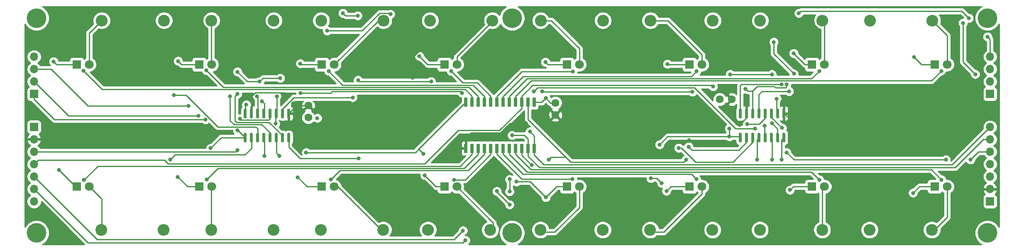
<source format=gbr>
%TF.GenerationSoftware,KiCad,Pcbnew,(5.1.7-0-10_14)*%
%TF.CreationDate,2020-11-05T14:27:50-03:00*%
%TF.ProjectId,macedo module 2,6d616365-646f-4206-9d6f-64756c652032,rev?*%
%TF.SameCoordinates,Original*%
%TF.FileFunction,Copper,L2,Bot*%
%TF.FilePolarity,Positive*%
%FSLAX46Y46*%
G04 Gerber Fmt 4.6, Leading zero omitted, Abs format (unit mm)*
G04 Created by KiCad (PCBNEW (5.1.7-0-10_14)) date 2020-11-05 14:27:50*
%MOMM*%
%LPD*%
G01*
G04 APERTURE LIST*
%TA.AperFunction,WasherPad*%
%ADD10C,4.000000*%
%TD*%
%TA.AperFunction,SMDPad,CuDef*%
%ADD11R,0.650000X1.950000*%
%TD*%
%TA.AperFunction,ComponentPad*%
%ADD12C,1.800000*%
%TD*%
%TA.AperFunction,ComponentPad*%
%ADD13R,1.800000X1.800000*%
%TD*%
%TA.AperFunction,ComponentPad*%
%ADD14O,1.700000X1.700000*%
%TD*%
%TA.AperFunction,ComponentPad*%
%ADD15R,1.700000X1.700000*%
%TD*%
%TA.AperFunction,ComponentPad*%
%ADD16O,2.400000X2.400000*%
%TD*%
%TA.AperFunction,ComponentPad*%
%ADD17C,2.400000*%
%TD*%
%TA.AperFunction,ComponentPad*%
%ADD18C,1.600000*%
%TD*%
%TA.AperFunction,ViaPad*%
%ADD19C,0.800000*%
%TD*%
%TA.AperFunction,Conductor*%
%ADD20C,0.250000*%
%TD*%
%TA.AperFunction,Conductor*%
%ADD21C,0.254000*%
%TD*%
%TA.AperFunction,Conductor*%
%ADD22C,0.100000*%
%TD*%
G04 APERTURE END LIST*
D10*
%TO.P,REF\u002A\u002A,*%
%TO.N,*%
X242000000Y-167000000D03*
%TD*%
%TO.P,REF\u002A\u002A,*%
%TO.N,*%
X145000000Y-167000000D03*
%TD*%
%TO.P,REF\u002A\u002A,*%
%TO.N,*%
X48000000Y-167000000D03*
%TD*%
%TO.P,REF\u002A\u002A,*%
%TO.N,*%
X145000000Y-123000000D03*
%TD*%
%TO.P,REF\u002A\u002A,*%
%TO.N,*%
X48000000Y-123000000D03*
%TD*%
D11*
%TO.P,cd4067d1,1*%
%TO.N,/SIG*%
X135565000Y-140225000D03*
%TO.P,cd4067d1,2*%
%TO.N,/mux_7*%
X136835000Y-140225000D03*
%TO.P,cd4067d1,3*%
%TO.N,/mux_6*%
X138105000Y-140225000D03*
%TO.P,cd4067d1,4*%
%TO.N,/mux_5*%
X139375000Y-140225000D03*
%TO.P,cd4067d1,5*%
%TO.N,/mux_4*%
X140645000Y-140225000D03*
%TO.P,cd4067d1,6*%
%TO.N,/mux_3*%
X141915000Y-140225000D03*
%TO.P,cd4067d1,7*%
%TO.N,/mux_2*%
X143185000Y-140225000D03*
%TO.P,cd4067d1,8*%
%TO.N,/mux_1*%
X144455000Y-140225000D03*
%TO.P,cd4067d1,9*%
%TO.N,/mux_0*%
X145725000Y-140225000D03*
%TO.P,cd4067d1,10*%
%TO.N,/S0*%
X146995000Y-140225000D03*
%TO.P,cd4067d1,11*%
%TO.N,/S1*%
X148265000Y-140225000D03*
%TO.P,cd4067d1,12*%
%TO.N,GND*%
X149535000Y-140225000D03*
%TO.P,cd4067d1,13*%
%TO.N,/S3*%
X149535000Y-149675000D03*
%TO.P,cd4067d1,14*%
%TO.N,/S2*%
X148265000Y-149675000D03*
%TO.P,cd4067d1,15*%
%TO.N,GND*%
X146995000Y-149675000D03*
%TO.P,cd4067d1,16*%
%TO.N,/mux_15*%
X145725000Y-149675000D03*
%TO.P,cd4067d1,17*%
%TO.N,/mux_14*%
X144455000Y-149675000D03*
%TO.P,cd4067d1,18*%
%TO.N,/mux_13*%
X143185000Y-149675000D03*
%TO.P,cd4067d1,19*%
%TO.N,/mux_12*%
X141915000Y-149675000D03*
%TO.P,cd4067d1,20*%
%TO.N,/mux_11*%
X140645000Y-149675000D03*
%TO.P,cd4067d1,21*%
%TO.N,/mux_10*%
X139375000Y-149675000D03*
%TO.P,cd4067d1,22*%
%TO.N,/mux_9*%
X138105000Y-149675000D03*
%TO.P,cd4067d1,23*%
%TO.N,/mux_8*%
X136835000Y-149675000D03*
%TO.P,cd4067d1,24*%
%TO.N,VCC*%
X135565000Y-149675000D03*
%TD*%
D10*
%TO.P,REF\u002A\u002A,*%
%TO.N,*%
X242000000Y-123000000D03*
%TD*%
D12*
%TO.P,D1,2*%
%TO.N,Net-(D1-Pad2)*%
X58740000Y-132500000D03*
D13*
%TO.P,D1,1*%
%TO.N,GND*%
X56200000Y-132500000D03*
%TD*%
%TO.P,D2,1*%
%TO.N,GND*%
X56200000Y-157500000D03*
D12*
%TO.P,D2,2*%
%TO.N,Net-(D2-Pad2)*%
X58740000Y-157500000D03*
%TD*%
D13*
%TO.P,D3,1*%
%TO.N,GND*%
X81200000Y-132500000D03*
D12*
%TO.P,D3,2*%
%TO.N,Net-(D3-Pad2)*%
X83740000Y-132500000D03*
%TD*%
D13*
%TO.P,D4,1*%
%TO.N,GND*%
X81200000Y-157500000D03*
D12*
%TO.P,D4,2*%
%TO.N,Net-(D4-Pad2)*%
X83740000Y-157500000D03*
%TD*%
%TO.P,D5,2*%
%TO.N,Net-(D5-Pad2)*%
X108740000Y-132500000D03*
D13*
%TO.P,D5,1*%
%TO.N,GND*%
X106200000Y-132500000D03*
%TD*%
%TO.P,D6,1*%
%TO.N,GND*%
X106200000Y-157500000D03*
D12*
%TO.P,D6,2*%
%TO.N,Net-(D6-Pad2)*%
X108740000Y-157500000D03*
%TD*%
D13*
%TO.P,D7,1*%
%TO.N,GND*%
X131200000Y-132500000D03*
D12*
%TO.P,D7,2*%
%TO.N,Net-(D7-Pad2)*%
X133740000Y-132500000D03*
%TD*%
%TO.P,D8,2*%
%TO.N,Net-(D8-Pad2)*%
X133740000Y-157500000D03*
D13*
%TO.P,D8,1*%
%TO.N,GND*%
X131200000Y-157500000D03*
%TD*%
%TO.P,D9,1*%
%TO.N,GND*%
X156200000Y-132500000D03*
D12*
%TO.P,D9,2*%
%TO.N,Net-(D9-Pad2)*%
X158740000Y-132500000D03*
%TD*%
%TO.P,D10,2*%
%TO.N,Net-(D10-Pad2)*%
X158740000Y-157500000D03*
D13*
%TO.P,D10,1*%
%TO.N,GND*%
X156200000Y-157500000D03*
%TD*%
D12*
%TO.P,D11,2*%
%TO.N,Net-(D11-Pad2)*%
X183740000Y-132500000D03*
D13*
%TO.P,D11,1*%
%TO.N,GND*%
X181200000Y-132500000D03*
%TD*%
D12*
%TO.P,D12,2*%
%TO.N,Net-(D12-Pad2)*%
X183740000Y-157500000D03*
D13*
%TO.P,D12,1*%
%TO.N,GND*%
X181200000Y-157500000D03*
%TD*%
%TO.P,D13,1*%
%TO.N,GND*%
X206200000Y-132500000D03*
D12*
%TO.P,D13,2*%
%TO.N,Net-(D13-Pad2)*%
X208740000Y-132500000D03*
%TD*%
%TO.P,D14,2*%
%TO.N,Net-(D14-Pad2)*%
X208740000Y-157500000D03*
D13*
%TO.P,D14,1*%
%TO.N,GND*%
X206200000Y-157500000D03*
%TD*%
D12*
%TO.P,D15,2*%
%TO.N,Net-(D15-Pad2)*%
X233740000Y-132500000D03*
D13*
%TO.P,D15,1*%
%TO.N,GND*%
X231200000Y-132500000D03*
%TD*%
%TO.P,D16,1*%
%TO.N,GND*%
X231200000Y-157500000D03*
D12*
%TO.P,D16,2*%
%TO.N,Net-(D16-Pad2)*%
X233740000Y-157500000D03*
%TD*%
D14*
%TO.P,4067_conn_1,7*%
%TO.N,/S3*%
X242500000Y-145300000D03*
%TO.P,4067_conn_1,6*%
%TO.N,/S2*%
X242500000Y-147840000D03*
%TO.P,4067_conn_1,5*%
%TO.N,/S1*%
X242500000Y-150380000D03*
%TO.P,4067_conn_1,4*%
%TO.N,/S0*%
X242500000Y-152920000D03*
%TO.P,4067_conn_1,3*%
%TO.N,/SIG*%
X242500000Y-155460000D03*
%TO.P,4067_conn_1,2*%
%TO.N,VCC*%
X242500000Y-158000000D03*
D15*
%TO.P,4067_conn_1,1*%
%TO.N,GND*%
X242500000Y-160540000D03*
%TD*%
%TO.P,4067_conn_2,1*%
%TO.N,GND*%
X47500000Y-145290000D03*
D14*
%TO.P,4067_conn_2,2*%
%TO.N,VCC*%
X47500000Y-147830000D03*
%TO.P,4067_conn_2,3*%
%TO.N,/SIG*%
X47500000Y-150370000D03*
%TO.P,4067_conn_2,4*%
%TO.N,/S0*%
X47500000Y-152910000D03*
%TO.P,4067_conn_2,5*%
%TO.N,/S1*%
X47500000Y-155450000D03*
%TO.P,4067_conn_2,6*%
%TO.N,/S2*%
X47500000Y-157990000D03*
%TO.P,4067_conn_2,7*%
%TO.N,/S3*%
X47500000Y-160530000D03*
%TD*%
D15*
%TO.P,595_conn_1,1*%
%TO.N,/DATA_in*%
X47500000Y-138540000D03*
D14*
%TO.P,595_conn_1,2*%
%TO.N,/RCK_latch*%
X47500000Y-136000000D03*
%TO.P,595_conn_1,3*%
%TO.N,/SCK_clock*%
X47500000Y-133460000D03*
%TO.P,595_conn_1,4*%
%TO.N,/DATA_out*%
X47500000Y-130920000D03*
%TD*%
D16*
%TO.P,R1,2*%
%TO.N,Net-(D1-Pad2)*%
X61300000Y-123500000D03*
D17*
%TO.P,R1,1*%
%TO.N,/595_6*%
X74000000Y-123500000D03*
%TD*%
%TO.P,R3,1*%
%TO.N,/595_4*%
X96385714Y-123500000D03*
D16*
%TO.P,R3,2*%
%TO.N,Net-(D3-Pad2)*%
X83685714Y-123500000D03*
%TD*%
%TO.P,R5,2*%
%TO.N,Net-(D5-Pad2)*%
X118771428Y-123500000D03*
D17*
%TO.P,R5,1*%
%TO.N,/595_2*%
X106071428Y-123500000D03*
%TD*%
%TO.P,R7,1*%
%TO.N,/595_0*%
X128300000Y-123500000D03*
D16*
%TO.P,R7,2*%
%TO.N,Net-(D7-Pad2)*%
X141000000Y-123500000D03*
%TD*%
%TO.P,R9,2*%
%TO.N,Net-(D9-Pad2)*%
X150842856Y-123500000D03*
D17*
%TO.P,R9,1*%
%TO.N,/595_6_2*%
X163542856Y-123500000D03*
%TD*%
%TO.P,R11,1*%
%TO.N,/595_4_2*%
X185928570Y-123500000D03*
D16*
%TO.P,R11,2*%
%TO.N,Net-(D11-Pad2)*%
X173228570Y-123500000D03*
%TD*%
%TO.P,R13,2*%
%TO.N,Net-(D13-Pad2)*%
X208314284Y-123500000D03*
D17*
%TO.P,R13,1*%
%TO.N,/595_2_2*%
X195614284Y-123500000D03*
%TD*%
%TO.P,R15,1*%
%TO.N,/595_0_2*%
X218000000Y-123500000D03*
D16*
%TO.P,R15,2*%
%TO.N,Net-(D15-Pad2)*%
X230700000Y-123500000D03*
%TD*%
%TO.P,74hc595,16*%
%TO.N,VCC*%
%TA.AperFunction,SMDPad,CuDef*%
G36*
G01*
X99595000Y-143500000D02*
X99295000Y-143500000D01*
G75*
G02*
X99145000Y-143350000I0J150000D01*
G01*
X99145000Y-141700000D01*
G75*
G02*
X99295000Y-141550000I150000J0D01*
G01*
X99595000Y-141550000D01*
G75*
G02*
X99745000Y-141700000I0J-150000D01*
G01*
X99745000Y-143350000D01*
G75*
G02*
X99595000Y-143500000I-150000J0D01*
G01*
G37*
%TD.AperFunction*%
%TO.P,74hc595,15*%
%TO.N,/595_0*%
%TA.AperFunction,SMDPad,CuDef*%
G36*
G01*
X98325000Y-143500000D02*
X98025000Y-143500000D01*
G75*
G02*
X97875000Y-143350000I0J150000D01*
G01*
X97875000Y-141700000D01*
G75*
G02*
X98025000Y-141550000I150000J0D01*
G01*
X98325000Y-141550000D01*
G75*
G02*
X98475000Y-141700000I0J-150000D01*
G01*
X98475000Y-143350000D01*
G75*
G02*
X98325000Y-143500000I-150000J0D01*
G01*
G37*
%TD.AperFunction*%
%TO.P,74hc595,14*%
%TO.N,/DATA_in*%
%TA.AperFunction,SMDPad,CuDef*%
G36*
G01*
X97055000Y-143500000D02*
X96755000Y-143500000D01*
G75*
G02*
X96605000Y-143350000I0J150000D01*
G01*
X96605000Y-141700000D01*
G75*
G02*
X96755000Y-141550000I150000J0D01*
G01*
X97055000Y-141550000D01*
G75*
G02*
X97205000Y-141700000I0J-150000D01*
G01*
X97205000Y-143350000D01*
G75*
G02*
X97055000Y-143500000I-150000J0D01*
G01*
G37*
%TD.AperFunction*%
%TO.P,74hc595,13*%
%TO.N,GND*%
%TA.AperFunction,SMDPad,CuDef*%
G36*
G01*
X95785000Y-143500000D02*
X95485000Y-143500000D01*
G75*
G02*
X95335000Y-143350000I0J150000D01*
G01*
X95335000Y-141700000D01*
G75*
G02*
X95485000Y-141550000I150000J0D01*
G01*
X95785000Y-141550000D01*
G75*
G02*
X95935000Y-141700000I0J-150000D01*
G01*
X95935000Y-143350000D01*
G75*
G02*
X95785000Y-143500000I-150000J0D01*
G01*
G37*
%TD.AperFunction*%
%TO.P,74hc595,12*%
%TO.N,/RCK_latch*%
%TA.AperFunction,SMDPad,CuDef*%
G36*
G01*
X94515000Y-143500000D02*
X94215000Y-143500000D01*
G75*
G02*
X94065000Y-143350000I0J150000D01*
G01*
X94065000Y-141700000D01*
G75*
G02*
X94215000Y-141550000I150000J0D01*
G01*
X94515000Y-141550000D01*
G75*
G02*
X94665000Y-141700000I0J-150000D01*
G01*
X94665000Y-143350000D01*
G75*
G02*
X94515000Y-143500000I-150000J0D01*
G01*
G37*
%TD.AperFunction*%
%TO.P,74hc595,11*%
%TO.N,/SCK_clock*%
%TA.AperFunction,SMDPad,CuDef*%
G36*
G01*
X93245000Y-143500000D02*
X92945000Y-143500000D01*
G75*
G02*
X92795000Y-143350000I0J150000D01*
G01*
X92795000Y-141700000D01*
G75*
G02*
X92945000Y-141550000I150000J0D01*
G01*
X93245000Y-141550000D01*
G75*
G02*
X93395000Y-141700000I0J-150000D01*
G01*
X93395000Y-143350000D01*
G75*
G02*
X93245000Y-143500000I-150000J0D01*
G01*
G37*
%TD.AperFunction*%
%TO.P,74hc595,10*%
%TO.N,VCC*%
%TA.AperFunction,SMDPad,CuDef*%
G36*
G01*
X91975000Y-143500000D02*
X91675000Y-143500000D01*
G75*
G02*
X91525000Y-143350000I0J150000D01*
G01*
X91525000Y-141700000D01*
G75*
G02*
X91675000Y-141550000I150000J0D01*
G01*
X91975000Y-141550000D01*
G75*
G02*
X92125000Y-141700000I0J-150000D01*
G01*
X92125000Y-143350000D01*
G75*
G02*
X91975000Y-143500000I-150000J0D01*
G01*
G37*
%TD.AperFunction*%
%TO.P,74hc595,9*%
%TO.N,Net-(74hc595-Pad9)*%
%TA.AperFunction,SMDPad,CuDef*%
G36*
G01*
X90705000Y-143500000D02*
X90405000Y-143500000D01*
G75*
G02*
X90255000Y-143350000I0J150000D01*
G01*
X90255000Y-141700000D01*
G75*
G02*
X90405000Y-141550000I150000J0D01*
G01*
X90705000Y-141550000D01*
G75*
G02*
X90855000Y-141700000I0J-150000D01*
G01*
X90855000Y-143350000D01*
G75*
G02*
X90705000Y-143500000I-150000J0D01*
G01*
G37*
%TD.AperFunction*%
%TO.P,74hc595,8*%
%TO.N,GND*%
%TA.AperFunction,SMDPad,CuDef*%
G36*
G01*
X90705000Y-148450000D02*
X90405000Y-148450000D01*
G75*
G02*
X90255000Y-148300000I0J150000D01*
G01*
X90255000Y-146650000D01*
G75*
G02*
X90405000Y-146500000I150000J0D01*
G01*
X90705000Y-146500000D01*
G75*
G02*
X90855000Y-146650000I0J-150000D01*
G01*
X90855000Y-148300000D01*
G75*
G02*
X90705000Y-148450000I-150000J0D01*
G01*
G37*
%TD.AperFunction*%
%TO.P,74hc595,7*%
%TO.N,/595_7*%
%TA.AperFunction,SMDPad,CuDef*%
G36*
G01*
X91975000Y-148450000D02*
X91675000Y-148450000D01*
G75*
G02*
X91525000Y-148300000I0J150000D01*
G01*
X91525000Y-146650000D01*
G75*
G02*
X91675000Y-146500000I150000J0D01*
G01*
X91975000Y-146500000D01*
G75*
G02*
X92125000Y-146650000I0J-150000D01*
G01*
X92125000Y-148300000D01*
G75*
G02*
X91975000Y-148450000I-150000J0D01*
G01*
G37*
%TD.AperFunction*%
%TO.P,74hc595,6*%
%TO.N,/595_6*%
%TA.AperFunction,SMDPad,CuDef*%
G36*
G01*
X93245000Y-148450000D02*
X92945000Y-148450000D01*
G75*
G02*
X92795000Y-148300000I0J150000D01*
G01*
X92795000Y-146650000D01*
G75*
G02*
X92945000Y-146500000I150000J0D01*
G01*
X93245000Y-146500000D01*
G75*
G02*
X93395000Y-146650000I0J-150000D01*
G01*
X93395000Y-148300000D01*
G75*
G02*
X93245000Y-148450000I-150000J0D01*
G01*
G37*
%TD.AperFunction*%
%TO.P,74hc595,5*%
%TO.N,/595_5*%
%TA.AperFunction,SMDPad,CuDef*%
G36*
G01*
X94515000Y-148450000D02*
X94215000Y-148450000D01*
G75*
G02*
X94065000Y-148300000I0J150000D01*
G01*
X94065000Y-146650000D01*
G75*
G02*
X94215000Y-146500000I150000J0D01*
G01*
X94515000Y-146500000D01*
G75*
G02*
X94665000Y-146650000I0J-150000D01*
G01*
X94665000Y-148300000D01*
G75*
G02*
X94515000Y-148450000I-150000J0D01*
G01*
G37*
%TD.AperFunction*%
%TO.P,74hc595,4*%
%TO.N,/595_4*%
%TA.AperFunction,SMDPad,CuDef*%
G36*
G01*
X95785000Y-148450000D02*
X95485000Y-148450000D01*
G75*
G02*
X95335000Y-148300000I0J150000D01*
G01*
X95335000Y-146650000D01*
G75*
G02*
X95485000Y-146500000I150000J0D01*
G01*
X95785000Y-146500000D01*
G75*
G02*
X95935000Y-146650000I0J-150000D01*
G01*
X95935000Y-148300000D01*
G75*
G02*
X95785000Y-148450000I-150000J0D01*
G01*
G37*
%TD.AperFunction*%
%TO.P,74hc595,3*%
%TO.N,/595_3*%
%TA.AperFunction,SMDPad,CuDef*%
G36*
G01*
X97055000Y-148450000D02*
X96755000Y-148450000D01*
G75*
G02*
X96605000Y-148300000I0J150000D01*
G01*
X96605000Y-146650000D01*
G75*
G02*
X96755000Y-146500000I150000J0D01*
G01*
X97055000Y-146500000D01*
G75*
G02*
X97205000Y-146650000I0J-150000D01*
G01*
X97205000Y-148300000D01*
G75*
G02*
X97055000Y-148450000I-150000J0D01*
G01*
G37*
%TD.AperFunction*%
%TO.P,74hc595,2*%
%TO.N,/595_2*%
%TA.AperFunction,SMDPad,CuDef*%
G36*
G01*
X98325000Y-148450000D02*
X98025000Y-148450000D01*
G75*
G02*
X97875000Y-148300000I0J150000D01*
G01*
X97875000Y-146650000D01*
G75*
G02*
X98025000Y-146500000I150000J0D01*
G01*
X98325000Y-146500000D01*
G75*
G02*
X98475000Y-146650000I0J-150000D01*
G01*
X98475000Y-148300000D01*
G75*
G02*
X98325000Y-148450000I-150000J0D01*
G01*
G37*
%TD.AperFunction*%
%TO.P,74hc595,1*%
%TO.N,/595_1*%
%TA.AperFunction,SMDPad,CuDef*%
G36*
G01*
X99595000Y-148450000D02*
X99295000Y-148450000D01*
G75*
G02*
X99145000Y-148300000I0J150000D01*
G01*
X99145000Y-146650000D01*
G75*
G02*
X99295000Y-146500000I150000J0D01*
G01*
X99595000Y-146500000D01*
G75*
G02*
X99745000Y-146650000I0J-150000D01*
G01*
X99745000Y-148300000D01*
G75*
G02*
X99595000Y-148450000I-150000J0D01*
G01*
G37*
%TD.AperFunction*%
%TD*%
%TO.P,74hc595_2,1*%
%TO.N,/595_1_2*%
%TA.AperFunction,SMDPad,CuDef*%
G36*
G01*
X200595000Y-148450000D02*
X200295000Y-148450000D01*
G75*
G02*
X200145000Y-148300000I0J150000D01*
G01*
X200145000Y-146650000D01*
G75*
G02*
X200295000Y-146500000I150000J0D01*
G01*
X200595000Y-146500000D01*
G75*
G02*
X200745000Y-146650000I0J-150000D01*
G01*
X200745000Y-148300000D01*
G75*
G02*
X200595000Y-148450000I-150000J0D01*
G01*
G37*
%TD.AperFunction*%
%TO.P,74hc595_2,2*%
%TO.N,/595_2_2*%
%TA.AperFunction,SMDPad,CuDef*%
G36*
G01*
X199325000Y-148450000D02*
X199025000Y-148450000D01*
G75*
G02*
X198875000Y-148300000I0J150000D01*
G01*
X198875000Y-146650000D01*
G75*
G02*
X199025000Y-146500000I150000J0D01*
G01*
X199325000Y-146500000D01*
G75*
G02*
X199475000Y-146650000I0J-150000D01*
G01*
X199475000Y-148300000D01*
G75*
G02*
X199325000Y-148450000I-150000J0D01*
G01*
G37*
%TD.AperFunction*%
%TO.P,74hc595_2,3*%
%TO.N,/595_3_2*%
%TA.AperFunction,SMDPad,CuDef*%
G36*
G01*
X198055000Y-148450000D02*
X197755000Y-148450000D01*
G75*
G02*
X197605000Y-148300000I0J150000D01*
G01*
X197605000Y-146650000D01*
G75*
G02*
X197755000Y-146500000I150000J0D01*
G01*
X198055000Y-146500000D01*
G75*
G02*
X198205000Y-146650000I0J-150000D01*
G01*
X198205000Y-148300000D01*
G75*
G02*
X198055000Y-148450000I-150000J0D01*
G01*
G37*
%TD.AperFunction*%
%TO.P,74hc595_2,4*%
%TO.N,/595_4_2*%
%TA.AperFunction,SMDPad,CuDef*%
G36*
G01*
X196785000Y-148450000D02*
X196485000Y-148450000D01*
G75*
G02*
X196335000Y-148300000I0J150000D01*
G01*
X196335000Y-146650000D01*
G75*
G02*
X196485000Y-146500000I150000J0D01*
G01*
X196785000Y-146500000D01*
G75*
G02*
X196935000Y-146650000I0J-150000D01*
G01*
X196935000Y-148300000D01*
G75*
G02*
X196785000Y-148450000I-150000J0D01*
G01*
G37*
%TD.AperFunction*%
%TO.P,74hc595_2,5*%
%TO.N,/595_5_2*%
%TA.AperFunction,SMDPad,CuDef*%
G36*
G01*
X195515000Y-148450000D02*
X195215000Y-148450000D01*
G75*
G02*
X195065000Y-148300000I0J150000D01*
G01*
X195065000Y-146650000D01*
G75*
G02*
X195215000Y-146500000I150000J0D01*
G01*
X195515000Y-146500000D01*
G75*
G02*
X195665000Y-146650000I0J-150000D01*
G01*
X195665000Y-148300000D01*
G75*
G02*
X195515000Y-148450000I-150000J0D01*
G01*
G37*
%TD.AperFunction*%
%TO.P,74hc595_2,6*%
%TO.N,/595_6_2*%
%TA.AperFunction,SMDPad,CuDef*%
G36*
G01*
X194245000Y-148450000D02*
X193945000Y-148450000D01*
G75*
G02*
X193795000Y-148300000I0J150000D01*
G01*
X193795000Y-146650000D01*
G75*
G02*
X193945000Y-146500000I150000J0D01*
G01*
X194245000Y-146500000D01*
G75*
G02*
X194395000Y-146650000I0J-150000D01*
G01*
X194395000Y-148300000D01*
G75*
G02*
X194245000Y-148450000I-150000J0D01*
G01*
G37*
%TD.AperFunction*%
%TO.P,74hc595_2,7*%
%TO.N,/595_7_2*%
%TA.AperFunction,SMDPad,CuDef*%
G36*
G01*
X192975000Y-148450000D02*
X192675000Y-148450000D01*
G75*
G02*
X192525000Y-148300000I0J150000D01*
G01*
X192525000Y-146650000D01*
G75*
G02*
X192675000Y-146500000I150000J0D01*
G01*
X192975000Y-146500000D01*
G75*
G02*
X193125000Y-146650000I0J-150000D01*
G01*
X193125000Y-148300000D01*
G75*
G02*
X192975000Y-148450000I-150000J0D01*
G01*
G37*
%TD.AperFunction*%
%TO.P,74hc595_2,8*%
%TO.N,GND*%
%TA.AperFunction,SMDPad,CuDef*%
G36*
G01*
X191705000Y-148450000D02*
X191405000Y-148450000D01*
G75*
G02*
X191255000Y-148300000I0J150000D01*
G01*
X191255000Y-146650000D01*
G75*
G02*
X191405000Y-146500000I150000J0D01*
G01*
X191705000Y-146500000D01*
G75*
G02*
X191855000Y-146650000I0J-150000D01*
G01*
X191855000Y-148300000D01*
G75*
G02*
X191705000Y-148450000I-150000J0D01*
G01*
G37*
%TD.AperFunction*%
%TO.P,74hc595_2,9*%
%TO.N,/DATA_out*%
%TA.AperFunction,SMDPad,CuDef*%
G36*
G01*
X191705000Y-143500000D02*
X191405000Y-143500000D01*
G75*
G02*
X191255000Y-143350000I0J150000D01*
G01*
X191255000Y-141700000D01*
G75*
G02*
X191405000Y-141550000I150000J0D01*
G01*
X191705000Y-141550000D01*
G75*
G02*
X191855000Y-141700000I0J-150000D01*
G01*
X191855000Y-143350000D01*
G75*
G02*
X191705000Y-143500000I-150000J0D01*
G01*
G37*
%TD.AperFunction*%
%TO.P,74hc595_2,10*%
%TO.N,VCC*%
%TA.AperFunction,SMDPad,CuDef*%
G36*
G01*
X192975000Y-143500000D02*
X192675000Y-143500000D01*
G75*
G02*
X192525000Y-143350000I0J150000D01*
G01*
X192525000Y-141700000D01*
G75*
G02*
X192675000Y-141550000I150000J0D01*
G01*
X192975000Y-141550000D01*
G75*
G02*
X193125000Y-141700000I0J-150000D01*
G01*
X193125000Y-143350000D01*
G75*
G02*
X192975000Y-143500000I-150000J0D01*
G01*
G37*
%TD.AperFunction*%
%TO.P,74hc595_2,11*%
%TO.N,/SCK_clock*%
%TA.AperFunction,SMDPad,CuDef*%
G36*
G01*
X194245000Y-143500000D02*
X193945000Y-143500000D01*
G75*
G02*
X193795000Y-143350000I0J150000D01*
G01*
X193795000Y-141700000D01*
G75*
G02*
X193945000Y-141550000I150000J0D01*
G01*
X194245000Y-141550000D01*
G75*
G02*
X194395000Y-141700000I0J-150000D01*
G01*
X194395000Y-143350000D01*
G75*
G02*
X194245000Y-143500000I-150000J0D01*
G01*
G37*
%TD.AperFunction*%
%TO.P,74hc595_2,12*%
%TO.N,/RCK_latch*%
%TA.AperFunction,SMDPad,CuDef*%
G36*
G01*
X195515000Y-143500000D02*
X195215000Y-143500000D01*
G75*
G02*
X195065000Y-143350000I0J150000D01*
G01*
X195065000Y-141700000D01*
G75*
G02*
X195215000Y-141550000I150000J0D01*
G01*
X195515000Y-141550000D01*
G75*
G02*
X195665000Y-141700000I0J-150000D01*
G01*
X195665000Y-143350000D01*
G75*
G02*
X195515000Y-143500000I-150000J0D01*
G01*
G37*
%TD.AperFunction*%
%TO.P,74hc595_2,13*%
%TO.N,GND*%
%TA.AperFunction,SMDPad,CuDef*%
G36*
G01*
X196785000Y-143500000D02*
X196485000Y-143500000D01*
G75*
G02*
X196335000Y-143350000I0J150000D01*
G01*
X196335000Y-141700000D01*
G75*
G02*
X196485000Y-141550000I150000J0D01*
G01*
X196785000Y-141550000D01*
G75*
G02*
X196935000Y-141700000I0J-150000D01*
G01*
X196935000Y-143350000D01*
G75*
G02*
X196785000Y-143500000I-150000J0D01*
G01*
G37*
%TD.AperFunction*%
%TO.P,74hc595_2,14*%
%TO.N,Net-(74hc595-Pad9)*%
%TA.AperFunction,SMDPad,CuDef*%
G36*
G01*
X198055000Y-143500000D02*
X197755000Y-143500000D01*
G75*
G02*
X197605000Y-143350000I0J150000D01*
G01*
X197605000Y-141700000D01*
G75*
G02*
X197755000Y-141550000I150000J0D01*
G01*
X198055000Y-141550000D01*
G75*
G02*
X198205000Y-141700000I0J-150000D01*
G01*
X198205000Y-143350000D01*
G75*
G02*
X198055000Y-143500000I-150000J0D01*
G01*
G37*
%TD.AperFunction*%
%TO.P,74hc595_2,15*%
%TO.N,/595_0_2*%
%TA.AperFunction,SMDPad,CuDef*%
G36*
G01*
X199325000Y-143500000D02*
X199025000Y-143500000D01*
G75*
G02*
X198875000Y-143350000I0J150000D01*
G01*
X198875000Y-141700000D01*
G75*
G02*
X199025000Y-141550000I150000J0D01*
G01*
X199325000Y-141550000D01*
G75*
G02*
X199475000Y-141700000I0J-150000D01*
G01*
X199475000Y-143350000D01*
G75*
G02*
X199325000Y-143500000I-150000J0D01*
G01*
G37*
%TD.AperFunction*%
%TO.P,74hc595_2,16*%
%TO.N,VCC*%
%TA.AperFunction,SMDPad,CuDef*%
G36*
G01*
X200595000Y-143500000D02*
X200295000Y-143500000D01*
G75*
G02*
X200145000Y-143350000I0J150000D01*
G01*
X200145000Y-141700000D01*
G75*
G02*
X200295000Y-141550000I150000J0D01*
G01*
X200595000Y-141550000D01*
G75*
G02*
X200745000Y-141700000I0J-150000D01*
G01*
X200745000Y-143350000D01*
G75*
G02*
X200595000Y-143500000I-150000J0D01*
G01*
G37*
%TD.AperFunction*%
%TD*%
D17*
%TO.P,R2,1*%
%TO.N,Net-(D2-Pad2)*%
X61250000Y-166350000D03*
D16*
%TO.P,R2,2*%
%TO.N,/595_7*%
X73950000Y-166350000D03*
%TD*%
%TO.P,R4,2*%
%TO.N,/595_5*%
X96335714Y-166350000D03*
D17*
%TO.P,R4,1*%
%TO.N,Net-(D4-Pad2)*%
X83635714Y-166350000D03*
%TD*%
%TO.P,R6,1*%
%TO.N,Net-(D6-Pad2)*%
X118721428Y-166350000D03*
D16*
%TO.P,R6,2*%
%TO.N,/595_3*%
X106021428Y-166350000D03*
%TD*%
%TO.P,R8,2*%
%TO.N,/595_1*%
X127850000Y-166350000D03*
D17*
%TO.P,R8,1*%
%TO.N,Net-(D8-Pad2)*%
X140550000Y-166350000D03*
%TD*%
%TO.P,R10,1*%
%TO.N,Net-(D10-Pad2)*%
X150792856Y-166350000D03*
D16*
%TO.P,R10,2*%
%TO.N,/595_7_2*%
X163492856Y-166350000D03*
%TD*%
%TO.P,R12,2*%
%TO.N,/595_5_2*%
X185878570Y-166350000D03*
D17*
%TO.P,R12,1*%
%TO.N,Net-(D12-Pad2)*%
X173178570Y-166350000D03*
%TD*%
%TO.P,R14,1*%
%TO.N,Net-(D14-Pad2)*%
X208264284Y-166350000D03*
D16*
%TO.P,R14,2*%
%TO.N,/595_3_2*%
X195564284Y-166350000D03*
%TD*%
%TO.P,R16,2*%
%TO.N,/595_1_2*%
X217950000Y-166350000D03*
D17*
%TO.P,R16,1*%
%TO.N,Net-(D16-Pad2)*%
X230650000Y-166350000D03*
%TD*%
D15*
%TO.P,595_conn_2,1*%
%TO.N,/DATA_in*%
X242500000Y-138540000D03*
D14*
%TO.P,595_conn_2,2*%
%TO.N,/RCK_latch*%
X242500000Y-136000000D03*
%TO.P,595_conn_2,3*%
%TO.N,/SCK_clock*%
X242500000Y-133460000D03*
%TO.P,595_conn_2,4*%
%TO.N,/DATA_out*%
X242500000Y-130920000D03*
%TD*%
D18*
%TO.P,C1,2*%
%TO.N,VCC*%
X189850000Y-139650000D03*
%TO.P,C1,1*%
%TO.N,GND*%
X187350000Y-139650000D03*
%TD*%
%TO.P,C2,1*%
%TO.N,GND*%
X153850000Y-140340000D03*
%TO.P,C2,2*%
%TO.N,VCC*%
X153850000Y-142840000D03*
%TD*%
%TO.P,C3,1*%
%TO.N,GND*%
X103440000Y-143350000D03*
%TO.P,C3,2*%
%TO.N,VCC*%
X103440000Y-140850000D03*
%TD*%
D19*
%TO.N,/RCK_latch*%
X201500000Y-138000000D03*
X81000000Y-143000000D03*
X94000000Y-140000000D03*
X107300000Y-125600000D03*
X120200000Y-122200000D03*
X198400000Y-127900000D03*
X202500000Y-134400000D03*
%TO.N,GND*%
X51500000Y-131900000D03*
X76900000Y-131800000D03*
X101800000Y-132300000D03*
X126100000Y-130800000D03*
X151800000Y-132000000D03*
X176700000Y-132400000D03*
X202450001Y-130200000D03*
X226800000Y-158800000D03*
X201700000Y-158200000D03*
X176500000Y-158400000D03*
X151900000Y-159700000D03*
X127200000Y-155200000D03*
X76800000Y-155500000D03*
X52600000Y-154100000D03*
X101300000Y-155600000D03*
X89500000Y-143624980D03*
X89000000Y-146000000D03*
X83500000Y-149645000D03*
X151900000Y-139400000D03*
X149000000Y-153100000D03*
X145900000Y-156500000D03*
X227000000Y-131000000D03*
X175500000Y-156800000D03*
X173300000Y-155800000D03*
X175100000Y-148900000D03*
X193000000Y-144700000D03*
X189300000Y-145600000D03*
X189325001Y-147274999D03*
X105270000Y-143480000D03*
%TO.N,/S3*%
X148650000Y-146250000D03*
%TO.N,/S2*%
X135500000Y-168500000D03*
X144500000Y-158500000D03*
X144500000Y-156000000D03*
X145000000Y-147000000D03*
%TO.N,/S1*%
X238500000Y-152000000D03*
X233500000Y-152000000D03*
X201000000Y-150500000D03*
X180500000Y-152000000D03*
X135000000Y-166500000D03*
X152500000Y-152000000D03*
%TO.N,/S0*%
X186000000Y-137000000D03*
X189500000Y-134500000D03*
X198000000Y-134500000D03*
X237000000Y-124000000D03*
X239500000Y-134500000D03*
%TO.N,/SIG*%
X89000000Y-150000000D03*
X103000000Y-150500000D03*
X144500000Y-161200000D03*
X141900000Y-158450000D03*
X126950000Y-150800000D03*
%TO.N,VCC*%
X101200000Y-143600000D03*
X99100000Y-138900000D03*
X100325153Y-140425153D03*
X132600000Y-149800000D03*
X128200000Y-146200000D03*
X202400000Y-149300000D03*
X181100000Y-148000000D03*
X177000000Y-148900000D03*
X147800000Y-144500000D03*
X191400000Y-144875000D03*
X192930000Y-139990000D03*
X139380000Y-121680000D03*
X124740000Y-135249980D03*
%TO.N,/DATA_in*%
X97000000Y-139000000D03*
X82474847Y-143750153D03*
X96751037Y-144648963D03*
%TO.N,/SCK_clock*%
X201000000Y-136550020D03*
X93000000Y-139000000D03*
X93500000Y-136000000D03*
X89000000Y-134000000D03*
X79000000Y-141000000D03*
X192600000Y-137500000D03*
X181800000Y-138100000D03*
X151100000Y-138000000D03*
X128500000Y-135974980D03*
X113600000Y-135700000D03*
X97725000Y-135300000D03*
%TO.N,/DATA_out*%
X200000000Y-136550020D03*
X110500000Y-122000000D03*
X113500000Y-122500000D03*
X203500000Y-122000000D03*
X241980858Y-126819142D03*
X238180858Y-123019142D03*
%TO.N,/mux_8*%
X57675000Y-156150000D03*
%TO.N,/mux_7*%
X57583035Y-133755920D03*
%TO.N,/mux_9*%
X82700000Y-156050000D03*
%TO.N,/mux_6*%
X82650000Y-133675000D03*
%TO.N,/mux_10*%
X108050000Y-156075000D03*
%TO.N,/mux_5*%
X107600000Y-133850000D03*
%TO.N,/mux_11*%
X133150000Y-156100000D03*
%TO.N,/mux_4*%
X132600000Y-133875000D03*
%TO.N,/mux_12*%
X157350000Y-155975000D03*
%TO.N,/mux_3*%
X157412871Y-133911971D03*
%TO.N,/mux_13*%
X182600000Y-155975000D03*
%TO.N,/mux_2*%
X182625000Y-133900000D03*
%TO.N,/mux_14*%
X207675000Y-156100000D03*
%TO.N,/mux_1*%
X207650000Y-133825000D03*
%TO.N,/mux_15*%
X232600000Y-156100000D03*
%TO.N,/mux_0*%
X232550000Y-133825000D03*
%TO.N,/595_0*%
X112500000Y-139250000D03*
%TO.N,/595_1*%
X113750000Y-151750000D03*
%TO.N,/595_2*%
X89000000Y-138500000D03*
%TO.N,/595_3*%
X97500000Y-151225000D03*
%TO.N,/595_4*%
X87500000Y-139000000D03*
%TO.N,/595_5*%
X94500000Y-151225000D03*
%TO.N,/595_6*%
X76000000Y-138750000D03*
%TO.N,/595_7*%
X75250000Y-152000000D03*
%TO.N,/595_0_2*%
X199000000Y-139500000D03*
%TO.N,/595_1_2*%
X200000000Y-152000000D03*
%TO.N,/595_2_2*%
X198000000Y-144500000D03*
%TO.N,/595_3_2*%
X198000000Y-152000000D03*
%TO.N,/595_4_2*%
X196500000Y-145000000D03*
%TO.N,/595_5_2*%
X195000000Y-152000000D03*
%TO.N,/595_6_2*%
X179000000Y-149600000D03*
%TO.N,/595_7_2*%
X181000000Y-149342856D03*
%TO.N,Net-(74hc595-Pad9)*%
X90800000Y-140725000D03*
X101900000Y-138325000D03*
X134800000Y-138325000D03*
X149400000Y-138000000D03*
X194600000Y-145600000D03*
X200100000Y-145500000D03*
%TD*%
D20*
%TO.N,/RCK_latch*%
X195365000Y-138635000D02*
X195365000Y-142525000D01*
X196000000Y-138000000D02*
X195365000Y-138635000D01*
X201500000Y-138000000D02*
X196000000Y-138000000D01*
X54500000Y-143000000D02*
X81000000Y-143000000D01*
X47500000Y-136000000D02*
X54500000Y-143000000D01*
X94000000Y-140000000D02*
X94500000Y-140500000D01*
X94500000Y-142390000D02*
X94365000Y-142525000D01*
X94500000Y-140500000D02*
X94500000Y-142390000D01*
X118039427Y-121974999D02*
X119974999Y-121974999D01*
X119974999Y-121974999D02*
X120200000Y-122200000D01*
X114414426Y-125600000D02*
X118039427Y-121974999D01*
X107300000Y-125600000D02*
X114414426Y-125600000D01*
X198400000Y-130300000D02*
X202500000Y-134400000D01*
X198400000Y-127900000D02*
X198400000Y-130300000D01*
%TO.N,GND*%
X52100000Y-132500000D02*
X51500000Y-131900000D01*
X56200000Y-132500000D02*
X52100000Y-132500000D01*
X77600000Y-132500000D02*
X76900000Y-131800000D01*
X81200000Y-132500000D02*
X77600000Y-132500000D01*
X102000000Y-132500000D02*
X101800000Y-132300000D01*
X106200000Y-132500000D02*
X102000000Y-132500000D01*
X127800000Y-132500000D02*
X126100000Y-130800000D01*
X131200000Y-132500000D02*
X127800000Y-132500000D01*
X152300000Y-132500000D02*
X151800000Y-132000000D01*
X156200000Y-132500000D02*
X152300000Y-132500000D01*
X176800000Y-132500000D02*
X176700000Y-132400000D01*
X181200000Y-132500000D02*
X176800000Y-132500000D01*
X204750001Y-132500000D02*
X202450001Y-130200000D01*
X206200000Y-132500000D02*
X204750001Y-132500000D01*
X228100000Y-157500000D02*
X226800000Y-158800000D01*
X231200000Y-157500000D02*
X228100000Y-157500000D01*
X202400000Y-157500000D02*
X201700000Y-158200000D01*
X206200000Y-157500000D02*
X202400000Y-157500000D01*
X177400000Y-157500000D02*
X176500000Y-158400000D01*
X181200000Y-157500000D02*
X177400000Y-157500000D01*
X154100000Y-157500000D02*
X151900000Y-159700000D01*
X156200000Y-157500000D02*
X154100000Y-157500000D01*
X129500000Y-157500000D02*
X127200000Y-155200000D01*
X131200000Y-157500000D02*
X129500000Y-157500000D01*
X78800000Y-157500000D02*
X76800000Y-155500000D01*
X81200000Y-157500000D02*
X78800000Y-157500000D01*
X56000000Y-157500000D02*
X52600000Y-154100000D01*
X56200000Y-157500000D02*
X56000000Y-157500000D01*
X103200000Y-157500000D02*
X101300000Y-155600000D01*
X106200000Y-157500000D02*
X103200000Y-157500000D01*
X89700030Y-143825010D02*
X89500000Y-143624980D01*
X95309990Y-143825010D02*
X89700030Y-143825010D01*
X95635000Y-143500000D02*
X95309990Y-143825010D01*
X95635000Y-142525000D02*
X95635000Y-143500000D01*
X89080000Y-146000000D02*
X90555000Y-147475000D01*
X89000000Y-146000000D02*
X89080000Y-146000000D01*
X85670000Y-147475000D02*
X83500000Y-149645000D01*
X90555000Y-147475000D02*
X85670000Y-147475000D01*
X151075000Y-140225000D02*
X151900000Y-139400000D01*
X149535000Y-140225000D02*
X151075000Y-140225000D01*
X146995000Y-151095000D02*
X149000000Y-153100000D01*
X146995000Y-149675000D02*
X146995000Y-151095000D01*
X148700000Y-156500000D02*
X151900000Y-159700000D01*
X145900000Y-156500000D02*
X148700000Y-156500000D01*
X228500000Y-132500000D02*
X227000000Y-131000000D01*
X231200000Y-132500000D02*
X228500000Y-132500000D01*
X174500000Y-155800000D02*
X173300000Y-155800000D01*
X175500000Y-156800000D02*
X174500000Y-155800000D01*
X191354999Y-147274999D02*
X191555000Y-147475000D01*
X175100000Y-148900000D02*
X176725001Y-147274999D01*
X195435000Y-144700000D02*
X193000000Y-144700000D01*
X196635000Y-143500000D02*
X195435000Y-144700000D01*
X196635000Y-142525000D02*
X196635000Y-143500000D01*
X189300000Y-147249998D02*
X189325001Y-147274999D01*
X189300000Y-145600000D02*
X189300000Y-147249998D01*
X189325001Y-147274999D02*
X191354999Y-147274999D01*
X176725001Y-147274999D02*
X189325001Y-147274999D01*
X152840000Y-140340000D02*
X151900000Y-139400000D01*
X153850000Y-140340000D02*
X152840000Y-140340000D01*
%TO.N,Net-(D1-Pad2)*%
X58740000Y-126060000D02*
X61300000Y-123500000D01*
X58740000Y-132500000D02*
X58740000Y-126060000D01*
%TO.N,Net-(D2-Pad2)*%
X61300000Y-160060000D02*
X58740000Y-157500000D01*
X61300000Y-166800000D02*
X61300000Y-160060000D01*
%TO.N,Net-(D3-Pad2)*%
X83685714Y-132445714D02*
X83740000Y-132500000D01*
X83685714Y-123500000D02*
X83685714Y-132445714D01*
%TO.N,Net-(D4-Pad2)*%
X83685714Y-157554286D02*
X83740000Y-157500000D01*
X83685714Y-166800000D02*
X83685714Y-157554286D01*
%TO.N,Net-(D5-Pad2)*%
X117740000Y-123500000D02*
X118771428Y-123500000D01*
X108740000Y-132500000D02*
X117740000Y-123500000D01*
%TO.N,Net-(D6-Pad2)*%
X109471428Y-157500000D02*
X108740000Y-157500000D01*
X118771428Y-166800000D02*
X109471428Y-157500000D01*
%TO.N,Net-(D7-Pad2)*%
X133740000Y-130917142D02*
X141157142Y-123500000D01*
X133740000Y-132500000D02*
X133740000Y-130917142D01*
%TO.N,Net-(D8-Pad2)*%
X141157142Y-164917142D02*
X133740000Y-157500000D01*
X141157142Y-166800000D02*
X141157142Y-164917142D01*
%TO.N,Net-(D9-Pad2)*%
X158740000Y-132500000D02*
X158740000Y-129240000D01*
X153000000Y-123500000D02*
X150842856Y-123500000D01*
X158740000Y-129240000D02*
X153000000Y-123500000D01*
%TO.N,Net-(D10-Pad2)*%
X150842856Y-166800000D02*
X153700000Y-166800000D01*
X158740000Y-161760000D02*
X158740000Y-157500000D01*
X153700000Y-166800000D02*
X158740000Y-161760000D01*
%TO.N,Net-(D11-Pad2)*%
X183740000Y-132500000D02*
X183740000Y-130490000D01*
X176750000Y-123500000D02*
X173228570Y-123500000D01*
X183740000Y-130490000D02*
X176750000Y-123500000D01*
%TO.N,Net-(D12-Pad2)*%
X173228570Y-166800000D02*
X175950000Y-166800000D01*
X183740000Y-159010000D02*
X183740000Y-157500000D01*
X175950000Y-166800000D02*
X183740000Y-159010000D01*
%TO.N,Net-(D13-Pad2)*%
X208740000Y-123925716D02*
X208314284Y-123500000D01*
X208740000Y-132500000D02*
X208740000Y-123925716D01*
%TO.N,Net-(D14-Pad2)*%
X208314284Y-157925716D02*
X208740000Y-157500000D01*
X208314284Y-166800000D02*
X208314284Y-157925716D01*
%TO.N,Net-(D15-Pad2)*%
X233740000Y-126540000D02*
X230700000Y-123500000D01*
X233740000Y-132500000D02*
X233740000Y-126540000D01*
%TO.N,Net-(D16-Pad2)*%
X230700000Y-166800000D02*
X233750000Y-163750000D01*
X233750000Y-157510000D02*
X233740000Y-157500000D01*
X233750000Y-163750000D02*
X233750000Y-157510000D01*
%TO.N,/S3*%
X149535000Y-149675000D02*
X149535000Y-151035000D01*
X149535000Y-151035000D02*
X151500000Y-153000000D01*
X234800000Y-153000000D02*
X242500000Y-145300000D01*
X154000000Y-153000000D02*
X234800000Y-153000000D01*
X151500000Y-153000000D02*
X154000000Y-153000000D01*
X149535000Y-147135000D02*
X149535000Y-149675000D01*
X148650000Y-146250000D02*
X149535000Y-147135000D01*
%TO.N,/S2*%
X148265000Y-151265000D02*
X150599970Y-153599970D01*
X148265000Y-149675000D02*
X148265000Y-151265000D01*
X150599970Y-153599970D02*
X235400030Y-153599970D01*
X241160000Y-147840000D02*
X242500000Y-147840000D01*
X235400030Y-153599970D02*
X241160000Y-147840000D01*
X47500000Y-157990000D02*
X54500000Y-164990000D01*
X54500000Y-164990000D02*
X58510000Y-169000000D01*
X58510000Y-169000000D02*
X64000000Y-169000000D01*
X64000000Y-169000000D02*
X82000000Y-169000000D01*
X82000000Y-169000000D02*
X90000000Y-169000000D01*
X135000000Y-169000000D02*
X135500000Y-168500000D01*
X90000000Y-169000000D02*
X135000000Y-169000000D01*
X144500000Y-158500000D02*
X144500000Y-156000000D01*
X145000000Y-147000000D02*
X147500000Y-147000000D01*
X148265000Y-147765000D02*
X148265000Y-149675000D01*
X147500000Y-147000000D02*
X148265000Y-147765000D01*
%TO.N,/S1*%
X240120000Y-150380000D02*
X238500000Y-152000000D01*
X242500000Y-150380000D02*
X240120000Y-150380000D01*
X202500000Y-152000000D02*
X201000000Y-150500000D01*
X233500000Y-152000000D02*
X202500000Y-152000000D01*
X180500000Y-152000000D02*
X180000000Y-152500000D01*
X180000000Y-152500000D02*
X157000000Y-152500000D01*
X148265000Y-143765000D02*
X148265000Y-140225000D01*
X47500000Y-155450000D02*
X60375001Y-168325001D01*
X65674999Y-168325001D02*
X80325001Y-168325001D01*
X60375001Y-168325001D02*
X65674999Y-168325001D01*
X65674999Y-168325001D02*
X65825001Y-168325001D01*
X80325001Y-168325001D02*
X133174999Y-168325001D01*
X133174999Y-168325001D02*
X135000000Y-166500000D01*
X153000000Y-151500000D02*
X156000000Y-151500000D01*
X156000000Y-151500000D02*
X148265000Y-143765000D01*
X152500000Y-152000000D02*
X153000000Y-151500000D01*
X157000000Y-152500000D02*
X156000000Y-151500000D01*
%TO.N,/S0*%
X185774999Y-136774999D02*
X186000000Y-137000000D01*
X149220001Y-136774999D02*
X185774999Y-136774999D01*
X146995000Y-139000000D02*
X149220001Y-136774999D01*
X146995000Y-140225000D02*
X146995000Y-139000000D01*
X189500000Y-134500000D02*
X198000000Y-134500000D01*
X237000000Y-132000000D02*
X239500000Y-134500000D01*
X237000000Y-124000000D02*
X237000000Y-132000000D01*
X146995000Y-141450000D02*
X146995000Y-140225000D01*
X142445000Y-146000000D02*
X146995000Y-141450000D01*
X134000000Y-146000000D02*
X142445000Y-146000000D01*
X48349999Y-152060001D02*
X74060001Y-152060001D01*
X47500000Y-152910000D02*
X48349999Y-152060001D01*
X127150030Y-152849970D02*
X134000000Y-146000000D01*
X74849970Y-152849970D02*
X127150030Y-152849970D01*
X74060001Y-152060001D02*
X74849970Y-152849970D01*
%TO.N,/SIG*%
X126000000Y-149790000D02*
X135565000Y-140225000D01*
X88630000Y-150370000D02*
X89000000Y-150000000D01*
X47500000Y-150370000D02*
X88630000Y-150370000D01*
X125290000Y-150500000D02*
X126000000Y-149790000D01*
X103000000Y-150500000D02*
X125290000Y-150500000D01*
X141900000Y-158600000D02*
X141900000Y-158450000D01*
X144500000Y-161200000D02*
X141900000Y-158600000D01*
X126000000Y-149850000D02*
X126000000Y-149790000D01*
X126950000Y-150800000D02*
X126000000Y-149850000D01*
%TO.N,VCC*%
X100125000Y-142525000D02*
X101200000Y-143600000D01*
X99445000Y-142525000D02*
X100125000Y-142525000D01*
X98474999Y-138274999D02*
X99100000Y-138900000D01*
X92651999Y-138274999D02*
X98474999Y-138274999D01*
X91825000Y-139101998D02*
X92651999Y-138274999D01*
X91825000Y-142525000D02*
X91825000Y-139101998D01*
X100325153Y-141644847D02*
X99445000Y-142525000D01*
X100325153Y-140425153D02*
X100325153Y-141644847D01*
X132725000Y-149675000D02*
X132600000Y-149800000D01*
X135565000Y-149675000D02*
X132725000Y-149675000D01*
X103800000Y-146200000D02*
X101200000Y-143600000D01*
X128200000Y-146200000D02*
X103800000Y-146200000D01*
X202400000Y-144480000D02*
X202400000Y-149300000D01*
X200445000Y-142525000D02*
X202400000Y-144480000D01*
X177900000Y-148000000D02*
X177000000Y-148900000D01*
X181100000Y-148000000D02*
X177900000Y-148000000D01*
X147800000Y-144500000D02*
X144581410Y-144500000D01*
X144581410Y-144500000D02*
X142631400Y-146450010D01*
X142631400Y-146450010D02*
X136649990Y-146450010D01*
X135565000Y-147535000D02*
X135565000Y-149675000D01*
X136649990Y-146450010D02*
X135565000Y-147535000D01*
X192825000Y-143450000D02*
X191400000Y-144875000D01*
X192825000Y-142525000D02*
X192825000Y-143450000D01*
X192930000Y-142420000D02*
X192825000Y-142525000D01*
X192930000Y-139990000D02*
X192930000Y-142420000D01*
X100750000Y-140850000D02*
X100325153Y-140425153D01*
X103440000Y-140850000D02*
X100750000Y-140850000D01*
X124740000Y-131086998D02*
X124740000Y-135249980D01*
X134146998Y-121680000D02*
X124740000Y-131086998D01*
X139380000Y-121680000D02*
X134146998Y-121680000D01*
%TO.N,/DATA_in*%
X97000000Y-142430000D02*
X96905000Y-142525000D01*
X97000000Y-139000000D02*
X97000000Y-142430000D01*
X47500000Y-139640000D02*
X51310010Y-143450010D01*
X47500000Y-138540000D02*
X47500000Y-139640000D01*
X51610153Y-143750153D02*
X82474847Y-143750153D01*
X51310010Y-143450010D02*
X51610153Y-143750153D01*
X96751037Y-142678963D02*
X96905000Y-142525000D01*
X96751037Y-144648963D02*
X96751037Y-142678963D01*
%TO.N,/SCK_clock*%
X198775021Y-137275021D02*
X198500030Y-137000030D01*
X200840684Y-137275021D02*
X198775021Y-137275021D01*
X201000000Y-137115705D02*
X200840684Y-137275021D01*
X201000000Y-136550020D02*
X201000000Y-137115705D01*
X198500030Y-137000030D02*
X194999970Y-137000030D01*
X194095000Y-137905000D02*
X194095000Y-142525000D01*
X194999970Y-137000030D02*
X194095000Y-137905000D01*
X93095000Y-139095000D02*
X93000000Y-139000000D01*
X93095000Y-142525000D02*
X93095000Y-139095000D01*
X91000000Y-136000000D02*
X89000000Y-134000000D01*
X93500000Y-136000000D02*
X91000000Y-136000000D01*
X79000000Y-141000000D02*
X58500000Y-141000000D01*
X50960000Y-133460000D02*
X47500000Y-133460000D01*
X58500000Y-141000000D02*
X50960000Y-133460000D01*
X193005000Y-137905000D02*
X192600000Y-137500000D01*
X194095000Y-137905000D02*
X193005000Y-137905000D01*
X151200000Y-138100000D02*
X151100000Y-138000000D01*
X181800000Y-138100000D02*
X151200000Y-138100000D01*
X113874980Y-135974980D02*
X113600000Y-135700000D01*
X128500000Y-135974980D02*
X113874980Y-135974980D01*
X94200000Y-135300000D02*
X93500000Y-136000000D01*
X97725000Y-135300000D02*
X94200000Y-135300000D01*
%TO.N,/DATA_out*%
X200000000Y-136550020D02*
X191774990Y-136550020D01*
X191555000Y-136770010D02*
X191555000Y-142525000D01*
X191774990Y-136550020D02*
X191555000Y-136770010D01*
X111000000Y-122500000D02*
X113500000Y-122500000D01*
X110500000Y-122000000D02*
X111000000Y-122500000D01*
X203500000Y-122000000D02*
X203899999Y-121600001D01*
X242500000Y-127600000D02*
X242500000Y-127338284D01*
X242500000Y-127338284D02*
X241980858Y-126819142D01*
X242500000Y-127600000D02*
X242500000Y-130920000D01*
X236761717Y-121600001D02*
X236400001Y-121600001D01*
X238180858Y-123019142D02*
X236761717Y-121600001D01*
X203899999Y-121600001D02*
X236400001Y-121600001D01*
%TO.N,/mux_8*%
X136835000Y-150900000D02*
X134435020Y-153299980D01*
X136835000Y-149675000D02*
X136835000Y-150900000D01*
X60525020Y-153299980D02*
X57675000Y-156150000D01*
X134435020Y-153299980D02*
X60525020Y-153299980D01*
%TO.N,/mux_7*%
X136835000Y-139000000D02*
X135435000Y-137600000D01*
X136835000Y-140225000D02*
X136835000Y-139000000D01*
X61427115Y-137600000D02*
X57583035Y-133755920D01*
X135435000Y-137600000D02*
X61427115Y-137600000D01*
%TO.N,/mux_9*%
X138105000Y-150900000D02*
X135255010Y-153749990D01*
X138105000Y-149675000D02*
X138105000Y-150900000D01*
X85000010Y-153749990D02*
X82700000Y-156050000D01*
X135255010Y-153749990D02*
X85000010Y-153749990D01*
%TO.N,/mux_6*%
X138105000Y-139000000D02*
X136254990Y-137149990D01*
X138105000Y-140225000D02*
X138105000Y-139000000D01*
X86124990Y-137149990D02*
X82650000Y-133675000D01*
X136254990Y-137149990D02*
X86124990Y-137149990D01*
%TO.N,/mux_10*%
X139375000Y-150900000D02*
X136075000Y-154200000D01*
X139375000Y-149675000D02*
X139375000Y-150900000D01*
X109925000Y-154200000D02*
X108050000Y-156075000D01*
X136075000Y-154200000D02*
X109925000Y-154200000D01*
%TO.N,/mux_5*%
X139375000Y-139000000D02*
X137074980Y-136699980D01*
X139375000Y-140225000D02*
X139375000Y-139000000D01*
X110449980Y-136699980D02*
X107600000Y-133850000D01*
X137074980Y-136699980D02*
X110449980Y-136699980D01*
%TO.N,/mux_11*%
X140645000Y-150900000D02*
X140645000Y-149675000D01*
X135445000Y-156100000D02*
X140645000Y-150900000D01*
X133150000Y-156100000D02*
X135445000Y-156100000D01*
%TO.N,/mux_4*%
X140645000Y-139000000D02*
X137894970Y-136249970D01*
X140645000Y-140225000D02*
X140645000Y-139000000D01*
X134974970Y-136249970D02*
X132600000Y-133875000D01*
X137894970Y-136249970D02*
X134974970Y-136249970D01*
%TO.N,/mux_12*%
X146990000Y-155975000D02*
X157350000Y-155975000D01*
X141915000Y-150900000D02*
X146990000Y-155975000D01*
X141915000Y-149675000D02*
X141915000Y-150900000D01*
%TO.N,/mux_3*%
X141915000Y-139000000D02*
X147003029Y-133911971D01*
X147003029Y-133911971D02*
X157412871Y-133911971D01*
X141915000Y-140225000D02*
X141915000Y-139000000D01*
%TO.N,/mux_13*%
X143185000Y-150900000D02*
X147235000Y-154950000D01*
X143185000Y-149675000D02*
X143185000Y-150900000D01*
X181575000Y-154950000D02*
X182600000Y-155975000D01*
X147235000Y-154950000D02*
X181575000Y-154950000D01*
%TO.N,/mux_2*%
X143185000Y-139000000D02*
X147260000Y-134925000D01*
X143185000Y-140225000D02*
X143185000Y-139000000D01*
X181600000Y-134925000D02*
X182625000Y-133900000D01*
X147260000Y-134925000D02*
X181600000Y-134925000D01*
%TO.N,/mux_14*%
X144455000Y-150900000D02*
X148054990Y-154499990D01*
X144455000Y-149675000D02*
X144455000Y-150900000D01*
X206074990Y-154499990D02*
X207675000Y-156100000D01*
X148054990Y-154499990D02*
X206074990Y-154499990D01*
%TO.N,/mux_1*%
X144455000Y-139000000D02*
X148079990Y-135375010D01*
X144455000Y-140225000D02*
X144455000Y-139000000D01*
X206099990Y-135375010D02*
X207650000Y-133825000D01*
X148079990Y-135375010D02*
X206099990Y-135375010D01*
%TO.N,/mux_15*%
X145725000Y-150900000D02*
X148874980Y-154049980D01*
X145725000Y-149675000D02*
X145725000Y-150900000D01*
X230549980Y-154049980D02*
X232600000Y-156100000D01*
X148874980Y-154049980D02*
X230549980Y-154049980D01*
%TO.N,/mux_0*%
X145725000Y-139000000D02*
X148899980Y-135825020D01*
X145725000Y-140225000D02*
X145725000Y-139000000D01*
X230549980Y-135825020D02*
X232550000Y-133825000D01*
X148899980Y-135825020D02*
X230549980Y-135825020D01*
%TO.N,/595_0*%
X98175000Y-141550000D02*
X98175000Y-142525000D01*
X100475000Y-139250000D02*
X98175000Y-141550000D01*
X112500000Y-139250000D02*
X100475000Y-139250000D01*
%TO.N,/595_1*%
X113750000Y-151750000D02*
X101750000Y-151750000D01*
X99445000Y-149445000D02*
X99445000Y-147475000D01*
X101750000Y-151750000D02*
X99445000Y-149445000D01*
%TO.N,/595_2*%
X89000000Y-138500000D02*
X88500000Y-139000000D01*
X88500000Y-144000000D02*
X88849980Y-144349980D01*
X88500000Y-139000000D02*
X88500000Y-144000000D01*
X98175000Y-147098232D02*
X98175000Y-147475000D01*
X95426748Y-144349980D02*
X98175000Y-147098232D01*
X88849980Y-144349980D02*
X95426748Y-144349980D01*
%TO.N,/595_3*%
X96905000Y-150630000D02*
X96905000Y-147475000D01*
X97500000Y-151225000D02*
X96905000Y-150630000D01*
%TO.N,/595_4*%
X87500000Y-139000000D02*
X87500000Y-144000000D01*
X87500000Y-144000000D02*
X88299990Y-144799990D01*
X93934990Y-144799990D02*
X95635000Y-146500000D01*
X95635000Y-146500000D02*
X95635000Y-147475000D01*
X88299990Y-144799990D02*
X93934990Y-144799990D01*
%TO.N,/595_5*%
X94500000Y-147610000D02*
X94365000Y-147475000D01*
X94500000Y-151225000D02*
X94500000Y-147610000D01*
%TO.N,/595_6*%
X76000000Y-138750000D02*
X78500000Y-138750000D01*
X78500000Y-138750000D02*
X85000000Y-145250000D01*
X85000000Y-145250000D02*
X92750000Y-145250000D01*
X93095000Y-145595000D02*
X93095000Y-147475000D01*
X92750000Y-145250000D02*
X93095000Y-145595000D01*
%TO.N,/595_7*%
X75250000Y-152000000D02*
X76250000Y-151000000D01*
X76250000Y-151000000D02*
X90500000Y-151000000D01*
X91825000Y-149675000D02*
X91825000Y-147475000D01*
X90500000Y-151000000D02*
X91825000Y-149675000D01*
%TO.N,/595_0_2*%
X199000000Y-142350000D02*
X199175000Y-142525000D01*
X199000000Y-139500000D02*
X199000000Y-142350000D01*
%TO.N,/595_1_2*%
X200000000Y-147920000D02*
X200445000Y-147475000D01*
X200000000Y-152000000D02*
X200000000Y-147920000D01*
%TO.N,/595_2_2*%
X199175000Y-145675000D02*
X199175000Y-147475000D01*
X198000000Y-144500000D02*
X199175000Y-145675000D01*
%TO.N,/595_3_2*%
X198000000Y-147570000D02*
X197905000Y-147475000D01*
X198000000Y-152000000D02*
X198000000Y-147570000D01*
%TO.N,/595_4_2*%
X196500000Y-147340000D02*
X196635000Y-147475000D01*
X196500000Y-145000000D02*
X196500000Y-147340000D01*
%TO.N,/595_5_2*%
X195000000Y-147840000D02*
X195365000Y-147475000D01*
X195000000Y-152000000D02*
X195000000Y-147840000D01*
%TO.N,/595_6_2*%
X194095000Y-148450000D02*
X194095000Y-147475000D01*
X190045000Y-152500000D02*
X194095000Y-148450000D01*
X182465685Y-152500000D02*
X182800000Y-152500000D01*
X179000000Y-149600000D02*
X179565685Y-149600000D01*
X182800000Y-152500000D02*
X190045000Y-152500000D01*
X179565685Y-149600000D02*
X182465685Y-152500000D01*
X182500000Y-152500000D02*
X182800000Y-152500000D01*
%TO.N,/595_7_2*%
X181000000Y-149342856D02*
X181657144Y-150000000D01*
X192825000Y-148450000D02*
X192825000Y-147475000D01*
X191275000Y-150000000D02*
X192825000Y-148450000D01*
X181657144Y-150000000D02*
X191275000Y-150000000D01*
%TO.N,Net-(74hc595-Pad9)*%
X90555000Y-140970000D02*
X90800000Y-140725000D01*
X90555000Y-142525000D02*
X90555000Y-140970000D01*
X101900000Y-138325000D02*
X108025010Y-138325000D01*
X108025010Y-138325000D02*
X108300000Y-138050010D01*
X108300000Y-138050010D02*
X115700000Y-138050010D01*
X134525010Y-138050010D02*
X134800000Y-138325000D01*
X115700000Y-138050010D02*
X134525010Y-138050010D01*
X149400000Y-138000000D02*
X150174991Y-137225009D01*
X164874991Y-137225009D02*
X182225009Y-137225009D01*
X150174991Y-137225009D02*
X164874991Y-137225009D01*
X164874991Y-137225009D02*
X165000000Y-137225009D01*
X190600000Y-145600000D02*
X194600000Y-145600000D01*
X182225009Y-137225009D02*
X190600000Y-145600000D01*
X197905000Y-143305000D02*
X197905000Y-142525000D01*
X200100000Y-145500000D02*
X197905000Y-143305000D01*
%TD*%
D21*
%TO.N,VCC*%
X240751859Y-120664893D02*
X240320285Y-120953262D01*
X239953262Y-121320285D01*
X239664893Y-121751859D01*
X239466261Y-122231399D01*
X239365000Y-122740475D01*
X239365000Y-123259525D01*
X239466261Y-123768601D01*
X239664893Y-124248141D01*
X239953262Y-124679715D01*
X240320285Y-125046738D01*
X240751859Y-125335107D01*
X241231399Y-125533739D01*
X241740475Y-125635000D01*
X242259525Y-125635000D01*
X242768601Y-125533739D01*
X243248141Y-125335107D01*
X243679715Y-125046738D01*
X244046738Y-124679715D01*
X244335107Y-124248141D01*
X244340000Y-124236328D01*
X244340001Y-165763674D01*
X244335107Y-165751859D01*
X244046738Y-165320285D01*
X243679715Y-164953262D01*
X243248141Y-164664893D01*
X242768601Y-164466261D01*
X242259525Y-164365000D01*
X241740475Y-164365000D01*
X241231399Y-164466261D01*
X240751859Y-164664893D01*
X240320285Y-164953262D01*
X239953262Y-165320285D01*
X239664893Y-165751859D01*
X239466261Y-166231399D01*
X239365000Y-166740475D01*
X239365000Y-167259525D01*
X239466261Y-167768601D01*
X239664893Y-168248141D01*
X239953262Y-168679715D01*
X240320285Y-169046738D01*
X240751859Y-169335107D01*
X240763672Y-169340000D01*
X146236328Y-169340000D01*
X146248141Y-169335107D01*
X146679715Y-169046738D01*
X147046738Y-168679715D01*
X147335107Y-168248141D01*
X147533739Y-167768601D01*
X147635000Y-167259525D01*
X147635000Y-166740475D01*
X147533739Y-166231399D01*
X147335107Y-165751859D01*
X147046738Y-165320285D01*
X146679715Y-164953262D01*
X146248141Y-164664893D01*
X145768601Y-164466261D01*
X145259525Y-164365000D01*
X144740475Y-164365000D01*
X144231399Y-164466261D01*
X143751859Y-164664893D01*
X143320285Y-164953262D01*
X142953262Y-165320285D01*
X142664893Y-165751859D01*
X142466261Y-166231399D01*
X142365000Y-166740475D01*
X142365000Y-167259525D01*
X142466261Y-167768601D01*
X142664893Y-168248141D01*
X142953262Y-168679715D01*
X143320285Y-169046738D01*
X143751859Y-169335107D01*
X143763672Y-169340000D01*
X136105802Y-169340000D01*
X136159774Y-169303937D01*
X136303937Y-169159774D01*
X136417205Y-168990256D01*
X136495226Y-168801898D01*
X136535000Y-168601939D01*
X136535000Y-168398061D01*
X136495226Y-168198102D01*
X136417205Y-168009744D01*
X136303937Y-167840226D01*
X136159774Y-167696063D01*
X135990256Y-167582795D01*
X135801898Y-167504774D01*
X135601939Y-167465000D01*
X135398061Y-167465000D01*
X135353444Y-167473875D01*
X135490256Y-167417205D01*
X135659774Y-167303937D01*
X135803937Y-167159774D01*
X135917205Y-166990256D01*
X135995226Y-166801898D01*
X136035000Y-166601939D01*
X136035000Y-166398061D01*
X135995226Y-166198102D01*
X135917205Y-166009744D01*
X135803937Y-165840226D01*
X135659774Y-165696063D01*
X135490256Y-165582795D01*
X135301898Y-165504774D01*
X135101939Y-165465000D01*
X134898061Y-165465000D01*
X134698102Y-165504774D01*
X134509744Y-165582795D01*
X134340226Y-165696063D01*
X134196063Y-165840226D01*
X134082795Y-166009744D01*
X134004774Y-166198102D01*
X133965000Y-166398061D01*
X133965000Y-166460198D01*
X132860198Y-167565001D01*
X129230081Y-167565001D01*
X129275338Y-167519744D01*
X129476156Y-167219199D01*
X129614482Y-166885250D01*
X129685000Y-166530732D01*
X129685000Y-166169268D01*
X129614482Y-165814750D01*
X129476156Y-165480801D01*
X129275338Y-165180256D01*
X129019744Y-164924662D01*
X128719199Y-164723844D01*
X128385250Y-164585518D01*
X128030732Y-164515000D01*
X127669268Y-164515000D01*
X127314750Y-164585518D01*
X126980801Y-164723844D01*
X126680256Y-164924662D01*
X126424662Y-165180256D01*
X126223844Y-165480801D01*
X126085518Y-165814750D01*
X126015000Y-166169268D01*
X126015000Y-166530732D01*
X126085518Y-166885250D01*
X126223844Y-167219199D01*
X126424662Y-167519744D01*
X126469919Y-167565001D01*
X120101509Y-167565001D01*
X120146766Y-167519744D01*
X120347584Y-167219199D01*
X120485910Y-166885250D01*
X120556428Y-166530732D01*
X120556428Y-166169268D01*
X120485910Y-165814750D01*
X120347584Y-165480801D01*
X120146766Y-165180256D01*
X119891172Y-164924662D01*
X119590627Y-164723844D01*
X119256678Y-164585518D01*
X118902160Y-164515000D01*
X118540696Y-164515000D01*
X118186178Y-164585518D01*
X117852229Y-164723844D01*
X117802981Y-164756751D01*
X110245193Y-157198964D01*
X110216011Y-157052257D01*
X110100299Y-156772905D01*
X109932312Y-156521495D01*
X109718505Y-156307688D01*
X109467095Y-156139701D01*
X109187743Y-156023989D01*
X109177792Y-156022010D01*
X110239803Y-154960000D01*
X126192462Y-154960000D01*
X126165000Y-155098061D01*
X126165000Y-155301939D01*
X126204774Y-155501898D01*
X126282795Y-155690256D01*
X126396063Y-155859774D01*
X126540226Y-156003937D01*
X126709744Y-156117205D01*
X126898102Y-156195226D01*
X127098061Y-156235000D01*
X127160199Y-156235000D01*
X128936200Y-158011002D01*
X128959999Y-158040001D01*
X129075724Y-158134974D01*
X129207753Y-158205546D01*
X129351014Y-158249003D01*
X129462667Y-158260000D01*
X129462676Y-158260000D01*
X129499999Y-158263676D01*
X129537322Y-158260000D01*
X129661928Y-158260000D01*
X129661928Y-158400000D01*
X129674188Y-158524482D01*
X129710498Y-158644180D01*
X129769463Y-158754494D01*
X129848815Y-158851185D01*
X129945506Y-158930537D01*
X130055820Y-158989502D01*
X130175518Y-159025812D01*
X130300000Y-159038072D01*
X132100000Y-159038072D01*
X132224482Y-159025812D01*
X132344180Y-158989502D01*
X132454494Y-158930537D01*
X132551185Y-158851185D01*
X132630537Y-158754494D01*
X132689502Y-158644180D01*
X132695056Y-158625873D01*
X132761495Y-158692312D01*
X133012905Y-158860299D01*
X133292257Y-158976011D01*
X133588816Y-159035000D01*
X133891184Y-159035000D01*
X134148930Y-158983731D01*
X139828050Y-164662852D01*
X139680801Y-164723844D01*
X139380256Y-164924662D01*
X139124662Y-165180256D01*
X138923844Y-165480801D01*
X138785518Y-165814750D01*
X138715000Y-166169268D01*
X138715000Y-166530732D01*
X138785518Y-166885250D01*
X138923844Y-167219199D01*
X139124662Y-167519744D01*
X139380256Y-167775338D01*
X139680801Y-167976156D01*
X140014750Y-168114482D01*
X140369268Y-168185000D01*
X140730732Y-168185000D01*
X141085250Y-168114482D01*
X141419199Y-167976156D01*
X141719744Y-167775338D01*
X141975338Y-167519744D01*
X142176156Y-167219199D01*
X142314482Y-166885250D01*
X142385000Y-166530732D01*
X142385000Y-166169268D01*
X142314482Y-165814750D01*
X142176156Y-165480801D01*
X141975338Y-165180256D01*
X141917142Y-165122060D01*
X141917142Y-164954465D01*
X141920818Y-164917142D01*
X141917142Y-164879819D01*
X141917142Y-164879809D01*
X141906145Y-164768156D01*
X141862688Y-164624895D01*
X141792116Y-164492866D01*
X141697143Y-164377141D01*
X141668145Y-164353343D01*
X135662863Y-158348061D01*
X140865000Y-158348061D01*
X140865000Y-158551939D01*
X140904774Y-158751898D01*
X140982795Y-158940256D01*
X141096063Y-159109774D01*
X141240226Y-159253937D01*
X141409744Y-159367205D01*
X141598102Y-159445226D01*
X141688383Y-159463184D01*
X143465000Y-161239802D01*
X143465000Y-161301939D01*
X143504774Y-161501898D01*
X143582795Y-161690256D01*
X143696063Y-161859774D01*
X143840226Y-162003937D01*
X144009744Y-162117205D01*
X144198102Y-162195226D01*
X144398061Y-162235000D01*
X144601939Y-162235000D01*
X144801898Y-162195226D01*
X144990256Y-162117205D01*
X145159774Y-162003937D01*
X145303937Y-161859774D01*
X145417205Y-161690256D01*
X145495226Y-161501898D01*
X145535000Y-161301939D01*
X145535000Y-161098061D01*
X145495226Y-160898102D01*
X145417205Y-160709744D01*
X145303937Y-160540226D01*
X145159774Y-160396063D01*
X144990256Y-160282795D01*
X144801898Y-160204774D01*
X144601939Y-160165000D01*
X144539802Y-160165000D01*
X142933630Y-158558828D01*
X142935000Y-158551939D01*
X142935000Y-158348061D01*
X142895226Y-158148102D01*
X142817205Y-157959744D01*
X142703937Y-157790226D01*
X142559774Y-157646063D01*
X142390256Y-157532795D01*
X142201898Y-157454774D01*
X142001939Y-157415000D01*
X141798061Y-157415000D01*
X141598102Y-157454774D01*
X141409744Y-157532795D01*
X141240226Y-157646063D01*
X141096063Y-157790226D01*
X140982795Y-157959744D01*
X140904774Y-158148102D01*
X140865000Y-158348061D01*
X135662863Y-158348061D01*
X135223731Y-157908930D01*
X135275000Y-157651184D01*
X135275000Y-157348816D01*
X135216011Y-157052257D01*
X135136375Y-156860000D01*
X135407678Y-156860000D01*
X135445000Y-156863676D01*
X135482322Y-156860000D01*
X135482333Y-156860000D01*
X135593986Y-156849003D01*
X135737247Y-156805546D01*
X135869276Y-156734974D01*
X135985001Y-156640001D01*
X136008804Y-156610997D01*
X141156004Y-151463798D01*
X141185001Y-151440001D01*
X141279974Y-151324276D01*
X141280000Y-151324227D01*
X141280026Y-151324276D01*
X141324940Y-151379003D01*
X141375000Y-151440001D01*
X141403998Y-151463799D01*
X145088915Y-155148717D01*
X144990256Y-155082795D01*
X144801898Y-155004774D01*
X144601939Y-154965000D01*
X144398061Y-154965000D01*
X144198102Y-155004774D01*
X144009744Y-155082795D01*
X143840226Y-155196063D01*
X143696063Y-155340226D01*
X143582795Y-155509744D01*
X143504774Y-155698102D01*
X143465000Y-155898061D01*
X143465000Y-156101939D01*
X143504774Y-156301898D01*
X143582795Y-156490256D01*
X143696063Y-156659774D01*
X143740001Y-156703712D01*
X143740000Y-157796289D01*
X143696063Y-157840226D01*
X143582795Y-158009744D01*
X143504774Y-158198102D01*
X143465000Y-158398061D01*
X143465000Y-158601939D01*
X143504774Y-158801898D01*
X143582795Y-158990256D01*
X143696063Y-159159774D01*
X143840226Y-159303937D01*
X144009744Y-159417205D01*
X144198102Y-159495226D01*
X144398061Y-159535000D01*
X144601939Y-159535000D01*
X144801898Y-159495226D01*
X144990256Y-159417205D01*
X145159774Y-159303937D01*
X145303937Y-159159774D01*
X145417205Y-158990256D01*
X145495226Y-158801898D01*
X145535000Y-158601939D01*
X145535000Y-158398061D01*
X145495226Y-158198102D01*
X145417205Y-158009744D01*
X145303937Y-157840226D01*
X145260000Y-157796289D01*
X145260000Y-157317150D01*
X145409744Y-157417205D01*
X145598102Y-157495226D01*
X145798061Y-157535000D01*
X146001939Y-157535000D01*
X146201898Y-157495226D01*
X146390256Y-157417205D01*
X146559774Y-157303937D01*
X146603711Y-157260000D01*
X148385199Y-157260000D01*
X150865000Y-159739803D01*
X150865000Y-159801939D01*
X150904774Y-160001898D01*
X150982795Y-160190256D01*
X151096063Y-160359774D01*
X151240226Y-160503937D01*
X151409744Y-160617205D01*
X151598102Y-160695226D01*
X151798061Y-160735000D01*
X152001939Y-160735000D01*
X152201898Y-160695226D01*
X152390256Y-160617205D01*
X152559774Y-160503937D01*
X152703937Y-160359774D01*
X152817205Y-160190256D01*
X152895226Y-160001898D01*
X152935000Y-159801939D01*
X152935000Y-159739801D01*
X154414802Y-158260000D01*
X154661928Y-158260000D01*
X154661928Y-158400000D01*
X154674188Y-158524482D01*
X154710498Y-158644180D01*
X154769463Y-158754494D01*
X154848815Y-158851185D01*
X154945506Y-158930537D01*
X155055820Y-158989502D01*
X155175518Y-159025812D01*
X155300000Y-159038072D01*
X157100000Y-159038072D01*
X157224482Y-159025812D01*
X157344180Y-158989502D01*
X157454494Y-158930537D01*
X157551185Y-158851185D01*
X157630537Y-158754494D01*
X157689502Y-158644180D01*
X157695056Y-158625873D01*
X157761495Y-158692312D01*
X157980001Y-158838313D01*
X157980000Y-161445198D01*
X153385199Y-166040000D01*
X152602143Y-166040000D01*
X152557338Y-165814750D01*
X152419012Y-165480801D01*
X152218194Y-165180256D01*
X151962600Y-164924662D01*
X151662055Y-164723844D01*
X151328106Y-164585518D01*
X150973588Y-164515000D01*
X150612124Y-164515000D01*
X150257606Y-164585518D01*
X149923657Y-164723844D01*
X149623112Y-164924662D01*
X149367518Y-165180256D01*
X149166700Y-165480801D01*
X149028374Y-165814750D01*
X148957856Y-166169268D01*
X148957856Y-166530732D01*
X149028374Y-166885250D01*
X149166700Y-167219199D01*
X149367518Y-167519744D01*
X149623112Y-167775338D01*
X149923657Y-167976156D01*
X150257606Y-168114482D01*
X150612124Y-168185000D01*
X150973588Y-168185000D01*
X151328106Y-168114482D01*
X151662055Y-167976156D01*
X151962600Y-167775338D01*
X152177938Y-167560000D01*
X153662678Y-167560000D01*
X153700000Y-167563676D01*
X153737322Y-167560000D01*
X153737333Y-167560000D01*
X153848986Y-167549003D01*
X153992247Y-167505546D01*
X154124276Y-167434974D01*
X154240001Y-167340001D01*
X154263804Y-167310997D01*
X155405533Y-166169268D01*
X161657856Y-166169268D01*
X161657856Y-166530732D01*
X161728374Y-166885250D01*
X161866700Y-167219199D01*
X162067518Y-167519744D01*
X162323112Y-167775338D01*
X162623657Y-167976156D01*
X162957606Y-168114482D01*
X163312124Y-168185000D01*
X163673588Y-168185000D01*
X164028106Y-168114482D01*
X164362055Y-167976156D01*
X164662600Y-167775338D01*
X164918194Y-167519744D01*
X165119012Y-167219199D01*
X165257338Y-166885250D01*
X165327856Y-166530732D01*
X165327856Y-166169268D01*
X165257338Y-165814750D01*
X165119012Y-165480801D01*
X164918194Y-165180256D01*
X164662600Y-164924662D01*
X164362055Y-164723844D01*
X164028106Y-164585518D01*
X163673588Y-164515000D01*
X163312124Y-164515000D01*
X162957606Y-164585518D01*
X162623657Y-164723844D01*
X162323112Y-164924662D01*
X162067518Y-165180256D01*
X161866700Y-165480801D01*
X161728374Y-165814750D01*
X161657856Y-166169268D01*
X155405533Y-166169268D01*
X159251004Y-162323798D01*
X159280001Y-162300001D01*
X159374974Y-162184276D01*
X159445546Y-162052247D01*
X159489003Y-161908986D01*
X159500000Y-161797333D01*
X159500000Y-161797324D01*
X159503676Y-161760001D01*
X159500000Y-161722678D01*
X159500000Y-158838313D01*
X159718505Y-158692312D01*
X159932312Y-158478505D01*
X160100299Y-158227095D01*
X160216011Y-157947743D01*
X160275000Y-157651184D01*
X160275000Y-157348816D01*
X160216011Y-157052257D01*
X160100299Y-156772905D01*
X159932312Y-156521495D01*
X159718505Y-156307688D01*
X159467095Y-156139701D01*
X159187743Y-156023989D01*
X158891184Y-155965000D01*
X158588816Y-155965000D01*
X158385000Y-156005541D01*
X158385000Y-155873061D01*
X158352565Y-155710000D01*
X172265000Y-155710000D01*
X172265000Y-155901939D01*
X172304774Y-156101898D01*
X172382795Y-156290256D01*
X172496063Y-156459774D01*
X172640226Y-156603937D01*
X172809744Y-156717205D01*
X172998102Y-156795226D01*
X173198061Y-156835000D01*
X173401939Y-156835000D01*
X173601898Y-156795226D01*
X173790256Y-156717205D01*
X173959774Y-156603937D01*
X174003711Y-156560000D01*
X174185199Y-156560000D01*
X174465000Y-156839802D01*
X174465000Y-156901939D01*
X174504774Y-157101898D01*
X174582795Y-157290256D01*
X174696063Y-157459774D01*
X174840226Y-157603937D01*
X175009744Y-157717205D01*
X175198102Y-157795226D01*
X175398061Y-157835000D01*
X175601939Y-157835000D01*
X175637458Y-157827935D01*
X175582795Y-157909744D01*
X175504774Y-158098102D01*
X175465000Y-158298061D01*
X175465000Y-158501939D01*
X175504774Y-158701898D01*
X175582795Y-158890256D01*
X175696063Y-159059774D01*
X175840226Y-159203937D01*
X176009744Y-159317205D01*
X176198102Y-159395226D01*
X176398061Y-159435000D01*
X176601939Y-159435000D01*
X176801898Y-159395226D01*
X176990256Y-159317205D01*
X177159774Y-159203937D01*
X177303937Y-159059774D01*
X177417205Y-158890256D01*
X177495226Y-158701898D01*
X177535000Y-158501939D01*
X177535000Y-158439802D01*
X177714802Y-158260000D01*
X179661928Y-158260000D01*
X179661928Y-158400000D01*
X179674188Y-158524482D01*
X179710498Y-158644180D01*
X179769463Y-158754494D01*
X179848815Y-158851185D01*
X179945506Y-158930537D01*
X180055820Y-158989502D01*
X180175518Y-159025812D01*
X180300000Y-159038072D01*
X182100000Y-159038072D01*
X182224482Y-159025812D01*
X182344180Y-158989502D01*
X182454494Y-158930537D01*
X182551185Y-158851185D01*
X182630537Y-158754494D01*
X182689502Y-158644180D01*
X182695056Y-158625873D01*
X182761495Y-158692312D01*
X182894209Y-158780989D01*
X175635199Y-166040000D01*
X174987857Y-166040000D01*
X174943052Y-165814750D01*
X174804726Y-165480801D01*
X174603908Y-165180256D01*
X174348314Y-164924662D01*
X174047769Y-164723844D01*
X173713820Y-164585518D01*
X173359302Y-164515000D01*
X172997838Y-164515000D01*
X172643320Y-164585518D01*
X172309371Y-164723844D01*
X172008826Y-164924662D01*
X171753232Y-165180256D01*
X171552414Y-165480801D01*
X171414088Y-165814750D01*
X171343570Y-166169268D01*
X171343570Y-166530732D01*
X171414088Y-166885250D01*
X171552414Y-167219199D01*
X171753232Y-167519744D01*
X172008826Y-167775338D01*
X172309371Y-167976156D01*
X172643320Y-168114482D01*
X172997838Y-168185000D01*
X173359302Y-168185000D01*
X173713820Y-168114482D01*
X174047769Y-167976156D01*
X174348314Y-167775338D01*
X174563652Y-167560000D01*
X175912678Y-167560000D01*
X175950000Y-167563676D01*
X175987322Y-167560000D01*
X175987333Y-167560000D01*
X176098986Y-167549003D01*
X176242247Y-167505546D01*
X176374276Y-167434974D01*
X176490001Y-167340001D01*
X176513804Y-167310997D01*
X177655533Y-166169268D01*
X184043570Y-166169268D01*
X184043570Y-166530732D01*
X184114088Y-166885250D01*
X184252414Y-167219199D01*
X184453232Y-167519744D01*
X184708826Y-167775338D01*
X185009371Y-167976156D01*
X185343320Y-168114482D01*
X185697838Y-168185000D01*
X186059302Y-168185000D01*
X186413820Y-168114482D01*
X186747769Y-167976156D01*
X187048314Y-167775338D01*
X187303908Y-167519744D01*
X187504726Y-167219199D01*
X187643052Y-166885250D01*
X187713570Y-166530732D01*
X187713570Y-166169268D01*
X193729284Y-166169268D01*
X193729284Y-166530732D01*
X193799802Y-166885250D01*
X193938128Y-167219199D01*
X194138946Y-167519744D01*
X194394540Y-167775338D01*
X194695085Y-167976156D01*
X195029034Y-168114482D01*
X195383552Y-168185000D01*
X195745016Y-168185000D01*
X196099534Y-168114482D01*
X196433483Y-167976156D01*
X196734028Y-167775338D01*
X196989622Y-167519744D01*
X197190440Y-167219199D01*
X197328766Y-166885250D01*
X197399284Y-166530732D01*
X197399284Y-166169268D01*
X197328766Y-165814750D01*
X197190440Y-165480801D01*
X196989622Y-165180256D01*
X196734028Y-164924662D01*
X196433483Y-164723844D01*
X196099534Y-164585518D01*
X195745016Y-164515000D01*
X195383552Y-164515000D01*
X195029034Y-164585518D01*
X194695085Y-164723844D01*
X194394540Y-164924662D01*
X194138946Y-165180256D01*
X193938128Y-165480801D01*
X193799802Y-165814750D01*
X193729284Y-166169268D01*
X187713570Y-166169268D01*
X187643052Y-165814750D01*
X187504726Y-165480801D01*
X187303908Y-165180256D01*
X187048314Y-164924662D01*
X186747769Y-164723844D01*
X186413820Y-164585518D01*
X186059302Y-164515000D01*
X185697838Y-164515000D01*
X185343320Y-164585518D01*
X185009371Y-164723844D01*
X184708826Y-164924662D01*
X184453232Y-165180256D01*
X184252414Y-165480801D01*
X184114088Y-165814750D01*
X184043570Y-166169268D01*
X177655533Y-166169268D01*
X184251004Y-159573798D01*
X184280001Y-159550001D01*
X184374974Y-159434276D01*
X184445546Y-159302247D01*
X184489003Y-159158986D01*
X184500000Y-159047333D01*
X184500000Y-159047325D01*
X184503676Y-159010000D01*
X184500000Y-158972675D01*
X184500000Y-158838313D01*
X184718505Y-158692312D01*
X184932312Y-158478505D01*
X185100299Y-158227095D01*
X185216011Y-157947743D01*
X185275000Y-157651184D01*
X185275000Y-157348816D01*
X185216011Y-157052257D01*
X185100299Y-156772905D01*
X184932312Y-156521495D01*
X184718505Y-156307688D01*
X184467095Y-156139701D01*
X184187743Y-156023989D01*
X183891184Y-155965000D01*
X183635000Y-155965000D01*
X183635000Y-155873061D01*
X183595226Y-155673102D01*
X183517205Y-155484744D01*
X183403937Y-155315226D01*
X183348701Y-155259990D01*
X205760189Y-155259990D01*
X206462126Y-155961928D01*
X205300000Y-155961928D01*
X205175518Y-155974188D01*
X205055820Y-156010498D01*
X204945506Y-156069463D01*
X204848815Y-156148815D01*
X204769463Y-156245506D01*
X204710498Y-156355820D01*
X204674188Y-156475518D01*
X204661928Y-156600000D01*
X204661928Y-156740000D01*
X202437322Y-156740000D01*
X202399999Y-156736324D01*
X202362676Y-156740000D01*
X202362667Y-156740000D01*
X202251014Y-156750997D01*
X202107753Y-156794454D01*
X201975724Y-156865026D01*
X201975722Y-156865027D01*
X201975723Y-156865027D01*
X201888996Y-156936201D01*
X201888992Y-156936205D01*
X201859999Y-156959999D01*
X201836205Y-156988992D01*
X201660198Y-157165000D01*
X201598061Y-157165000D01*
X201398102Y-157204774D01*
X201209744Y-157282795D01*
X201040226Y-157396063D01*
X200896063Y-157540226D01*
X200782795Y-157709744D01*
X200704774Y-157898102D01*
X200665000Y-158098061D01*
X200665000Y-158301939D01*
X200704774Y-158501898D01*
X200782795Y-158690256D01*
X200896063Y-158859774D01*
X201040226Y-159003937D01*
X201209744Y-159117205D01*
X201398102Y-159195226D01*
X201598061Y-159235000D01*
X201801939Y-159235000D01*
X202001898Y-159195226D01*
X202190256Y-159117205D01*
X202359774Y-159003937D01*
X202503937Y-158859774D01*
X202617205Y-158690256D01*
X202695226Y-158501898D01*
X202735000Y-158301939D01*
X202735000Y-158260000D01*
X204661928Y-158260000D01*
X204661928Y-158400000D01*
X204674188Y-158524482D01*
X204710498Y-158644180D01*
X204769463Y-158754494D01*
X204848815Y-158851185D01*
X204945506Y-158930537D01*
X205055820Y-158989502D01*
X205175518Y-159025812D01*
X205300000Y-159038072D01*
X207100000Y-159038072D01*
X207224482Y-159025812D01*
X207344180Y-158989502D01*
X207454494Y-158930537D01*
X207551185Y-158851185D01*
X207554285Y-158847408D01*
X207554284Y-164657902D01*
X207395085Y-164723844D01*
X207094540Y-164924662D01*
X206838946Y-165180256D01*
X206638128Y-165480801D01*
X206499802Y-165814750D01*
X206429284Y-166169268D01*
X206429284Y-166530732D01*
X206499802Y-166885250D01*
X206638128Y-167219199D01*
X206838946Y-167519744D01*
X207094540Y-167775338D01*
X207395085Y-167976156D01*
X207729034Y-168114482D01*
X208083552Y-168185000D01*
X208445016Y-168185000D01*
X208799534Y-168114482D01*
X209133483Y-167976156D01*
X209434028Y-167775338D01*
X209689622Y-167519744D01*
X209890440Y-167219199D01*
X210028766Y-166885250D01*
X210099284Y-166530732D01*
X210099284Y-166169268D01*
X216115000Y-166169268D01*
X216115000Y-166530732D01*
X216185518Y-166885250D01*
X216323844Y-167219199D01*
X216524662Y-167519744D01*
X216780256Y-167775338D01*
X217080801Y-167976156D01*
X217414750Y-168114482D01*
X217769268Y-168185000D01*
X218130732Y-168185000D01*
X218485250Y-168114482D01*
X218819199Y-167976156D01*
X219119744Y-167775338D01*
X219375338Y-167519744D01*
X219576156Y-167219199D01*
X219714482Y-166885250D01*
X219785000Y-166530732D01*
X219785000Y-166169268D01*
X219714482Y-165814750D01*
X219576156Y-165480801D01*
X219375338Y-165180256D01*
X219119744Y-164924662D01*
X218819199Y-164723844D01*
X218485250Y-164585518D01*
X218130732Y-164515000D01*
X217769268Y-164515000D01*
X217414750Y-164585518D01*
X217080801Y-164723844D01*
X216780256Y-164924662D01*
X216524662Y-165180256D01*
X216323844Y-165480801D01*
X216185518Y-165814750D01*
X216115000Y-166169268D01*
X210099284Y-166169268D01*
X210028766Y-165814750D01*
X209890440Y-165480801D01*
X209689622Y-165180256D01*
X209434028Y-164924662D01*
X209133483Y-164723844D01*
X209074284Y-164699323D01*
X209074284Y-158998579D01*
X209187743Y-158976011D01*
X209467095Y-158860299D01*
X209718505Y-158692312D01*
X209932312Y-158478505D01*
X210100299Y-158227095D01*
X210216011Y-157947743D01*
X210275000Y-157651184D01*
X210275000Y-157348816D01*
X210216011Y-157052257D01*
X210100299Y-156772905D01*
X209932312Y-156521495D01*
X209718505Y-156307688D01*
X209467095Y-156139701D01*
X209187743Y-156023989D01*
X208891184Y-155965000D01*
X208703424Y-155965000D01*
X208670226Y-155798102D01*
X208592205Y-155609744D01*
X208478937Y-155440226D01*
X208334774Y-155296063D01*
X208165256Y-155182795D01*
X207976898Y-155104774D01*
X207776939Y-155065000D01*
X207714802Y-155065000D01*
X207459782Y-154809980D01*
X230235179Y-154809980D01*
X231387126Y-155961928D01*
X230300000Y-155961928D01*
X230175518Y-155974188D01*
X230055820Y-156010498D01*
X229945506Y-156069463D01*
X229848815Y-156148815D01*
X229769463Y-156245506D01*
X229710498Y-156355820D01*
X229674188Y-156475518D01*
X229661928Y-156600000D01*
X229661928Y-156740000D01*
X228137325Y-156740000D01*
X228100000Y-156736324D01*
X228062675Y-156740000D01*
X228062667Y-156740000D01*
X227951014Y-156750997D01*
X227807753Y-156794454D01*
X227675724Y-156865026D01*
X227559999Y-156959999D01*
X227536201Y-156988997D01*
X226760199Y-157765000D01*
X226698061Y-157765000D01*
X226498102Y-157804774D01*
X226309744Y-157882795D01*
X226140226Y-157996063D01*
X225996063Y-158140226D01*
X225882795Y-158309744D01*
X225804774Y-158498102D01*
X225765000Y-158698061D01*
X225765000Y-158901939D01*
X225804774Y-159101898D01*
X225882795Y-159290256D01*
X225996063Y-159459774D01*
X226140226Y-159603937D01*
X226309744Y-159717205D01*
X226498102Y-159795226D01*
X226698061Y-159835000D01*
X226901939Y-159835000D01*
X227101898Y-159795226D01*
X227290256Y-159717205D01*
X227459774Y-159603937D01*
X227603937Y-159459774D01*
X227717205Y-159290256D01*
X227795226Y-159101898D01*
X227835000Y-158901939D01*
X227835000Y-158839801D01*
X228414802Y-158260000D01*
X229661928Y-158260000D01*
X229661928Y-158400000D01*
X229674188Y-158524482D01*
X229710498Y-158644180D01*
X229769463Y-158754494D01*
X229848815Y-158851185D01*
X229945506Y-158930537D01*
X230055820Y-158989502D01*
X230175518Y-159025812D01*
X230300000Y-159038072D01*
X232100000Y-159038072D01*
X232224482Y-159025812D01*
X232344180Y-158989502D01*
X232454494Y-158930537D01*
X232551185Y-158851185D01*
X232630537Y-158754494D01*
X232689502Y-158644180D01*
X232695056Y-158625873D01*
X232761495Y-158692312D01*
X232990001Y-158844995D01*
X232990000Y-163435198D01*
X231628393Y-164796805D01*
X231519199Y-164723844D01*
X231185250Y-164585518D01*
X230830732Y-164515000D01*
X230469268Y-164515000D01*
X230114750Y-164585518D01*
X229780801Y-164723844D01*
X229480256Y-164924662D01*
X229224662Y-165180256D01*
X229023844Y-165480801D01*
X228885518Y-165814750D01*
X228815000Y-166169268D01*
X228815000Y-166530732D01*
X228885518Y-166885250D01*
X229023844Y-167219199D01*
X229224662Y-167519744D01*
X229480256Y-167775338D01*
X229780801Y-167976156D01*
X230114750Y-168114482D01*
X230469268Y-168185000D01*
X230830732Y-168185000D01*
X231185250Y-168114482D01*
X231519199Y-167976156D01*
X231819744Y-167775338D01*
X232075338Y-167519744D01*
X232276156Y-167219199D01*
X232414482Y-166885250D01*
X232485000Y-166530732D01*
X232485000Y-166169268D01*
X232471816Y-166102986D01*
X234261004Y-164313798D01*
X234290001Y-164290001D01*
X234384974Y-164174276D01*
X234455546Y-164042247D01*
X234499003Y-163898986D01*
X234510000Y-163787333D01*
X234510000Y-163787324D01*
X234513676Y-163750001D01*
X234510000Y-163712678D01*
X234510000Y-159690000D01*
X241011928Y-159690000D01*
X241011928Y-161390000D01*
X241024188Y-161514482D01*
X241060498Y-161634180D01*
X241119463Y-161744494D01*
X241198815Y-161841185D01*
X241295506Y-161920537D01*
X241405820Y-161979502D01*
X241525518Y-162015812D01*
X241650000Y-162028072D01*
X243350000Y-162028072D01*
X243474482Y-162015812D01*
X243594180Y-161979502D01*
X243704494Y-161920537D01*
X243801185Y-161841185D01*
X243880537Y-161744494D01*
X243939502Y-161634180D01*
X243975812Y-161514482D01*
X243988072Y-161390000D01*
X243988072Y-159690000D01*
X243975812Y-159565518D01*
X243939502Y-159445820D01*
X243880537Y-159335506D01*
X243801185Y-159238815D01*
X243704494Y-159159463D01*
X243594180Y-159100498D01*
X243513534Y-159076034D01*
X243597588Y-159000269D01*
X243771641Y-158766920D01*
X243896825Y-158504099D01*
X243941476Y-158356890D01*
X243820155Y-158127000D01*
X242627000Y-158127000D01*
X242627000Y-158147000D01*
X242373000Y-158147000D01*
X242373000Y-158127000D01*
X241179845Y-158127000D01*
X241058524Y-158356890D01*
X241103175Y-158504099D01*
X241228359Y-158766920D01*
X241402412Y-159000269D01*
X241486466Y-159076034D01*
X241405820Y-159100498D01*
X241295506Y-159159463D01*
X241198815Y-159238815D01*
X241119463Y-159335506D01*
X241060498Y-159445820D01*
X241024188Y-159565518D01*
X241011928Y-159690000D01*
X234510000Y-159690000D01*
X234510000Y-158831631D01*
X234718505Y-158692312D01*
X234932312Y-158478505D01*
X235100299Y-158227095D01*
X235216011Y-157947743D01*
X235275000Y-157651184D01*
X235275000Y-157348816D01*
X235216011Y-157052257D01*
X235100299Y-156772905D01*
X234932312Y-156521495D01*
X234718505Y-156307688D01*
X234467095Y-156139701D01*
X234187743Y-156023989D01*
X233891184Y-155965000D01*
X233628424Y-155965000D01*
X233595226Y-155798102D01*
X233517205Y-155609744D01*
X233403937Y-155440226D01*
X233259774Y-155296063D01*
X233090256Y-155182795D01*
X232901898Y-155104774D01*
X232701939Y-155065000D01*
X232639802Y-155065000D01*
X231934771Y-154359970D01*
X235362708Y-154359970D01*
X235400030Y-154363646D01*
X235437352Y-154359970D01*
X235437363Y-154359970D01*
X235549016Y-154348973D01*
X235692277Y-154305516D01*
X235824306Y-154234944D01*
X235940031Y-154139971D01*
X235963834Y-154110967D01*
X237583496Y-152491305D01*
X237696063Y-152659774D01*
X237840226Y-152803937D01*
X238009744Y-152917205D01*
X238198102Y-152995226D01*
X238398061Y-153035000D01*
X238601939Y-153035000D01*
X238801898Y-152995226D01*
X238990256Y-152917205D01*
X239159774Y-152803937D01*
X239303937Y-152659774D01*
X239417205Y-152490256D01*
X239495226Y-152301898D01*
X239535000Y-152101939D01*
X239535000Y-152039801D01*
X240434802Y-151140000D01*
X241221822Y-151140000D01*
X241346525Y-151326632D01*
X241553368Y-151533475D01*
X241727760Y-151650000D01*
X241553368Y-151766525D01*
X241346525Y-151973368D01*
X241184010Y-152216589D01*
X241072068Y-152486842D01*
X241015000Y-152773740D01*
X241015000Y-153066260D01*
X241072068Y-153353158D01*
X241184010Y-153623411D01*
X241346525Y-153866632D01*
X241553368Y-154073475D01*
X241727760Y-154190000D01*
X241553368Y-154306525D01*
X241346525Y-154513368D01*
X241184010Y-154756589D01*
X241072068Y-155026842D01*
X241015000Y-155313740D01*
X241015000Y-155606260D01*
X241072068Y-155893158D01*
X241184010Y-156163411D01*
X241346525Y-156406632D01*
X241553368Y-156613475D01*
X241735534Y-156735195D01*
X241618645Y-156804822D01*
X241402412Y-156999731D01*
X241228359Y-157233080D01*
X241103175Y-157495901D01*
X241058524Y-157643110D01*
X241179845Y-157873000D01*
X242373000Y-157873000D01*
X242373000Y-157853000D01*
X242627000Y-157853000D01*
X242627000Y-157873000D01*
X243820155Y-157873000D01*
X243941476Y-157643110D01*
X243896825Y-157495901D01*
X243771641Y-157233080D01*
X243597588Y-156999731D01*
X243381355Y-156804822D01*
X243264466Y-156735195D01*
X243446632Y-156613475D01*
X243653475Y-156406632D01*
X243815990Y-156163411D01*
X243927932Y-155893158D01*
X243985000Y-155606260D01*
X243985000Y-155313740D01*
X243927932Y-155026842D01*
X243815990Y-154756589D01*
X243653475Y-154513368D01*
X243446632Y-154306525D01*
X243272240Y-154190000D01*
X243446632Y-154073475D01*
X243653475Y-153866632D01*
X243815990Y-153623411D01*
X243927932Y-153353158D01*
X243985000Y-153066260D01*
X243985000Y-152773740D01*
X243927932Y-152486842D01*
X243815990Y-152216589D01*
X243653475Y-151973368D01*
X243446632Y-151766525D01*
X243272240Y-151650000D01*
X243446632Y-151533475D01*
X243653475Y-151326632D01*
X243815990Y-151083411D01*
X243927932Y-150813158D01*
X243985000Y-150526260D01*
X243985000Y-150233740D01*
X243927932Y-149946842D01*
X243815990Y-149676589D01*
X243653475Y-149433368D01*
X243446632Y-149226525D01*
X243272240Y-149110000D01*
X243446632Y-148993475D01*
X243653475Y-148786632D01*
X243815990Y-148543411D01*
X243927932Y-148273158D01*
X243985000Y-147986260D01*
X243985000Y-147693740D01*
X243927932Y-147406842D01*
X243815990Y-147136589D01*
X243653475Y-146893368D01*
X243446632Y-146686525D01*
X243272240Y-146570000D01*
X243446632Y-146453475D01*
X243653475Y-146246632D01*
X243815990Y-146003411D01*
X243927932Y-145733158D01*
X243985000Y-145446260D01*
X243985000Y-145153740D01*
X243927932Y-144866842D01*
X243815990Y-144596589D01*
X243653475Y-144353368D01*
X243446632Y-144146525D01*
X243203411Y-143984010D01*
X242933158Y-143872068D01*
X242646260Y-143815000D01*
X242353740Y-143815000D01*
X242066842Y-143872068D01*
X241796589Y-143984010D01*
X241553368Y-144146525D01*
X241346525Y-144353368D01*
X241184010Y-144596589D01*
X241072068Y-144866842D01*
X241015000Y-145153740D01*
X241015000Y-145446260D01*
X241058790Y-145666407D01*
X234513085Y-152212114D01*
X234535000Y-152101939D01*
X234535000Y-151898061D01*
X234495226Y-151698102D01*
X234417205Y-151509744D01*
X234303937Y-151340226D01*
X234159774Y-151196063D01*
X233990256Y-151082795D01*
X233801898Y-151004774D01*
X233601939Y-150965000D01*
X233398061Y-150965000D01*
X233198102Y-151004774D01*
X233009744Y-151082795D01*
X232840226Y-151196063D01*
X232796289Y-151240000D01*
X202814802Y-151240000D01*
X202035000Y-150460199D01*
X202035000Y-150398061D01*
X201995226Y-150198102D01*
X201917205Y-150009744D01*
X201803937Y-149840226D01*
X201659774Y-149696063D01*
X201490256Y-149582795D01*
X201301898Y-149504774D01*
X201101939Y-149465000D01*
X200898061Y-149465000D01*
X200760000Y-149492462D01*
X200760000Y-149069515D01*
X200896582Y-149028084D01*
X201032829Y-148955258D01*
X201152251Y-148857251D01*
X201250258Y-148737829D01*
X201323084Y-148601582D01*
X201367929Y-148453745D01*
X201383072Y-148300000D01*
X201383072Y-146650000D01*
X201367929Y-146496255D01*
X201323084Y-146348418D01*
X201250258Y-146212171D01*
X201152251Y-146092749D01*
X201032829Y-145994742D01*
X201018516Y-145987091D01*
X201095226Y-145801898D01*
X201135000Y-145601939D01*
X201135000Y-145398061D01*
X201095226Y-145198102D01*
X201017205Y-145009744D01*
X200903937Y-144840226D01*
X200759774Y-144696063D01*
X200590256Y-144582795D01*
X200401898Y-144504774D01*
X200201939Y-144465000D01*
X200139802Y-144465000D01*
X199708890Y-144034089D01*
X199760936Y-144006270D01*
X199790506Y-144030537D01*
X199900820Y-144089502D01*
X200020518Y-144125812D01*
X200145000Y-144138072D01*
X200159250Y-144135000D01*
X200318000Y-143976250D01*
X200318000Y-142652000D01*
X200572000Y-142652000D01*
X200572000Y-143976250D01*
X200730750Y-144135000D01*
X200745000Y-144138072D01*
X200869482Y-144125812D01*
X200989180Y-144089502D01*
X201099494Y-144030537D01*
X201196185Y-143951185D01*
X201275537Y-143854494D01*
X201334502Y-143744180D01*
X201370812Y-143624482D01*
X201383072Y-143500000D01*
X201380000Y-142810750D01*
X201221250Y-142652000D01*
X200572000Y-142652000D01*
X200318000Y-142652000D01*
X200298000Y-142652000D01*
X200298000Y-142398000D01*
X200318000Y-142398000D01*
X200318000Y-141073750D01*
X200572000Y-141073750D01*
X200572000Y-142398000D01*
X201221250Y-142398000D01*
X201380000Y-142239250D01*
X201383072Y-141550000D01*
X201370812Y-141425518D01*
X201334502Y-141305820D01*
X201275537Y-141195506D01*
X201196185Y-141098815D01*
X201099494Y-141019463D01*
X200989180Y-140960498D01*
X200869482Y-140924188D01*
X200745000Y-140911928D01*
X200730750Y-140915000D01*
X200572000Y-141073750D01*
X200318000Y-141073750D01*
X200159250Y-140915000D01*
X200145000Y-140911928D01*
X200020518Y-140924188D01*
X199900820Y-140960498D01*
X199790506Y-141019463D01*
X199760936Y-141043730D01*
X199760000Y-141043230D01*
X199760000Y-140203711D01*
X199803937Y-140159774D01*
X199917205Y-139990256D01*
X199995226Y-139801898D01*
X200035000Y-139601939D01*
X200035000Y-139398061D01*
X199995226Y-139198102D01*
X199917205Y-139009744D01*
X199803937Y-138840226D01*
X199723711Y-138760000D01*
X200796289Y-138760000D01*
X200840226Y-138803937D01*
X201009744Y-138917205D01*
X201198102Y-138995226D01*
X201398061Y-139035000D01*
X201601939Y-139035000D01*
X201801898Y-138995226D01*
X201990256Y-138917205D01*
X202159774Y-138803937D01*
X202303937Y-138659774D01*
X202417205Y-138490256D01*
X202495226Y-138301898D01*
X202535000Y-138101939D01*
X202535000Y-137898061D01*
X202495226Y-137698102D01*
X202417205Y-137509744D01*
X202303937Y-137340226D01*
X202159774Y-137196063D01*
X201990256Y-137082795D01*
X201910789Y-137049878D01*
X201917205Y-137040276D01*
X201995226Y-136851918D01*
X202035000Y-136651959D01*
X202035000Y-136585020D01*
X230512658Y-136585020D01*
X230549980Y-136588696D01*
X230587302Y-136585020D01*
X230587313Y-136585020D01*
X230698966Y-136574023D01*
X230842227Y-136530566D01*
X230974256Y-136459994D01*
X231089981Y-136365021D01*
X231113784Y-136336018D01*
X232589802Y-134860000D01*
X232651939Y-134860000D01*
X232851898Y-134820226D01*
X233040256Y-134742205D01*
X233209774Y-134628937D01*
X233353937Y-134484774D01*
X233467205Y-134315256D01*
X233545226Y-134126898D01*
X233564469Y-134030157D01*
X233588816Y-134035000D01*
X233891184Y-134035000D01*
X234187743Y-133976011D01*
X234467095Y-133860299D01*
X234718505Y-133692312D01*
X234932312Y-133478505D01*
X235100299Y-133227095D01*
X235216011Y-132947743D01*
X235275000Y-132651184D01*
X235275000Y-132348816D01*
X235216011Y-132052257D01*
X235100299Y-131772905D01*
X234932312Y-131521495D01*
X234718505Y-131307688D01*
X234500000Y-131161687D01*
X234500000Y-126577322D01*
X234503676Y-126539999D01*
X234500000Y-126502676D01*
X234500000Y-126502667D01*
X234489003Y-126391014D01*
X234445546Y-126247753D01*
X234374974Y-126115724D01*
X234280001Y-125999999D01*
X234251003Y-125976201D01*
X232419250Y-124144449D01*
X232464482Y-124035250D01*
X232535000Y-123680732D01*
X232535000Y-123319268D01*
X232464482Y-122964750D01*
X232326156Y-122630801D01*
X232145213Y-122360001D01*
X236446916Y-122360001D01*
X237051914Y-122965000D01*
X236898061Y-122965000D01*
X236698102Y-123004774D01*
X236509744Y-123082795D01*
X236340226Y-123196063D01*
X236196063Y-123340226D01*
X236082795Y-123509744D01*
X236004774Y-123698102D01*
X235965000Y-123898061D01*
X235965000Y-124101939D01*
X236004774Y-124301898D01*
X236082795Y-124490256D01*
X236196063Y-124659774D01*
X236240000Y-124703711D01*
X236240001Y-131962668D01*
X236236324Y-132000000D01*
X236240001Y-132037333D01*
X236250998Y-132148986D01*
X236252358Y-132153468D01*
X236294454Y-132292246D01*
X236365026Y-132424276D01*
X236394159Y-132459774D01*
X236460000Y-132540001D01*
X236488998Y-132563799D01*
X238465000Y-134539802D01*
X238465000Y-134601939D01*
X238504774Y-134801898D01*
X238582795Y-134990256D01*
X238696063Y-135159774D01*
X238840226Y-135303937D01*
X239009744Y-135417205D01*
X239198102Y-135495226D01*
X239398061Y-135535000D01*
X239601939Y-135535000D01*
X239801898Y-135495226D01*
X239990256Y-135417205D01*
X240159774Y-135303937D01*
X240303937Y-135159774D01*
X240417205Y-134990256D01*
X240495226Y-134801898D01*
X240535000Y-134601939D01*
X240535000Y-134398061D01*
X240495226Y-134198102D01*
X240417205Y-134009744D01*
X240303937Y-133840226D01*
X240159774Y-133696063D01*
X239990256Y-133582795D01*
X239801898Y-133504774D01*
X239601939Y-133465000D01*
X239539802Y-133465000D01*
X237760000Y-131685199D01*
X237760000Y-126717203D01*
X240945858Y-126717203D01*
X240945858Y-126921081D01*
X240985632Y-127121040D01*
X241063653Y-127309398D01*
X241176921Y-127478916D01*
X241321084Y-127623079D01*
X241490602Y-127736347D01*
X241678960Y-127814368D01*
X241740000Y-127826510D01*
X241740001Y-129641821D01*
X241553368Y-129766525D01*
X241346525Y-129973368D01*
X241184010Y-130216589D01*
X241072068Y-130486842D01*
X241015000Y-130773740D01*
X241015000Y-131066260D01*
X241072068Y-131353158D01*
X241184010Y-131623411D01*
X241346525Y-131866632D01*
X241553368Y-132073475D01*
X241727760Y-132190000D01*
X241553368Y-132306525D01*
X241346525Y-132513368D01*
X241184010Y-132756589D01*
X241072068Y-133026842D01*
X241015000Y-133313740D01*
X241015000Y-133606260D01*
X241072068Y-133893158D01*
X241184010Y-134163411D01*
X241346525Y-134406632D01*
X241553368Y-134613475D01*
X241727760Y-134730000D01*
X241553368Y-134846525D01*
X241346525Y-135053368D01*
X241184010Y-135296589D01*
X241072068Y-135566842D01*
X241015000Y-135853740D01*
X241015000Y-136146260D01*
X241072068Y-136433158D01*
X241184010Y-136703411D01*
X241346525Y-136946632D01*
X241478380Y-137078487D01*
X241405820Y-137100498D01*
X241295506Y-137159463D01*
X241198815Y-137238815D01*
X241119463Y-137335506D01*
X241060498Y-137445820D01*
X241024188Y-137565518D01*
X241011928Y-137690000D01*
X241011928Y-139390000D01*
X241024188Y-139514482D01*
X241060498Y-139634180D01*
X241119463Y-139744494D01*
X241198815Y-139841185D01*
X241295506Y-139920537D01*
X241405820Y-139979502D01*
X241525518Y-140015812D01*
X241650000Y-140028072D01*
X243350000Y-140028072D01*
X243474482Y-140015812D01*
X243594180Y-139979502D01*
X243704494Y-139920537D01*
X243801185Y-139841185D01*
X243880537Y-139744494D01*
X243939502Y-139634180D01*
X243975812Y-139514482D01*
X243988072Y-139390000D01*
X243988072Y-137690000D01*
X243975812Y-137565518D01*
X243939502Y-137445820D01*
X243880537Y-137335506D01*
X243801185Y-137238815D01*
X243704494Y-137159463D01*
X243594180Y-137100498D01*
X243521620Y-137078487D01*
X243653475Y-136946632D01*
X243815990Y-136703411D01*
X243927932Y-136433158D01*
X243985000Y-136146260D01*
X243985000Y-135853740D01*
X243927932Y-135566842D01*
X243815990Y-135296589D01*
X243653475Y-135053368D01*
X243446632Y-134846525D01*
X243272240Y-134730000D01*
X243446632Y-134613475D01*
X243653475Y-134406632D01*
X243815990Y-134163411D01*
X243927932Y-133893158D01*
X243985000Y-133606260D01*
X243985000Y-133313740D01*
X243927932Y-133026842D01*
X243815990Y-132756589D01*
X243653475Y-132513368D01*
X243446632Y-132306525D01*
X243272240Y-132190000D01*
X243446632Y-132073475D01*
X243653475Y-131866632D01*
X243815990Y-131623411D01*
X243927932Y-131353158D01*
X243985000Y-131066260D01*
X243985000Y-130773740D01*
X243927932Y-130486842D01*
X243815990Y-130216589D01*
X243653475Y-129973368D01*
X243446632Y-129766525D01*
X243260000Y-129641822D01*
X243260000Y-127375609D01*
X243263676Y-127338284D01*
X243260000Y-127300959D01*
X243260000Y-127300952D01*
X243249003Y-127189299D01*
X243244886Y-127175725D01*
X243205546Y-127046037D01*
X243134974Y-126914008D01*
X243063799Y-126827281D01*
X243040001Y-126798283D01*
X243015858Y-126778469D01*
X243015858Y-126717203D01*
X242976084Y-126517244D01*
X242898063Y-126328886D01*
X242784795Y-126159368D01*
X242640632Y-126015205D01*
X242471114Y-125901937D01*
X242282756Y-125823916D01*
X242082797Y-125784142D01*
X241878919Y-125784142D01*
X241678960Y-125823916D01*
X241490602Y-125901937D01*
X241321084Y-126015205D01*
X241176921Y-126159368D01*
X241063653Y-126328886D01*
X240985632Y-126517244D01*
X240945858Y-126717203D01*
X237760000Y-126717203D01*
X237760000Y-124703711D01*
X237803937Y-124659774D01*
X237917205Y-124490256D01*
X237995226Y-124301898D01*
X238035000Y-124101939D01*
X238035000Y-124045406D01*
X238078919Y-124054142D01*
X238282797Y-124054142D01*
X238482756Y-124014368D01*
X238671114Y-123936347D01*
X238840632Y-123823079D01*
X238984795Y-123678916D01*
X239098063Y-123509398D01*
X239176084Y-123321040D01*
X239215858Y-123121081D01*
X239215858Y-122917203D01*
X239176084Y-122717244D01*
X239098063Y-122528886D01*
X238984795Y-122359368D01*
X238840632Y-122215205D01*
X238671114Y-122101937D01*
X238482756Y-122023916D01*
X238282797Y-121984142D01*
X238220660Y-121984142D01*
X237325520Y-121089003D01*
X237301718Y-121060000D01*
X237185993Y-120965027D01*
X237053964Y-120894455D01*
X236910703Y-120850998D01*
X236799050Y-120840001D01*
X236799039Y-120840001D01*
X236761717Y-120836325D01*
X236724395Y-120840001D01*
X203937321Y-120840001D01*
X203899998Y-120836325D01*
X203862676Y-120840001D01*
X203862666Y-120840001D01*
X203751013Y-120850998D01*
X203607752Y-120894455D01*
X203475774Y-120965000D01*
X203398061Y-120965000D01*
X203198102Y-121004774D01*
X203009744Y-121082795D01*
X202840226Y-121196063D01*
X202696063Y-121340226D01*
X202582795Y-121509744D01*
X202504774Y-121698102D01*
X202465000Y-121898061D01*
X202465000Y-122101939D01*
X202504774Y-122301898D01*
X202582795Y-122490256D01*
X202696063Y-122659774D01*
X202840226Y-122803937D01*
X203009744Y-122917205D01*
X203198102Y-122995226D01*
X203398061Y-123035000D01*
X203601939Y-123035000D01*
X203801898Y-122995226D01*
X203990256Y-122917205D01*
X204159774Y-122803937D01*
X204303937Y-122659774D01*
X204417205Y-122490256D01*
X204471159Y-122360001D01*
X206869071Y-122360001D01*
X206688128Y-122630801D01*
X206549802Y-122964750D01*
X206479284Y-123319268D01*
X206479284Y-123680732D01*
X206549802Y-124035250D01*
X206688128Y-124369199D01*
X206888946Y-124669744D01*
X207144540Y-124925338D01*
X207445085Y-125126156D01*
X207779034Y-125264482D01*
X207980001Y-125304457D01*
X207980000Y-131161687D01*
X207761495Y-131307688D01*
X207695056Y-131374127D01*
X207689502Y-131355820D01*
X207630537Y-131245506D01*
X207551185Y-131148815D01*
X207454494Y-131069463D01*
X207344180Y-131010498D01*
X207224482Y-130974188D01*
X207100000Y-130961928D01*
X205300000Y-130961928D01*
X205175518Y-130974188D01*
X205055820Y-131010498D01*
X204945506Y-131069463D01*
X204848815Y-131148815D01*
X204769463Y-131245506D01*
X204710498Y-131355820D01*
X204703545Y-131378742D01*
X203485001Y-130160199D01*
X203485001Y-130098061D01*
X203445227Y-129898102D01*
X203367206Y-129709744D01*
X203253938Y-129540226D01*
X203109775Y-129396063D01*
X202940257Y-129282795D01*
X202751899Y-129204774D01*
X202551940Y-129165000D01*
X202348062Y-129165000D01*
X202148103Y-129204774D01*
X201959745Y-129282795D01*
X201790227Y-129396063D01*
X201646064Y-129540226D01*
X201532796Y-129709744D01*
X201454775Y-129898102D01*
X201415001Y-130098061D01*
X201415001Y-130301939D01*
X201454775Y-130501898D01*
X201532796Y-130690256D01*
X201646064Y-130859774D01*
X201790227Y-131003937D01*
X201959745Y-131117205D01*
X202148103Y-131195226D01*
X202348062Y-131235000D01*
X202410200Y-131235000D01*
X204186202Y-133011003D01*
X204210000Y-133040001D01*
X204325725Y-133134974D01*
X204457754Y-133205546D01*
X204601015Y-133249003D01*
X204661928Y-133255002D01*
X204661928Y-133400000D01*
X204674188Y-133524482D01*
X204710498Y-133644180D01*
X204769463Y-133754494D01*
X204848815Y-133851185D01*
X204945506Y-133930537D01*
X205055820Y-133989502D01*
X205175518Y-134025812D01*
X205300000Y-134038072D01*
X206362126Y-134038072D01*
X205785189Y-134615010D01*
X203512509Y-134615010D01*
X203535000Y-134501939D01*
X203535000Y-134298061D01*
X203495226Y-134098102D01*
X203417205Y-133909744D01*
X203303937Y-133740226D01*
X203159774Y-133596063D01*
X202990256Y-133482795D01*
X202801898Y-133404774D01*
X202601939Y-133365000D01*
X202539802Y-133365000D01*
X199160000Y-129985199D01*
X199160000Y-128603711D01*
X199203937Y-128559774D01*
X199317205Y-128390256D01*
X199395226Y-128201898D01*
X199435000Y-128001939D01*
X199435000Y-127798061D01*
X199395226Y-127598102D01*
X199317205Y-127409744D01*
X199203937Y-127240226D01*
X199059774Y-127096063D01*
X198890256Y-126982795D01*
X198701898Y-126904774D01*
X198501939Y-126865000D01*
X198298061Y-126865000D01*
X198098102Y-126904774D01*
X197909744Y-126982795D01*
X197740226Y-127096063D01*
X197596063Y-127240226D01*
X197482795Y-127409744D01*
X197404774Y-127598102D01*
X197365000Y-127798061D01*
X197365000Y-128001939D01*
X197404774Y-128201898D01*
X197482795Y-128390256D01*
X197596063Y-128559774D01*
X197640000Y-128603711D01*
X197640001Y-130262668D01*
X197636324Y-130300000D01*
X197650998Y-130448985D01*
X197694454Y-130592246D01*
X197765026Y-130724276D01*
X197827172Y-130800000D01*
X197860000Y-130840001D01*
X197888998Y-130863799D01*
X201465000Y-134439802D01*
X201465000Y-134501939D01*
X201487491Y-134615010D01*
X199032400Y-134615010D01*
X199035000Y-134601939D01*
X199035000Y-134398061D01*
X198995226Y-134198102D01*
X198917205Y-134009744D01*
X198803937Y-133840226D01*
X198659774Y-133696063D01*
X198490256Y-133582795D01*
X198301898Y-133504774D01*
X198101939Y-133465000D01*
X197898061Y-133465000D01*
X197698102Y-133504774D01*
X197509744Y-133582795D01*
X197340226Y-133696063D01*
X197296289Y-133740000D01*
X190203711Y-133740000D01*
X190159774Y-133696063D01*
X189990256Y-133582795D01*
X189801898Y-133504774D01*
X189601939Y-133465000D01*
X189398061Y-133465000D01*
X189198102Y-133504774D01*
X189009744Y-133582795D01*
X188840226Y-133696063D01*
X188696063Y-133840226D01*
X188582795Y-134009744D01*
X188504774Y-134198102D01*
X188465000Y-134398061D01*
X188465000Y-134601939D01*
X188467600Y-134615010D01*
X183373701Y-134615010D01*
X183428937Y-134559774D01*
X183542205Y-134390256D01*
X183620226Y-134201898D01*
X183653424Y-134035000D01*
X183891184Y-134035000D01*
X184187743Y-133976011D01*
X184467095Y-133860299D01*
X184718505Y-133692312D01*
X184932312Y-133478505D01*
X185100299Y-133227095D01*
X185216011Y-132947743D01*
X185275000Y-132651184D01*
X185275000Y-132348816D01*
X185216011Y-132052257D01*
X185100299Y-131772905D01*
X184932312Y-131521495D01*
X184718505Y-131307688D01*
X184500000Y-131161687D01*
X184500000Y-130527323D01*
X184503676Y-130490000D01*
X184500000Y-130452677D01*
X184500000Y-130452667D01*
X184489003Y-130341014D01*
X184445546Y-130197753D01*
X184374974Y-130065724D01*
X184280001Y-129949999D01*
X184251003Y-129926201D01*
X177644070Y-123319268D01*
X184093570Y-123319268D01*
X184093570Y-123680732D01*
X184164088Y-124035250D01*
X184302414Y-124369199D01*
X184503232Y-124669744D01*
X184758826Y-124925338D01*
X185059371Y-125126156D01*
X185393320Y-125264482D01*
X185747838Y-125335000D01*
X186109302Y-125335000D01*
X186463820Y-125264482D01*
X186797769Y-125126156D01*
X187098314Y-124925338D01*
X187353908Y-124669744D01*
X187554726Y-124369199D01*
X187693052Y-124035250D01*
X187763570Y-123680732D01*
X187763570Y-123319268D01*
X193779284Y-123319268D01*
X193779284Y-123680732D01*
X193849802Y-124035250D01*
X193988128Y-124369199D01*
X194188946Y-124669744D01*
X194444540Y-124925338D01*
X194745085Y-125126156D01*
X195079034Y-125264482D01*
X195433552Y-125335000D01*
X195795016Y-125335000D01*
X196149534Y-125264482D01*
X196483483Y-125126156D01*
X196784028Y-124925338D01*
X197039622Y-124669744D01*
X197240440Y-124369199D01*
X197378766Y-124035250D01*
X197449284Y-123680732D01*
X197449284Y-123319268D01*
X197378766Y-122964750D01*
X197240440Y-122630801D01*
X197039622Y-122330256D01*
X196784028Y-122074662D01*
X196483483Y-121873844D01*
X196149534Y-121735518D01*
X195795016Y-121665000D01*
X195433552Y-121665000D01*
X195079034Y-121735518D01*
X194745085Y-121873844D01*
X194444540Y-122074662D01*
X194188946Y-122330256D01*
X193988128Y-122630801D01*
X193849802Y-122964750D01*
X193779284Y-123319268D01*
X187763570Y-123319268D01*
X187693052Y-122964750D01*
X187554726Y-122630801D01*
X187353908Y-122330256D01*
X187098314Y-122074662D01*
X186797769Y-121873844D01*
X186463820Y-121735518D01*
X186109302Y-121665000D01*
X185747838Y-121665000D01*
X185393320Y-121735518D01*
X185059371Y-121873844D01*
X184758826Y-122074662D01*
X184503232Y-122330256D01*
X184302414Y-122630801D01*
X184164088Y-122964750D01*
X184093570Y-123319268D01*
X177644070Y-123319268D01*
X177313804Y-122989003D01*
X177290001Y-122959999D01*
X177174276Y-122865026D01*
X177042247Y-122794454D01*
X176898986Y-122750997D01*
X176787333Y-122740000D01*
X176787322Y-122740000D01*
X176750000Y-122736324D01*
X176712678Y-122740000D01*
X174899958Y-122740000D01*
X174854726Y-122630801D01*
X174653908Y-122330256D01*
X174398314Y-122074662D01*
X174097769Y-121873844D01*
X173763820Y-121735518D01*
X173409302Y-121665000D01*
X173047838Y-121665000D01*
X172693320Y-121735518D01*
X172359371Y-121873844D01*
X172058826Y-122074662D01*
X171803232Y-122330256D01*
X171602414Y-122630801D01*
X171464088Y-122964750D01*
X171393570Y-123319268D01*
X171393570Y-123680732D01*
X171464088Y-124035250D01*
X171602414Y-124369199D01*
X171803232Y-124669744D01*
X172058826Y-124925338D01*
X172359371Y-125126156D01*
X172693320Y-125264482D01*
X173047838Y-125335000D01*
X173409302Y-125335000D01*
X173763820Y-125264482D01*
X174097769Y-125126156D01*
X174398314Y-124925338D01*
X174653908Y-124669744D01*
X174854726Y-124369199D01*
X174899958Y-124260000D01*
X176435199Y-124260000D01*
X182980001Y-130804803D01*
X182980001Y-131161687D01*
X182761495Y-131307688D01*
X182695056Y-131374127D01*
X182689502Y-131355820D01*
X182630537Y-131245506D01*
X182551185Y-131148815D01*
X182454494Y-131069463D01*
X182344180Y-131010498D01*
X182224482Y-130974188D01*
X182100000Y-130961928D01*
X180300000Y-130961928D01*
X180175518Y-130974188D01*
X180055820Y-131010498D01*
X179945506Y-131069463D01*
X179848815Y-131148815D01*
X179769463Y-131245506D01*
X179710498Y-131355820D01*
X179674188Y-131475518D01*
X179661928Y-131600000D01*
X179661928Y-131740000D01*
X177503711Y-131740000D01*
X177359774Y-131596063D01*
X177190256Y-131482795D01*
X177001898Y-131404774D01*
X176801939Y-131365000D01*
X176598061Y-131365000D01*
X176398102Y-131404774D01*
X176209744Y-131482795D01*
X176040226Y-131596063D01*
X175896063Y-131740226D01*
X175782795Y-131909744D01*
X175704774Y-132098102D01*
X175665000Y-132298061D01*
X175665000Y-132501939D01*
X175704774Y-132701898D01*
X175782795Y-132890256D01*
X175896063Y-133059774D01*
X176040226Y-133203937D01*
X176209744Y-133317205D01*
X176398102Y-133395226D01*
X176598061Y-133435000D01*
X176801939Y-133435000D01*
X177001898Y-133395226D01*
X177190256Y-133317205D01*
X177275870Y-133260000D01*
X179661928Y-133260000D01*
X179661928Y-133400000D01*
X179674188Y-133524482D01*
X179710498Y-133644180D01*
X179769463Y-133754494D01*
X179848815Y-133851185D01*
X179945506Y-133930537D01*
X180055820Y-133989502D01*
X180175518Y-134025812D01*
X180300000Y-134038072D01*
X181412127Y-134038072D01*
X181285199Y-134165000D01*
X158417818Y-134165000D01*
X158447871Y-134013910D01*
X158447871Y-134006964D01*
X158588816Y-134035000D01*
X158891184Y-134035000D01*
X159187743Y-133976011D01*
X159467095Y-133860299D01*
X159718505Y-133692312D01*
X159932312Y-133478505D01*
X160100299Y-133227095D01*
X160216011Y-132947743D01*
X160275000Y-132651184D01*
X160275000Y-132348816D01*
X160216011Y-132052257D01*
X160100299Y-131772905D01*
X159932312Y-131521495D01*
X159718505Y-131307688D01*
X159500000Y-131161687D01*
X159500000Y-129277323D01*
X159503676Y-129240000D01*
X159500000Y-129202677D01*
X159500000Y-129202667D01*
X159489003Y-129091014D01*
X159445546Y-128947753D01*
X159374974Y-128815724D01*
X159280001Y-128699999D01*
X159251003Y-128676201D01*
X153894070Y-123319268D01*
X161707856Y-123319268D01*
X161707856Y-123680732D01*
X161778374Y-124035250D01*
X161916700Y-124369199D01*
X162117518Y-124669744D01*
X162373112Y-124925338D01*
X162673657Y-125126156D01*
X163007606Y-125264482D01*
X163362124Y-125335000D01*
X163723588Y-125335000D01*
X164078106Y-125264482D01*
X164412055Y-125126156D01*
X164712600Y-124925338D01*
X164968194Y-124669744D01*
X165169012Y-124369199D01*
X165307338Y-124035250D01*
X165377856Y-123680732D01*
X165377856Y-123319268D01*
X165307338Y-122964750D01*
X165169012Y-122630801D01*
X164968194Y-122330256D01*
X164712600Y-122074662D01*
X164412055Y-121873844D01*
X164078106Y-121735518D01*
X163723588Y-121665000D01*
X163362124Y-121665000D01*
X163007606Y-121735518D01*
X162673657Y-121873844D01*
X162373112Y-122074662D01*
X162117518Y-122330256D01*
X161916700Y-122630801D01*
X161778374Y-122964750D01*
X161707856Y-123319268D01*
X153894070Y-123319268D01*
X153563804Y-122989003D01*
X153540001Y-122959999D01*
X153424276Y-122865026D01*
X153292247Y-122794454D01*
X153148986Y-122750997D01*
X153037333Y-122740000D01*
X153037322Y-122740000D01*
X153000000Y-122736324D01*
X152962678Y-122740000D01*
X152514244Y-122740000D01*
X152469012Y-122630801D01*
X152268194Y-122330256D01*
X152012600Y-122074662D01*
X151712055Y-121873844D01*
X151378106Y-121735518D01*
X151023588Y-121665000D01*
X150662124Y-121665000D01*
X150307606Y-121735518D01*
X149973657Y-121873844D01*
X149673112Y-122074662D01*
X149417518Y-122330256D01*
X149216700Y-122630801D01*
X149078374Y-122964750D01*
X149007856Y-123319268D01*
X149007856Y-123680732D01*
X149078374Y-124035250D01*
X149216700Y-124369199D01*
X149417518Y-124669744D01*
X149673112Y-124925338D01*
X149973657Y-125126156D01*
X150307606Y-125264482D01*
X150662124Y-125335000D01*
X151023588Y-125335000D01*
X151378106Y-125264482D01*
X151712055Y-125126156D01*
X152012600Y-124925338D01*
X152268194Y-124669744D01*
X152469012Y-124369199D01*
X152514244Y-124260000D01*
X152685199Y-124260000D01*
X157980001Y-129554803D01*
X157980000Y-131161687D01*
X157761495Y-131307688D01*
X157695056Y-131374127D01*
X157689502Y-131355820D01*
X157630537Y-131245506D01*
X157551185Y-131148815D01*
X157454494Y-131069463D01*
X157344180Y-131010498D01*
X157224482Y-130974188D01*
X157100000Y-130961928D01*
X155300000Y-130961928D01*
X155175518Y-130974188D01*
X155055820Y-131010498D01*
X154945506Y-131069463D01*
X154848815Y-131148815D01*
X154769463Y-131245506D01*
X154710498Y-131355820D01*
X154674188Y-131475518D01*
X154661928Y-131600000D01*
X154661928Y-131740000D01*
X152803560Y-131740000D01*
X152795226Y-131698102D01*
X152717205Y-131509744D01*
X152603937Y-131340226D01*
X152459774Y-131196063D01*
X152290256Y-131082795D01*
X152101898Y-131004774D01*
X151901939Y-130965000D01*
X151698061Y-130965000D01*
X151498102Y-131004774D01*
X151309744Y-131082795D01*
X151140226Y-131196063D01*
X150996063Y-131340226D01*
X150882795Y-131509744D01*
X150804774Y-131698102D01*
X150765000Y-131898061D01*
X150765000Y-132101939D01*
X150804774Y-132301898D01*
X150882795Y-132490256D01*
X150996063Y-132659774D01*
X151140226Y-132803937D01*
X151309744Y-132917205D01*
X151498102Y-132995226D01*
X151698061Y-133035000D01*
X151755895Y-133035000D01*
X151759999Y-133040001D01*
X151875724Y-133134974D01*
X151907523Y-133151971D01*
X147040362Y-133151971D01*
X147003029Y-133148294D01*
X146965696Y-133151971D01*
X146854043Y-133162968D01*
X146710782Y-133206425D01*
X146578753Y-133276997D01*
X146463028Y-133371970D01*
X146439230Y-133400968D01*
X141403998Y-138436201D01*
X141375000Y-138459999D01*
X141351203Y-138488996D01*
X141351201Y-138488998D01*
X141280026Y-138575724D01*
X141280000Y-138575773D01*
X141279974Y-138575724D01*
X141185001Y-138459999D01*
X141156003Y-138436201D01*
X138458774Y-135738973D01*
X138434971Y-135709969D01*
X138319246Y-135614996D01*
X138187217Y-135544424D01*
X138043956Y-135500967D01*
X137932303Y-135489970D01*
X137932292Y-135489970D01*
X137894970Y-135486294D01*
X137857648Y-135489970D01*
X135289772Y-135489970D01*
X133834801Y-134035000D01*
X133891184Y-134035000D01*
X134187743Y-133976011D01*
X134467095Y-133860299D01*
X134718505Y-133692312D01*
X134932312Y-133478505D01*
X135100299Y-133227095D01*
X135216011Y-132947743D01*
X135275000Y-132651184D01*
X135275000Y-132348816D01*
X135216011Y-132052257D01*
X135100299Y-131772905D01*
X134932312Y-131521495D01*
X134718505Y-131307688D01*
X134542115Y-131189828D01*
X140467012Y-125264932D01*
X140819268Y-125335000D01*
X141180732Y-125335000D01*
X141535250Y-125264482D01*
X141869199Y-125126156D01*
X142169744Y-124925338D01*
X142425338Y-124669744D01*
X142626156Y-124369199D01*
X142671935Y-124258679D01*
X142953262Y-124679715D01*
X143320285Y-125046738D01*
X143751859Y-125335107D01*
X144231399Y-125533739D01*
X144740475Y-125635000D01*
X145259525Y-125635000D01*
X145768601Y-125533739D01*
X146248141Y-125335107D01*
X146679715Y-125046738D01*
X147046738Y-124679715D01*
X147335107Y-124248141D01*
X147533739Y-123768601D01*
X147635000Y-123259525D01*
X147635000Y-122740475D01*
X147533739Y-122231399D01*
X147335107Y-121751859D01*
X147046738Y-121320285D01*
X146679715Y-120953262D01*
X146248141Y-120664893D01*
X146236328Y-120660000D01*
X240763672Y-120660000D01*
X240751859Y-120664893D01*
%TA.AperFunction,Conductor*%
D22*
G36*
X240751859Y-120664893D02*
G01*
X240320285Y-120953262D01*
X239953262Y-121320285D01*
X239664893Y-121751859D01*
X239466261Y-122231399D01*
X239365000Y-122740475D01*
X239365000Y-123259525D01*
X239466261Y-123768601D01*
X239664893Y-124248141D01*
X239953262Y-124679715D01*
X240320285Y-125046738D01*
X240751859Y-125335107D01*
X241231399Y-125533739D01*
X241740475Y-125635000D01*
X242259525Y-125635000D01*
X242768601Y-125533739D01*
X243248141Y-125335107D01*
X243679715Y-125046738D01*
X244046738Y-124679715D01*
X244335107Y-124248141D01*
X244340000Y-124236328D01*
X244340001Y-165763674D01*
X244335107Y-165751859D01*
X244046738Y-165320285D01*
X243679715Y-164953262D01*
X243248141Y-164664893D01*
X242768601Y-164466261D01*
X242259525Y-164365000D01*
X241740475Y-164365000D01*
X241231399Y-164466261D01*
X240751859Y-164664893D01*
X240320285Y-164953262D01*
X239953262Y-165320285D01*
X239664893Y-165751859D01*
X239466261Y-166231399D01*
X239365000Y-166740475D01*
X239365000Y-167259525D01*
X239466261Y-167768601D01*
X239664893Y-168248141D01*
X239953262Y-168679715D01*
X240320285Y-169046738D01*
X240751859Y-169335107D01*
X240763672Y-169340000D01*
X146236328Y-169340000D01*
X146248141Y-169335107D01*
X146679715Y-169046738D01*
X147046738Y-168679715D01*
X147335107Y-168248141D01*
X147533739Y-167768601D01*
X147635000Y-167259525D01*
X147635000Y-166740475D01*
X147533739Y-166231399D01*
X147335107Y-165751859D01*
X147046738Y-165320285D01*
X146679715Y-164953262D01*
X146248141Y-164664893D01*
X145768601Y-164466261D01*
X145259525Y-164365000D01*
X144740475Y-164365000D01*
X144231399Y-164466261D01*
X143751859Y-164664893D01*
X143320285Y-164953262D01*
X142953262Y-165320285D01*
X142664893Y-165751859D01*
X142466261Y-166231399D01*
X142365000Y-166740475D01*
X142365000Y-167259525D01*
X142466261Y-167768601D01*
X142664893Y-168248141D01*
X142953262Y-168679715D01*
X143320285Y-169046738D01*
X143751859Y-169335107D01*
X143763672Y-169340000D01*
X136105802Y-169340000D01*
X136159774Y-169303937D01*
X136303937Y-169159774D01*
X136417205Y-168990256D01*
X136495226Y-168801898D01*
X136535000Y-168601939D01*
X136535000Y-168398061D01*
X136495226Y-168198102D01*
X136417205Y-168009744D01*
X136303937Y-167840226D01*
X136159774Y-167696063D01*
X135990256Y-167582795D01*
X135801898Y-167504774D01*
X135601939Y-167465000D01*
X135398061Y-167465000D01*
X135353444Y-167473875D01*
X135490256Y-167417205D01*
X135659774Y-167303937D01*
X135803937Y-167159774D01*
X135917205Y-166990256D01*
X135995226Y-166801898D01*
X136035000Y-166601939D01*
X136035000Y-166398061D01*
X135995226Y-166198102D01*
X135917205Y-166009744D01*
X135803937Y-165840226D01*
X135659774Y-165696063D01*
X135490256Y-165582795D01*
X135301898Y-165504774D01*
X135101939Y-165465000D01*
X134898061Y-165465000D01*
X134698102Y-165504774D01*
X134509744Y-165582795D01*
X134340226Y-165696063D01*
X134196063Y-165840226D01*
X134082795Y-166009744D01*
X134004774Y-166198102D01*
X133965000Y-166398061D01*
X133965000Y-166460198D01*
X132860198Y-167565001D01*
X129230081Y-167565001D01*
X129275338Y-167519744D01*
X129476156Y-167219199D01*
X129614482Y-166885250D01*
X129685000Y-166530732D01*
X129685000Y-166169268D01*
X129614482Y-165814750D01*
X129476156Y-165480801D01*
X129275338Y-165180256D01*
X129019744Y-164924662D01*
X128719199Y-164723844D01*
X128385250Y-164585518D01*
X128030732Y-164515000D01*
X127669268Y-164515000D01*
X127314750Y-164585518D01*
X126980801Y-164723844D01*
X126680256Y-164924662D01*
X126424662Y-165180256D01*
X126223844Y-165480801D01*
X126085518Y-165814750D01*
X126015000Y-166169268D01*
X126015000Y-166530732D01*
X126085518Y-166885250D01*
X126223844Y-167219199D01*
X126424662Y-167519744D01*
X126469919Y-167565001D01*
X120101509Y-167565001D01*
X120146766Y-167519744D01*
X120347584Y-167219199D01*
X120485910Y-166885250D01*
X120556428Y-166530732D01*
X120556428Y-166169268D01*
X120485910Y-165814750D01*
X120347584Y-165480801D01*
X120146766Y-165180256D01*
X119891172Y-164924662D01*
X119590627Y-164723844D01*
X119256678Y-164585518D01*
X118902160Y-164515000D01*
X118540696Y-164515000D01*
X118186178Y-164585518D01*
X117852229Y-164723844D01*
X117802981Y-164756751D01*
X110245193Y-157198964D01*
X110216011Y-157052257D01*
X110100299Y-156772905D01*
X109932312Y-156521495D01*
X109718505Y-156307688D01*
X109467095Y-156139701D01*
X109187743Y-156023989D01*
X109177792Y-156022010D01*
X110239803Y-154960000D01*
X126192462Y-154960000D01*
X126165000Y-155098061D01*
X126165000Y-155301939D01*
X126204774Y-155501898D01*
X126282795Y-155690256D01*
X126396063Y-155859774D01*
X126540226Y-156003937D01*
X126709744Y-156117205D01*
X126898102Y-156195226D01*
X127098061Y-156235000D01*
X127160199Y-156235000D01*
X128936200Y-158011002D01*
X128959999Y-158040001D01*
X129075724Y-158134974D01*
X129207753Y-158205546D01*
X129351014Y-158249003D01*
X129462667Y-158260000D01*
X129462676Y-158260000D01*
X129499999Y-158263676D01*
X129537322Y-158260000D01*
X129661928Y-158260000D01*
X129661928Y-158400000D01*
X129674188Y-158524482D01*
X129710498Y-158644180D01*
X129769463Y-158754494D01*
X129848815Y-158851185D01*
X129945506Y-158930537D01*
X130055820Y-158989502D01*
X130175518Y-159025812D01*
X130300000Y-159038072D01*
X132100000Y-159038072D01*
X132224482Y-159025812D01*
X132344180Y-158989502D01*
X132454494Y-158930537D01*
X132551185Y-158851185D01*
X132630537Y-158754494D01*
X132689502Y-158644180D01*
X132695056Y-158625873D01*
X132761495Y-158692312D01*
X133012905Y-158860299D01*
X133292257Y-158976011D01*
X133588816Y-159035000D01*
X133891184Y-159035000D01*
X134148930Y-158983731D01*
X139828050Y-164662852D01*
X139680801Y-164723844D01*
X139380256Y-164924662D01*
X139124662Y-165180256D01*
X138923844Y-165480801D01*
X138785518Y-165814750D01*
X138715000Y-166169268D01*
X138715000Y-166530732D01*
X138785518Y-166885250D01*
X138923844Y-167219199D01*
X139124662Y-167519744D01*
X139380256Y-167775338D01*
X139680801Y-167976156D01*
X140014750Y-168114482D01*
X140369268Y-168185000D01*
X140730732Y-168185000D01*
X141085250Y-168114482D01*
X141419199Y-167976156D01*
X141719744Y-167775338D01*
X141975338Y-167519744D01*
X142176156Y-167219199D01*
X142314482Y-166885250D01*
X142385000Y-166530732D01*
X142385000Y-166169268D01*
X142314482Y-165814750D01*
X142176156Y-165480801D01*
X141975338Y-165180256D01*
X141917142Y-165122060D01*
X141917142Y-164954465D01*
X141920818Y-164917142D01*
X141917142Y-164879819D01*
X141917142Y-164879809D01*
X141906145Y-164768156D01*
X141862688Y-164624895D01*
X141792116Y-164492866D01*
X141697143Y-164377141D01*
X141668145Y-164353343D01*
X135662863Y-158348061D01*
X140865000Y-158348061D01*
X140865000Y-158551939D01*
X140904774Y-158751898D01*
X140982795Y-158940256D01*
X141096063Y-159109774D01*
X141240226Y-159253937D01*
X141409744Y-159367205D01*
X141598102Y-159445226D01*
X141688383Y-159463184D01*
X143465000Y-161239802D01*
X143465000Y-161301939D01*
X143504774Y-161501898D01*
X143582795Y-161690256D01*
X143696063Y-161859774D01*
X143840226Y-162003937D01*
X144009744Y-162117205D01*
X144198102Y-162195226D01*
X144398061Y-162235000D01*
X144601939Y-162235000D01*
X144801898Y-162195226D01*
X144990256Y-162117205D01*
X145159774Y-162003937D01*
X145303937Y-161859774D01*
X145417205Y-161690256D01*
X145495226Y-161501898D01*
X145535000Y-161301939D01*
X145535000Y-161098061D01*
X145495226Y-160898102D01*
X145417205Y-160709744D01*
X145303937Y-160540226D01*
X145159774Y-160396063D01*
X144990256Y-160282795D01*
X144801898Y-160204774D01*
X144601939Y-160165000D01*
X144539802Y-160165000D01*
X142933630Y-158558828D01*
X142935000Y-158551939D01*
X142935000Y-158348061D01*
X142895226Y-158148102D01*
X142817205Y-157959744D01*
X142703937Y-157790226D01*
X142559774Y-157646063D01*
X142390256Y-157532795D01*
X142201898Y-157454774D01*
X142001939Y-157415000D01*
X141798061Y-157415000D01*
X141598102Y-157454774D01*
X141409744Y-157532795D01*
X141240226Y-157646063D01*
X141096063Y-157790226D01*
X140982795Y-157959744D01*
X140904774Y-158148102D01*
X140865000Y-158348061D01*
X135662863Y-158348061D01*
X135223731Y-157908930D01*
X135275000Y-157651184D01*
X135275000Y-157348816D01*
X135216011Y-157052257D01*
X135136375Y-156860000D01*
X135407678Y-156860000D01*
X135445000Y-156863676D01*
X135482322Y-156860000D01*
X135482333Y-156860000D01*
X135593986Y-156849003D01*
X135737247Y-156805546D01*
X135869276Y-156734974D01*
X135985001Y-156640001D01*
X136008804Y-156610997D01*
X141156004Y-151463798D01*
X141185001Y-151440001D01*
X141279974Y-151324276D01*
X141280000Y-151324227D01*
X141280026Y-151324276D01*
X141324940Y-151379003D01*
X141375000Y-151440001D01*
X141403998Y-151463799D01*
X145088915Y-155148717D01*
X144990256Y-155082795D01*
X144801898Y-155004774D01*
X144601939Y-154965000D01*
X144398061Y-154965000D01*
X144198102Y-155004774D01*
X144009744Y-155082795D01*
X143840226Y-155196063D01*
X143696063Y-155340226D01*
X143582795Y-155509744D01*
X143504774Y-155698102D01*
X143465000Y-155898061D01*
X143465000Y-156101939D01*
X143504774Y-156301898D01*
X143582795Y-156490256D01*
X143696063Y-156659774D01*
X143740001Y-156703712D01*
X143740000Y-157796289D01*
X143696063Y-157840226D01*
X143582795Y-158009744D01*
X143504774Y-158198102D01*
X143465000Y-158398061D01*
X143465000Y-158601939D01*
X143504774Y-158801898D01*
X143582795Y-158990256D01*
X143696063Y-159159774D01*
X143840226Y-159303937D01*
X144009744Y-159417205D01*
X144198102Y-159495226D01*
X144398061Y-159535000D01*
X144601939Y-159535000D01*
X144801898Y-159495226D01*
X144990256Y-159417205D01*
X145159774Y-159303937D01*
X145303937Y-159159774D01*
X145417205Y-158990256D01*
X145495226Y-158801898D01*
X145535000Y-158601939D01*
X145535000Y-158398061D01*
X145495226Y-158198102D01*
X145417205Y-158009744D01*
X145303937Y-157840226D01*
X145260000Y-157796289D01*
X145260000Y-157317150D01*
X145409744Y-157417205D01*
X145598102Y-157495226D01*
X145798061Y-157535000D01*
X146001939Y-157535000D01*
X146201898Y-157495226D01*
X146390256Y-157417205D01*
X146559774Y-157303937D01*
X146603711Y-157260000D01*
X148385199Y-157260000D01*
X150865000Y-159739803D01*
X150865000Y-159801939D01*
X150904774Y-160001898D01*
X150982795Y-160190256D01*
X151096063Y-160359774D01*
X151240226Y-160503937D01*
X151409744Y-160617205D01*
X151598102Y-160695226D01*
X151798061Y-160735000D01*
X152001939Y-160735000D01*
X152201898Y-160695226D01*
X152390256Y-160617205D01*
X152559774Y-160503937D01*
X152703937Y-160359774D01*
X152817205Y-160190256D01*
X152895226Y-160001898D01*
X152935000Y-159801939D01*
X152935000Y-159739801D01*
X154414802Y-158260000D01*
X154661928Y-158260000D01*
X154661928Y-158400000D01*
X154674188Y-158524482D01*
X154710498Y-158644180D01*
X154769463Y-158754494D01*
X154848815Y-158851185D01*
X154945506Y-158930537D01*
X155055820Y-158989502D01*
X155175518Y-159025812D01*
X155300000Y-159038072D01*
X157100000Y-159038072D01*
X157224482Y-159025812D01*
X157344180Y-158989502D01*
X157454494Y-158930537D01*
X157551185Y-158851185D01*
X157630537Y-158754494D01*
X157689502Y-158644180D01*
X157695056Y-158625873D01*
X157761495Y-158692312D01*
X157980001Y-158838313D01*
X157980000Y-161445198D01*
X153385199Y-166040000D01*
X152602143Y-166040000D01*
X152557338Y-165814750D01*
X152419012Y-165480801D01*
X152218194Y-165180256D01*
X151962600Y-164924662D01*
X151662055Y-164723844D01*
X151328106Y-164585518D01*
X150973588Y-164515000D01*
X150612124Y-164515000D01*
X150257606Y-164585518D01*
X149923657Y-164723844D01*
X149623112Y-164924662D01*
X149367518Y-165180256D01*
X149166700Y-165480801D01*
X149028374Y-165814750D01*
X148957856Y-166169268D01*
X148957856Y-166530732D01*
X149028374Y-166885250D01*
X149166700Y-167219199D01*
X149367518Y-167519744D01*
X149623112Y-167775338D01*
X149923657Y-167976156D01*
X150257606Y-168114482D01*
X150612124Y-168185000D01*
X150973588Y-168185000D01*
X151328106Y-168114482D01*
X151662055Y-167976156D01*
X151962600Y-167775338D01*
X152177938Y-167560000D01*
X153662678Y-167560000D01*
X153700000Y-167563676D01*
X153737322Y-167560000D01*
X153737333Y-167560000D01*
X153848986Y-167549003D01*
X153992247Y-167505546D01*
X154124276Y-167434974D01*
X154240001Y-167340001D01*
X154263804Y-167310997D01*
X155405533Y-166169268D01*
X161657856Y-166169268D01*
X161657856Y-166530732D01*
X161728374Y-166885250D01*
X161866700Y-167219199D01*
X162067518Y-167519744D01*
X162323112Y-167775338D01*
X162623657Y-167976156D01*
X162957606Y-168114482D01*
X163312124Y-168185000D01*
X163673588Y-168185000D01*
X164028106Y-168114482D01*
X164362055Y-167976156D01*
X164662600Y-167775338D01*
X164918194Y-167519744D01*
X165119012Y-167219199D01*
X165257338Y-166885250D01*
X165327856Y-166530732D01*
X165327856Y-166169268D01*
X165257338Y-165814750D01*
X165119012Y-165480801D01*
X164918194Y-165180256D01*
X164662600Y-164924662D01*
X164362055Y-164723844D01*
X164028106Y-164585518D01*
X163673588Y-164515000D01*
X163312124Y-164515000D01*
X162957606Y-164585518D01*
X162623657Y-164723844D01*
X162323112Y-164924662D01*
X162067518Y-165180256D01*
X161866700Y-165480801D01*
X161728374Y-165814750D01*
X161657856Y-166169268D01*
X155405533Y-166169268D01*
X159251004Y-162323798D01*
X159280001Y-162300001D01*
X159374974Y-162184276D01*
X159445546Y-162052247D01*
X159489003Y-161908986D01*
X159500000Y-161797333D01*
X159500000Y-161797324D01*
X159503676Y-161760001D01*
X159500000Y-161722678D01*
X159500000Y-158838313D01*
X159718505Y-158692312D01*
X159932312Y-158478505D01*
X160100299Y-158227095D01*
X160216011Y-157947743D01*
X160275000Y-157651184D01*
X160275000Y-157348816D01*
X160216011Y-157052257D01*
X160100299Y-156772905D01*
X159932312Y-156521495D01*
X159718505Y-156307688D01*
X159467095Y-156139701D01*
X159187743Y-156023989D01*
X158891184Y-155965000D01*
X158588816Y-155965000D01*
X158385000Y-156005541D01*
X158385000Y-155873061D01*
X158352565Y-155710000D01*
X172265000Y-155710000D01*
X172265000Y-155901939D01*
X172304774Y-156101898D01*
X172382795Y-156290256D01*
X172496063Y-156459774D01*
X172640226Y-156603937D01*
X172809744Y-156717205D01*
X172998102Y-156795226D01*
X173198061Y-156835000D01*
X173401939Y-156835000D01*
X173601898Y-156795226D01*
X173790256Y-156717205D01*
X173959774Y-156603937D01*
X174003711Y-156560000D01*
X174185199Y-156560000D01*
X174465000Y-156839802D01*
X174465000Y-156901939D01*
X174504774Y-157101898D01*
X174582795Y-157290256D01*
X174696063Y-157459774D01*
X174840226Y-157603937D01*
X175009744Y-157717205D01*
X175198102Y-157795226D01*
X175398061Y-157835000D01*
X175601939Y-157835000D01*
X175637458Y-157827935D01*
X175582795Y-157909744D01*
X175504774Y-158098102D01*
X175465000Y-158298061D01*
X175465000Y-158501939D01*
X175504774Y-158701898D01*
X175582795Y-158890256D01*
X175696063Y-159059774D01*
X175840226Y-159203937D01*
X176009744Y-159317205D01*
X176198102Y-159395226D01*
X176398061Y-159435000D01*
X176601939Y-159435000D01*
X176801898Y-159395226D01*
X176990256Y-159317205D01*
X177159774Y-159203937D01*
X177303937Y-159059774D01*
X177417205Y-158890256D01*
X177495226Y-158701898D01*
X177535000Y-158501939D01*
X177535000Y-158439802D01*
X177714802Y-158260000D01*
X179661928Y-158260000D01*
X179661928Y-158400000D01*
X179674188Y-158524482D01*
X179710498Y-158644180D01*
X179769463Y-158754494D01*
X179848815Y-158851185D01*
X179945506Y-158930537D01*
X180055820Y-158989502D01*
X180175518Y-159025812D01*
X180300000Y-159038072D01*
X182100000Y-159038072D01*
X182224482Y-159025812D01*
X182344180Y-158989502D01*
X182454494Y-158930537D01*
X182551185Y-158851185D01*
X182630537Y-158754494D01*
X182689502Y-158644180D01*
X182695056Y-158625873D01*
X182761495Y-158692312D01*
X182894209Y-158780989D01*
X175635199Y-166040000D01*
X174987857Y-166040000D01*
X174943052Y-165814750D01*
X174804726Y-165480801D01*
X174603908Y-165180256D01*
X174348314Y-164924662D01*
X174047769Y-164723844D01*
X173713820Y-164585518D01*
X173359302Y-164515000D01*
X172997838Y-164515000D01*
X172643320Y-164585518D01*
X172309371Y-164723844D01*
X172008826Y-164924662D01*
X171753232Y-165180256D01*
X171552414Y-165480801D01*
X171414088Y-165814750D01*
X171343570Y-166169268D01*
X171343570Y-166530732D01*
X171414088Y-166885250D01*
X171552414Y-167219199D01*
X171753232Y-167519744D01*
X172008826Y-167775338D01*
X172309371Y-167976156D01*
X172643320Y-168114482D01*
X172997838Y-168185000D01*
X173359302Y-168185000D01*
X173713820Y-168114482D01*
X174047769Y-167976156D01*
X174348314Y-167775338D01*
X174563652Y-167560000D01*
X175912678Y-167560000D01*
X175950000Y-167563676D01*
X175987322Y-167560000D01*
X175987333Y-167560000D01*
X176098986Y-167549003D01*
X176242247Y-167505546D01*
X176374276Y-167434974D01*
X176490001Y-167340001D01*
X176513804Y-167310997D01*
X177655533Y-166169268D01*
X184043570Y-166169268D01*
X184043570Y-166530732D01*
X184114088Y-166885250D01*
X184252414Y-167219199D01*
X184453232Y-167519744D01*
X184708826Y-167775338D01*
X185009371Y-167976156D01*
X185343320Y-168114482D01*
X185697838Y-168185000D01*
X186059302Y-168185000D01*
X186413820Y-168114482D01*
X186747769Y-167976156D01*
X187048314Y-167775338D01*
X187303908Y-167519744D01*
X187504726Y-167219199D01*
X187643052Y-166885250D01*
X187713570Y-166530732D01*
X187713570Y-166169268D01*
X193729284Y-166169268D01*
X193729284Y-166530732D01*
X193799802Y-166885250D01*
X193938128Y-167219199D01*
X194138946Y-167519744D01*
X194394540Y-167775338D01*
X194695085Y-167976156D01*
X195029034Y-168114482D01*
X195383552Y-168185000D01*
X195745016Y-168185000D01*
X196099534Y-168114482D01*
X196433483Y-167976156D01*
X196734028Y-167775338D01*
X196989622Y-167519744D01*
X197190440Y-167219199D01*
X197328766Y-166885250D01*
X197399284Y-166530732D01*
X197399284Y-166169268D01*
X197328766Y-165814750D01*
X197190440Y-165480801D01*
X196989622Y-165180256D01*
X196734028Y-164924662D01*
X196433483Y-164723844D01*
X196099534Y-164585518D01*
X195745016Y-164515000D01*
X195383552Y-164515000D01*
X195029034Y-164585518D01*
X194695085Y-164723844D01*
X194394540Y-164924662D01*
X194138946Y-165180256D01*
X193938128Y-165480801D01*
X193799802Y-165814750D01*
X193729284Y-166169268D01*
X187713570Y-166169268D01*
X187643052Y-165814750D01*
X187504726Y-165480801D01*
X187303908Y-165180256D01*
X187048314Y-164924662D01*
X186747769Y-164723844D01*
X186413820Y-164585518D01*
X186059302Y-164515000D01*
X185697838Y-164515000D01*
X185343320Y-164585518D01*
X185009371Y-164723844D01*
X184708826Y-164924662D01*
X184453232Y-165180256D01*
X184252414Y-165480801D01*
X184114088Y-165814750D01*
X184043570Y-166169268D01*
X177655533Y-166169268D01*
X184251004Y-159573798D01*
X184280001Y-159550001D01*
X184374974Y-159434276D01*
X184445546Y-159302247D01*
X184489003Y-159158986D01*
X184500000Y-159047333D01*
X184500000Y-159047325D01*
X184503676Y-159010000D01*
X184500000Y-158972675D01*
X184500000Y-158838313D01*
X184718505Y-158692312D01*
X184932312Y-158478505D01*
X185100299Y-158227095D01*
X185216011Y-157947743D01*
X185275000Y-157651184D01*
X185275000Y-157348816D01*
X185216011Y-157052257D01*
X185100299Y-156772905D01*
X184932312Y-156521495D01*
X184718505Y-156307688D01*
X184467095Y-156139701D01*
X184187743Y-156023989D01*
X183891184Y-155965000D01*
X183635000Y-155965000D01*
X183635000Y-155873061D01*
X183595226Y-155673102D01*
X183517205Y-155484744D01*
X183403937Y-155315226D01*
X183348701Y-155259990D01*
X205760189Y-155259990D01*
X206462126Y-155961928D01*
X205300000Y-155961928D01*
X205175518Y-155974188D01*
X205055820Y-156010498D01*
X204945506Y-156069463D01*
X204848815Y-156148815D01*
X204769463Y-156245506D01*
X204710498Y-156355820D01*
X204674188Y-156475518D01*
X204661928Y-156600000D01*
X204661928Y-156740000D01*
X202437322Y-156740000D01*
X202399999Y-156736324D01*
X202362676Y-156740000D01*
X202362667Y-156740000D01*
X202251014Y-156750997D01*
X202107753Y-156794454D01*
X201975724Y-156865026D01*
X201975722Y-156865027D01*
X201975723Y-156865027D01*
X201888996Y-156936201D01*
X201888992Y-156936205D01*
X201859999Y-156959999D01*
X201836205Y-156988992D01*
X201660198Y-157165000D01*
X201598061Y-157165000D01*
X201398102Y-157204774D01*
X201209744Y-157282795D01*
X201040226Y-157396063D01*
X200896063Y-157540226D01*
X200782795Y-157709744D01*
X200704774Y-157898102D01*
X200665000Y-158098061D01*
X200665000Y-158301939D01*
X200704774Y-158501898D01*
X200782795Y-158690256D01*
X200896063Y-158859774D01*
X201040226Y-159003937D01*
X201209744Y-159117205D01*
X201398102Y-159195226D01*
X201598061Y-159235000D01*
X201801939Y-159235000D01*
X202001898Y-159195226D01*
X202190256Y-159117205D01*
X202359774Y-159003937D01*
X202503937Y-158859774D01*
X202617205Y-158690256D01*
X202695226Y-158501898D01*
X202735000Y-158301939D01*
X202735000Y-158260000D01*
X204661928Y-158260000D01*
X204661928Y-158400000D01*
X204674188Y-158524482D01*
X204710498Y-158644180D01*
X204769463Y-158754494D01*
X204848815Y-158851185D01*
X204945506Y-158930537D01*
X205055820Y-158989502D01*
X205175518Y-159025812D01*
X205300000Y-159038072D01*
X207100000Y-159038072D01*
X207224482Y-159025812D01*
X207344180Y-158989502D01*
X207454494Y-158930537D01*
X207551185Y-158851185D01*
X207554285Y-158847408D01*
X207554284Y-164657902D01*
X207395085Y-164723844D01*
X207094540Y-164924662D01*
X206838946Y-165180256D01*
X206638128Y-165480801D01*
X206499802Y-165814750D01*
X206429284Y-166169268D01*
X206429284Y-166530732D01*
X206499802Y-166885250D01*
X206638128Y-167219199D01*
X206838946Y-167519744D01*
X207094540Y-167775338D01*
X207395085Y-167976156D01*
X207729034Y-168114482D01*
X208083552Y-168185000D01*
X208445016Y-168185000D01*
X208799534Y-168114482D01*
X209133483Y-167976156D01*
X209434028Y-167775338D01*
X209689622Y-167519744D01*
X209890440Y-167219199D01*
X210028766Y-166885250D01*
X210099284Y-166530732D01*
X210099284Y-166169268D01*
X216115000Y-166169268D01*
X216115000Y-166530732D01*
X216185518Y-166885250D01*
X216323844Y-167219199D01*
X216524662Y-167519744D01*
X216780256Y-167775338D01*
X217080801Y-167976156D01*
X217414750Y-168114482D01*
X217769268Y-168185000D01*
X218130732Y-168185000D01*
X218485250Y-168114482D01*
X218819199Y-167976156D01*
X219119744Y-167775338D01*
X219375338Y-167519744D01*
X219576156Y-167219199D01*
X219714482Y-166885250D01*
X219785000Y-166530732D01*
X219785000Y-166169268D01*
X219714482Y-165814750D01*
X219576156Y-165480801D01*
X219375338Y-165180256D01*
X219119744Y-164924662D01*
X218819199Y-164723844D01*
X218485250Y-164585518D01*
X218130732Y-164515000D01*
X217769268Y-164515000D01*
X217414750Y-164585518D01*
X217080801Y-164723844D01*
X216780256Y-164924662D01*
X216524662Y-165180256D01*
X216323844Y-165480801D01*
X216185518Y-165814750D01*
X216115000Y-166169268D01*
X210099284Y-166169268D01*
X210028766Y-165814750D01*
X209890440Y-165480801D01*
X209689622Y-165180256D01*
X209434028Y-164924662D01*
X209133483Y-164723844D01*
X209074284Y-164699323D01*
X209074284Y-158998579D01*
X209187743Y-158976011D01*
X209467095Y-158860299D01*
X209718505Y-158692312D01*
X209932312Y-158478505D01*
X210100299Y-158227095D01*
X210216011Y-157947743D01*
X210275000Y-157651184D01*
X210275000Y-157348816D01*
X210216011Y-157052257D01*
X210100299Y-156772905D01*
X209932312Y-156521495D01*
X209718505Y-156307688D01*
X209467095Y-156139701D01*
X209187743Y-156023989D01*
X208891184Y-155965000D01*
X208703424Y-155965000D01*
X208670226Y-155798102D01*
X208592205Y-155609744D01*
X208478937Y-155440226D01*
X208334774Y-155296063D01*
X208165256Y-155182795D01*
X207976898Y-155104774D01*
X207776939Y-155065000D01*
X207714802Y-155065000D01*
X207459782Y-154809980D01*
X230235179Y-154809980D01*
X231387126Y-155961928D01*
X230300000Y-155961928D01*
X230175518Y-155974188D01*
X230055820Y-156010498D01*
X229945506Y-156069463D01*
X229848815Y-156148815D01*
X229769463Y-156245506D01*
X229710498Y-156355820D01*
X229674188Y-156475518D01*
X229661928Y-156600000D01*
X229661928Y-156740000D01*
X228137325Y-156740000D01*
X228100000Y-156736324D01*
X228062675Y-156740000D01*
X228062667Y-156740000D01*
X227951014Y-156750997D01*
X227807753Y-156794454D01*
X227675724Y-156865026D01*
X227559999Y-156959999D01*
X227536201Y-156988997D01*
X226760199Y-157765000D01*
X226698061Y-157765000D01*
X226498102Y-157804774D01*
X226309744Y-157882795D01*
X226140226Y-157996063D01*
X225996063Y-158140226D01*
X225882795Y-158309744D01*
X225804774Y-158498102D01*
X225765000Y-158698061D01*
X225765000Y-158901939D01*
X225804774Y-159101898D01*
X225882795Y-159290256D01*
X225996063Y-159459774D01*
X226140226Y-159603937D01*
X226309744Y-159717205D01*
X226498102Y-159795226D01*
X226698061Y-159835000D01*
X226901939Y-159835000D01*
X227101898Y-159795226D01*
X227290256Y-159717205D01*
X227459774Y-159603937D01*
X227603937Y-159459774D01*
X227717205Y-159290256D01*
X227795226Y-159101898D01*
X227835000Y-158901939D01*
X227835000Y-158839801D01*
X228414802Y-158260000D01*
X229661928Y-158260000D01*
X229661928Y-158400000D01*
X229674188Y-158524482D01*
X229710498Y-158644180D01*
X229769463Y-158754494D01*
X229848815Y-158851185D01*
X229945506Y-158930537D01*
X230055820Y-158989502D01*
X230175518Y-159025812D01*
X230300000Y-159038072D01*
X232100000Y-159038072D01*
X232224482Y-159025812D01*
X232344180Y-158989502D01*
X232454494Y-158930537D01*
X232551185Y-158851185D01*
X232630537Y-158754494D01*
X232689502Y-158644180D01*
X232695056Y-158625873D01*
X232761495Y-158692312D01*
X232990001Y-158844995D01*
X232990000Y-163435198D01*
X231628393Y-164796805D01*
X231519199Y-164723844D01*
X231185250Y-164585518D01*
X230830732Y-164515000D01*
X230469268Y-164515000D01*
X230114750Y-164585518D01*
X229780801Y-164723844D01*
X229480256Y-164924662D01*
X229224662Y-165180256D01*
X229023844Y-165480801D01*
X228885518Y-165814750D01*
X228815000Y-166169268D01*
X228815000Y-166530732D01*
X228885518Y-166885250D01*
X229023844Y-167219199D01*
X229224662Y-167519744D01*
X229480256Y-167775338D01*
X229780801Y-167976156D01*
X230114750Y-168114482D01*
X230469268Y-168185000D01*
X230830732Y-168185000D01*
X231185250Y-168114482D01*
X231519199Y-167976156D01*
X231819744Y-167775338D01*
X232075338Y-167519744D01*
X232276156Y-167219199D01*
X232414482Y-166885250D01*
X232485000Y-166530732D01*
X232485000Y-166169268D01*
X232471816Y-166102986D01*
X234261004Y-164313798D01*
X234290001Y-164290001D01*
X234384974Y-164174276D01*
X234455546Y-164042247D01*
X234499003Y-163898986D01*
X234510000Y-163787333D01*
X234510000Y-163787324D01*
X234513676Y-163750001D01*
X234510000Y-163712678D01*
X234510000Y-159690000D01*
X241011928Y-159690000D01*
X241011928Y-161390000D01*
X241024188Y-161514482D01*
X241060498Y-161634180D01*
X241119463Y-161744494D01*
X241198815Y-161841185D01*
X241295506Y-161920537D01*
X241405820Y-161979502D01*
X241525518Y-162015812D01*
X241650000Y-162028072D01*
X243350000Y-162028072D01*
X243474482Y-162015812D01*
X243594180Y-161979502D01*
X243704494Y-161920537D01*
X243801185Y-161841185D01*
X243880537Y-161744494D01*
X243939502Y-161634180D01*
X243975812Y-161514482D01*
X243988072Y-161390000D01*
X243988072Y-159690000D01*
X243975812Y-159565518D01*
X243939502Y-159445820D01*
X243880537Y-159335506D01*
X243801185Y-159238815D01*
X243704494Y-159159463D01*
X243594180Y-159100498D01*
X243513534Y-159076034D01*
X243597588Y-159000269D01*
X243771641Y-158766920D01*
X243896825Y-158504099D01*
X243941476Y-158356890D01*
X243820155Y-158127000D01*
X242627000Y-158127000D01*
X242627000Y-158147000D01*
X242373000Y-158147000D01*
X242373000Y-158127000D01*
X241179845Y-158127000D01*
X241058524Y-158356890D01*
X241103175Y-158504099D01*
X241228359Y-158766920D01*
X241402412Y-159000269D01*
X241486466Y-159076034D01*
X241405820Y-159100498D01*
X241295506Y-159159463D01*
X241198815Y-159238815D01*
X241119463Y-159335506D01*
X241060498Y-159445820D01*
X241024188Y-159565518D01*
X241011928Y-159690000D01*
X234510000Y-159690000D01*
X234510000Y-158831631D01*
X234718505Y-158692312D01*
X234932312Y-158478505D01*
X235100299Y-158227095D01*
X235216011Y-157947743D01*
X235275000Y-157651184D01*
X235275000Y-157348816D01*
X235216011Y-157052257D01*
X235100299Y-156772905D01*
X234932312Y-156521495D01*
X234718505Y-156307688D01*
X234467095Y-156139701D01*
X234187743Y-156023989D01*
X233891184Y-155965000D01*
X233628424Y-155965000D01*
X233595226Y-155798102D01*
X233517205Y-155609744D01*
X233403937Y-155440226D01*
X233259774Y-155296063D01*
X233090256Y-155182795D01*
X232901898Y-155104774D01*
X232701939Y-155065000D01*
X232639802Y-155065000D01*
X231934771Y-154359970D01*
X235362708Y-154359970D01*
X235400030Y-154363646D01*
X235437352Y-154359970D01*
X235437363Y-154359970D01*
X235549016Y-154348973D01*
X235692277Y-154305516D01*
X235824306Y-154234944D01*
X235940031Y-154139971D01*
X235963834Y-154110967D01*
X237583496Y-152491305D01*
X237696063Y-152659774D01*
X237840226Y-152803937D01*
X238009744Y-152917205D01*
X238198102Y-152995226D01*
X238398061Y-153035000D01*
X238601939Y-153035000D01*
X238801898Y-152995226D01*
X238990256Y-152917205D01*
X239159774Y-152803937D01*
X239303937Y-152659774D01*
X239417205Y-152490256D01*
X239495226Y-152301898D01*
X239535000Y-152101939D01*
X239535000Y-152039801D01*
X240434802Y-151140000D01*
X241221822Y-151140000D01*
X241346525Y-151326632D01*
X241553368Y-151533475D01*
X241727760Y-151650000D01*
X241553368Y-151766525D01*
X241346525Y-151973368D01*
X241184010Y-152216589D01*
X241072068Y-152486842D01*
X241015000Y-152773740D01*
X241015000Y-153066260D01*
X241072068Y-153353158D01*
X241184010Y-153623411D01*
X241346525Y-153866632D01*
X241553368Y-154073475D01*
X241727760Y-154190000D01*
X241553368Y-154306525D01*
X241346525Y-154513368D01*
X241184010Y-154756589D01*
X241072068Y-155026842D01*
X241015000Y-155313740D01*
X241015000Y-155606260D01*
X241072068Y-155893158D01*
X241184010Y-156163411D01*
X241346525Y-156406632D01*
X241553368Y-156613475D01*
X241735534Y-156735195D01*
X241618645Y-156804822D01*
X241402412Y-156999731D01*
X241228359Y-157233080D01*
X241103175Y-157495901D01*
X241058524Y-157643110D01*
X241179845Y-157873000D01*
X242373000Y-157873000D01*
X242373000Y-157853000D01*
X242627000Y-157853000D01*
X242627000Y-157873000D01*
X243820155Y-157873000D01*
X243941476Y-157643110D01*
X243896825Y-157495901D01*
X243771641Y-157233080D01*
X243597588Y-156999731D01*
X243381355Y-156804822D01*
X243264466Y-156735195D01*
X243446632Y-156613475D01*
X243653475Y-156406632D01*
X243815990Y-156163411D01*
X243927932Y-155893158D01*
X243985000Y-155606260D01*
X243985000Y-155313740D01*
X243927932Y-155026842D01*
X243815990Y-154756589D01*
X243653475Y-154513368D01*
X243446632Y-154306525D01*
X243272240Y-154190000D01*
X243446632Y-154073475D01*
X243653475Y-153866632D01*
X243815990Y-153623411D01*
X243927932Y-153353158D01*
X243985000Y-153066260D01*
X243985000Y-152773740D01*
X243927932Y-152486842D01*
X243815990Y-152216589D01*
X243653475Y-151973368D01*
X243446632Y-151766525D01*
X243272240Y-151650000D01*
X243446632Y-151533475D01*
X243653475Y-151326632D01*
X243815990Y-151083411D01*
X243927932Y-150813158D01*
X243985000Y-150526260D01*
X243985000Y-150233740D01*
X243927932Y-149946842D01*
X243815990Y-149676589D01*
X243653475Y-149433368D01*
X243446632Y-149226525D01*
X243272240Y-149110000D01*
X243446632Y-148993475D01*
X243653475Y-148786632D01*
X243815990Y-148543411D01*
X243927932Y-148273158D01*
X243985000Y-147986260D01*
X243985000Y-147693740D01*
X243927932Y-147406842D01*
X243815990Y-147136589D01*
X243653475Y-146893368D01*
X243446632Y-146686525D01*
X243272240Y-146570000D01*
X243446632Y-146453475D01*
X243653475Y-146246632D01*
X243815990Y-146003411D01*
X243927932Y-145733158D01*
X243985000Y-145446260D01*
X243985000Y-145153740D01*
X243927932Y-144866842D01*
X243815990Y-144596589D01*
X243653475Y-144353368D01*
X243446632Y-144146525D01*
X243203411Y-143984010D01*
X242933158Y-143872068D01*
X242646260Y-143815000D01*
X242353740Y-143815000D01*
X242066842Y-143872068D01*
X241796589Y-143984010D01*
X241553368Y-144146525D01*
X241346525Y-144353368D01*
X241184010Y-144596589D01*
X241072068Y-144866842D01*
X241015000Y-145153740D01*
X241015000Y-145446260D01*
X241058790Y-145666407D01*
X234513085Y-152212114D01*
X234535000Y-152101939D01*
X234535000Y-151898061D01*
X234495226Y-151698102D01*
X234417205Y-151509744D01*
X234303937Y-151340226D01*
X234159774Y-151196063D01*
X233990256Y-151082795D01*
X233801898Y-151004774D01*
X233601939Y-150965000D01*
X233398061Y-150965000D01*
X233198102Y-151004774D01*
X233009744Y-151082795D01*
X232840226Y-151196063D01*
X232796289Y-151240000D01*
X202814802Y-151240000D01*
X202035000Y-150460199D01*
X202035000Y-150398061D01*
X201995226Y-150198102D01*
X201917205Y-150009744D01*
X201803937Y-149840226D01*
X201659774Y-149696063D01*
X201490256Y-149582795D01*
X201301898Y-149504774D01*
X201101939Y-149465000D01*
X200898061Y-149465000D01*
X200760000Y-149492462D01*
X200760000Y-149069515D01*
X200896582Y-149028084D01*
X201032829Y-148955258D01*
X201152251Y-148857251D01*
X201250258Y-148737829D01*
X201323084Y-148601582D01*
X201367929Y-148453745D01*
X201383072Y-148300000D01*
X201383072Y-146650000D01*
X201367929Y-146496255D01*
X201323084Y-146348418D01*
X201250258Y-146212171D01*
X201152251Y-146092749D01*
X201032829Y-145994742D01*
X201018516Y-145987091D01*
X201095226Y-145801898D01*
X201135000Y-145601939D01*
X201135000Y-145398061D01*
X201095226Y-145198102D01*
X201017205Y-145009744D01*
X200903937Y-144840226D01*
X200759774Y-144696063D01*
X200590256Y-144582795D01*
X200401898Y-144504774D01*
X200201939Y-144465000D01*
X200139802Y-144465000D01*
X199708890Y-144034089D01*
X199760936Y-144006270D01*
X199790506Y-144030537D01*
X199900820Y-144089502D01*
X200020518Y-144125812D01*
X200145000Y-144138072D01*
X200159250Y-144135000D01*
X200318000Y-143976250D01*
X200318000Y-142652000D01*
X200572000Y-142652000D01*
X200572000Y-143976250D01*
X200730750Y-144135000D01*
X200745000Y-144138072D01*
X200869482Y-144125812D01*
X200989180Y-144089502D01*
X201099494Y-144030537D01*
X201196185Y-143951185D01*
X201275537Y-143854494D01*
X201334502Y-143744180D01*
X201370812Y-143624482D01*
X201383072Y-143500000D01*
X201380000Y-142810750D01*
X201221250Y-142652000D01*
X200572000Y-142652000D01*
X200318000Y-142652000D01*
X200298000Y-142652000D01*
X200298000Y-142398000D01*
X200318000Y-142398000D01*
X200318000Y-141073750D01*
X200572000Y-141073750D01*
X200572000Y-142398000D01*
X201221250Y-142398000D01*
X201380000Y-142239250D01*
X201383072Y-141550000D01*
X201370812Y-141425518D01*
X201334502Y-141305820D01*
X201275537Y-141195506D01*
X201196185Y-141098815D01*
X201099494Y-141019463D01*
X200989180Y-140960498D01*
X200869482Y-140924188D01*
X200745000Y-140911928D01*
X200730750Y-140915000D01*
X200572000Y-141073750D01*
X200318000Y-141073750D01*
X200159250Y-140915000D01*
X200145000Y-140911928D01*
X200020518Y-140924188D01*
X199900820Y-140960498D01*
X199790506Y-141019463D01*
X199760936Y-141043730D01*
X199760000Y-141043230D01*
X199760000Y-140203711D01*
X199803937Y-140159774D01*
X199917205Y-139990256D01*
X199995226Y-139801898D01*
X200035000Y-139601939D01*
X200035000Y-139398061D01*
X199995226Y-139198102D01*
X199917205Y-139009744D01*
X199803937Y-138840226D01*
X199723711Y-138760000D01*
X200796289Y-138760000D01*
X200840226Y-138803937D01*
X201009744Y-138917205D01*
X201198102Y-138995226D01*
X201398061Y-139035000D01*
X201601939Y-139035000D01*
X201801898Y-138995226D01*
X201990256Y-138917205D01*
X202159774Y-138803937D01*
X202303937Y-138659774D01*
X202417205Y-138490256D01*
X202495226Y-138301898D01*
X202535000Y-138101939D01*
X202535000Y-137898061D01*
X202495226Y-137698102D01*
X202417205Y-137509744D01*
X202303937Y-137340226D01*
X202159774Y-137196063D01*
X201990256Y-137082795D01*
X201910789Y-137049878D01*
X201917205Y-137040276D01*
X201995226Y-136851918D01*
X202035000Y-136651959D01*
X202035000Y-136585020D01*
X230512658Y-136585020D01*
X230549980Y-136588696D01*
X230587302Y-136585020D01*
X230587313Y-136585020D01*
X230698966Y-136574023D01*
X230842227Y-136530566D01*
X230974256Y-136459994D01*
X231089981Y-136365021D01*
X231113784Y-136336018D01*
X232589802Y-134860000D01*
X232651939Y-134860000D01*
X232851898Y-134820226D01*
X233040256Y-134742205D01*
X233209774Y-134628937D01*
X233353937Y-134484774D01*
X233467205Y-134315256D01*
X233545226Y-134126898D01*
X233564469Y-134030157D01*
X233588816Y-134035000D01*
X233891184Y-134035000D01*
X234187743Y-133976011D01*
X234467095Y-133860299D01*
X234718505Y-133692312D01*
X234932312Y-133478505D01*
X235100299Y-133227095D01*
X235216011Y-132947743D01*
X235275000Y-132651184D01*
X235275000Y-132348816D01*
X235216011Y-132052257D01*
X235100299Y-131772905D01*
X234932312Y-131521495D01*
X234718505Y-131307688D01*
X234500000Y-131161687D01*
X234500000Y-126577322D01*
X234503676Y-126539999D01*
X234500000Y-126502676D01*
X234500000Y-126502667D01*
X234489003Y-126391014D01*
X234445546Y-126247753D01*
X234374974Y-126115724D01*
X234280001Y-125999999D01*
X234251003Y-125976201D01*
X232419250Y-124144449D01*
X232464482Y-124035250D01*
X232535000Y-123680732D01*
X232535000Y-123319268D01*
X232464482Y-122964750D01*
X232326156Y-122630801D01*
X232145213Y-122360001D01*
X236446916Y-122360001D01*
X237051914Y-122965000D01*
X236898061Y-122965000D01*
X236698102Y-123004774D01*
X236509744Y-123082795D01*
X236340226Y-123196063D01*
X236196063Y-123340226D01*
X236082795Y-123509744D01*
X236004774Y-123698102D01*
X235965000Y-123898061D01*
X235965000Y-124101939D01*
X236004774Y-124301898D01*
X236082795Y-124490256D01*
X236196063Y-124659774D01*
X236240000Y-124703711D01*
X236240001Y-131962668D01*
X236236324Y-132000000D01*
X236240001Y-132037333D01*
X236250998Y-132148986D01*
X236252358Y-132153468D01*
X236294454Y-132292246D01*
X236365026Y-132424276D01*
X236394159Y-132459774D01*
X236460000Y-132540001D01*
X236488998Y-132563799D01*
X238465000Y-134539802D01*
X238465000Y-134601939D01*
X238504774Y-134801898D01*
X238582795Y-134990256D01*
X238696063Y-135159774D01*
X238840226Y-135303937D01*
X239009744Y-135417205D01*
X239198102Y-135495226D01*
X239398061Y-135535000D01*
X239601939Y-135535000D01*
X239801898Y-135495226D01*
X239990256Y-135417205D01*
X240159774Y-135303937D01*
X240303937Y-135159774D01*
X240417205Y-134990256D01*
X240495226Y-134801898D01*
X240535000Y-134601939D01*
X240535000Y-134398061D01*
X240495226Y-134198102D01*
X240417205Y-134009744D01*
X240303937Y-133840226D01*
X240159774Y-133696063D01*
X239990256Y-133582795D01*
X239801898Y-133504774D01*
X239601939Y-133465000D01*
X239539802Y-133465000D01*
X237760000Y-131685199D01*
X237760000Y-126717203D01*
X240945858Y-126717203D01*
X240945858Y-126921081D01*
X240985632Y-127121040D01*
X241063653Y-127309398D01*
X241176921Y-127478916D01*
X241321084Y-127623079D01*
X241490602Y-127736347D01*
X241678960Y-127814368D01*
X241740000Y-127826510D01*
X241740001Y-129641821D01*
X241553368Y-129766525D01*
X241346525Y-129973368D01*
X241184010Y-130216589D01*
X241072068Y-130486842D01*
X241015000Y-130773740D01*
X241015000Y-131066260D01*
X241072068Y-131353158D01*
X241184010Y-131623411D01*
X241346525Y-131866632D01*
X241553368Y-132073475D01*
X241727760Y-132190000D01*
X241553368Y-132306525D01*
X241346525Y-132513368D01*
X241184010Y-132756589D01*
X241072068Y-133026842D01*
X241015000Y-133313740D01*
X241015000Y-133606260D01*
X241072068Y-133893158D01*
X241184010Y-134163411D01*
X241346525Y-134406632D01*
X241553368Y-134613475D01*
X241727760Y-134730000D01*
X241553368Y-134846525D01*
X241346525Y-135053368D01*
X241184010Y-135296589D01*
X241072068Y-135566842D01*
X241015000Y-135853740D01*
X241015000Y-136146260D01*
X241072068Y-136433158D01*
X241184010Y-136703411D01*
X241346525Y-136946632D01*
X241478380Y-137078487D01*
X241405820Y-137100498D01*
X241295506Y-137159463D01*
X241198815Y-137238815D01*
X241119463Y-137335506D01*
X241060498Y-137445820D01*
X241024188Y-137565518D01*
X241011928Y-137690000D01*
X241011928Y-139390000D01*
X241024188Y-139514482D01*
X241060498Y-139634180D01*
X241119463Y-139744494D01*
X241198815Y-139841185D01*
X241295506Y-139920537D01*
X241405820Y-139979502D01*
X241525518Y-140015812D01*
X241650000Y-140028072D01*
X243350000Y-140028072D01*
X243474482Y-140015812D01*
X243594180Y-139979502D01*
X243704494Y-139920537D01*
X243801185Y-139841185D01*
X243880537Y-139744494D01*
X243939502Y-139634180D01*
X243975812Y-139514482D01*
X243988072Y-139390000D01*
X243988072Y-137690000D01*
X243975812Y-137565518D01*
X243939502Y-137445820D01*
X243880537Y-137335506D01*
X243801185Y-137238815D01*
X243704494Y-137159463D01*
X243594180Y-137100498D01*
X243521620Y-137078487D01*
X243653475Y-136946632D01*
X243815990Y-136703411D01*
X243927932Y-136433158D01*
X243985000Y-136146260D01*
X243985000Y-135853740D01*
X243927932Y-135566842D01*
X243815990Y-135296589D01*
X243653475Y-135053368D01*
X243446632Y-134846525D01*
X243272240Y-134730000D01*
X243446632Y-134613475D01*
X243653475Y-134406632D01*
X243815990Y-134163411D01*
X243927932Y-133893158D01*
X243985000Y-133606260D01*
X243985000Y-133313740D01*
X243927932Y-133026842D01*
X243815990Y-132756589D01*
X243653475Y-132513368D01*
X243446632Y-132306525D01*
X243272240Y-132190000D01*
X243446632Y-132073475D01*
X243653475Y-131866632D01*
X243815990Y-131623411D01*
X243927932Y-131353158D01*
X243985000Y-131066260D01*
X243985000Y-130773740D01*
X243927932Y-130486842D01*
X243815990Y-130216589D01*
X243653475Y-129973368D01*
X243446632Y-129766525D01*
X243260000Y-129641822D01*
X243260000Y-127375609D01*
X243263676Y-127338284D01*
X243260000Y-127300959D01*
X243260000Y-127300952D01*
X243249003Y-127189299D01*
X243244886Y-127175725D01*
X243205546Y-127046037D01*
X243134974Y-126914008D01*
X243063799Y-126827281D01*
X243040001Y-126798283D01*
X243015858Y-126778469D01*
X243015858Y-126717203D01*
X242976084Y-126517244D01*
X242898063Y-126328886D01*
X242784795Y-126159368D01*
X242640632Y-126015205D01*
X242471114Y-125901937D01*
X242282756Y-125823916D01*
X242082797Y-125784142D01*
X241878919Y-125784142D01*
X241678960Y-125823916D01*
X241490602Y-125901937D01*
X241321084Y-126015205D01*
X241176921Y-126159368D01*
X241063653Y-126328886D01*
X240985632Y-126517244D01*
X240945858Y-126717203D01*
X237760000Y-126717203D01*
X237760000Y-124703711D01*
X237803937Y-124659774D01*
X237917205Y-124490256D01*
X237995226Y-124301898D01*
X238035000Y-124101939D01*
X238035000Y-124045406D01*
X238078919Y-124054142D01*
X238282797Y-124054142D01*
X238482756Y-124014368D01*
X238671114Y-123936347D01*
X238840632Y-123823079D01*
X238984795Y-123678916D01*
X239098063Y-123509398D01*
X239176084Y-123321040D01*
X239215858Y-123121081D01*
X239215858Y-122917203D01*
X239176084Y-122717244D01*
X239098063Y-122528886D01*
X238984795Y-122359368D01*
X238840632Y-122215205D01*
X238671114Y-122101937D01*
X238482756Y-122023916D01*
X238282797Y-121984142D01*
X238220660Y-121984142D01*
X237325520Y-121089003D01*
X237301718Y-121060000D01*
X237185993Y-120965027D01*
X237053964Y-120894455D01*
X236910703Y-120850998D01*
X236799050Y-120840001D01*
X236799039Y-120840001D01*
X236761717Y-120836325D01*
X236724395Y-120840001D01*
X203937321Y-120840001D01*
X203899998Y-120836325D01*
X203862676Y-120840001D01*
X203862666Y-120840001D01*
X203751013Y-120850998D01*
X203607752Y-120894455D01*
X203475774Y-120965000D01*
X203398061Y-120965000D01*
X203198102Y-121004774D01*
X203009744Y-121082795D01*
X202840226Y-121196063D01*
X202696063Y-121340226D01*
X202582795Y-121509744D01*
X202504774Y-121698102D01*
X202465000Y-121898061D01*
X202465000Y-122101939D01*
X202504774Y-122301898D01*
X202582795Y-122490256D01*
X202696063Y-122659774D01*
X202840226Y-122803937D01*
X203009744Y-122917205D01*
X203198102Y-122995226D01*
X203398061Y-123035000D01*
X203601939Y-123035000D01*
X203801898Y-122995226D01*
X203990256Y-122917205D01*
X204159774Y-122803937D01*
X204303937Y-122659774D01*
X204417205Y-122490256D01*
X204471159Y-122360001D01*
X206869071Y-122360001D01*
X206688128Y-122630801D01*
X206549802Y-122964750D01*
X206479284Y-123319268D01*
X206479284Y-123680732D01*
X206549802Y-124035250D01*
X206688128Y-124369199D01*
X206888946Y-124669744D01*
X207144540Y-124925338D01*
X207445085Y-125126156D01*
X207779034Y-125264482D01*
X207980001Y-125304457D01*
X207980000Y-131161687D01*
X207761495Y-131307688D01*
X207695056Y-131374127D01*
X207689502Y-131355820D01*
X207630537Y-131245506D01*
X207551185Y-131148815D01*
X207454494Y-131069463D01*
X207344180Y-131010498D01*
X207224482Y-130974188D01*
X207100000Y-130961928D01*
X205300000Y-130961928D01*
X205175518Y-130974188D01*
X205055820Y-131010498D01*
X204945506Y-131069463D01*
X204848815Y-131148815D01*
X204769463Y-131245506D01*
X204710498Y-131355820D01*
X204703545Y-131378742D01*
X203485001Y-130160199D01*
X203485001Y-130098061D01*
X203445227Y-129898102D01*
X203367206Y-129709744D01*
X203253938Y-129540226D01*
X203109775Y-129396063D01*
X202940257Y-129282795D01*
X202751899Y-129204774D01*
X202551940Y-129165000D01*
X202348062Y-129165000D01*
X202148103Y-129204774D01*
X201959745Y-129282795D01*
X201790227Y-129396063D01*
X201646064Y-129540226D01*
X201532796Y-129709744D01*
X201454775Y-129898102D01*
X201415001Y-130098061D01*
X201415001Y-130301939D01*
X201454775Y-130501898D01*
X201532796Y-130690256D01*
X201646064Y-130859774D01*
X201790227Y-131003937D01*
X201959745Y-131117205D01*
X202148103Y-131195226D01*
X202348062Y-131235000D01*
X202410200Y-131235000D01*
X204186202Y-133011003D01*
X204210000Y-133040001D01*
X204325725Y-133134974D01*
X204457754Y-133205546D01*
X204601015Y-133249003D01*
X204661928Y-133255002D01*
X204661928Y-133400000D01*
X204674188Y-133524482D01*
X204710498Y-133644180D01*
X204769463Y-133754494D01*
X204848815Y-133851185D01*
X204945506Y-133930537D01*
X205055820Y-133989502D01*
X205175518Y-134025812D01*
X205300000Y-134038072D01*
X206362126Y-134038072D01*
X205785189Y-134615010D01*
X203512509Y-134615010D01*
X203535000Y-134501939D01*
X203535000Y-134298061D01*
X203495226Y-134098102D01*
X203417205Y-133909744D01*
X203303937Y-133740226D01*
X203159774Y-133596063D01*
X202990256Y-133482795D01*
X202801898Y-133404774D01*
X202601939Y-133365000D01*
X202539802Y-133365000D01*
X199160000Y-129985199D01*
X199160000Y-128603711D01*
X199203937Y-128559774D01*
X199317205Y-128390256D01*
X199395226Y-128201898D01*
X199435000Y-128001939D01*
X199435000Y-127798061D01*
X199395226Y-127598102D01*
X199317205Y-127409744D01*
X199203937Y-127240226D01*
X199059774Y-127096063D01*
X198890256Y-126982795D01*
X198701898Y-126904774D01*
X198501939Y-126865000D01*
X198298061Y-126865000D01*
X198098102Y-126904774D01*
X197909744Y-126982795D01*
X197740226Y-127096063D01*
X197596063Y-127240226D01*
X197482795Y-127409744D01*
X197404774Y-127598102D01*
X197365000Y-127798061D01*
X197365000Y-128001939D01*
X197404774Y-128201898D01*
X197482795Y-128390256D01*
X197596063Y-128559774D01*
X197640000Y-128603711D01*
X197640001Y-130262668D01*
X197636324Y-130300000D01*
X197650998Y-130448985D01*
X197694454Y-130592246D01*
X197765026Y-130724276D01*
X197827172Y-130800000D01*
X197860000Y-130840001D01*
X197888998Y-130863799D01*
X201465000Y-134439802D01*
X201465000Y-134501939D01*
X201487491Y-134615010D01*
X199032400Y-134615010D01*
X199035000Y-134601939D01*
X199035000Y-134398061D01*
X198995226Y-134198102D01*
X198917205Y-134009744D01*
X198803937Y-133840226D01*
X198659774Y-133696063D01*
X198490256Y-133582795D01*
X198301898Y-133504774D01*
X198101939Y-133465000D01*
X197898061Y-133465000D01*
X197698102Y-133504774D01*
X197509744Y-133582795D01*
X197340226Y-133696063D01*
X197296289Y-133740000D01*
X190203711Y-133740000D01*
X190159774Y-133696063D01*
X189990256Y-133582795D01*
X189801898Y-133504774D01*
X189601939Y-133465000D01*
X189398061Y-133465000D01*
X189198102Y-133504774D01*
X189009744Y-133582795D01*
X188840226Y-133696063D01*
X188696063Y-133840226D01*
X188582795Y-134009744D01*
X188504774Y-134198102D01*
X188465000Y-134398061D01*
X188465000Y-134601939D01*
X188467600Y-134615010D01*
X183373701Y-134615010D01*
X183428937Y-134559774D01*
X183542205Y-134390256D01*
X183620226Y-134201898D01*
X183653424Y-134035000D01*
X183891184Y-134035000D01*
X184187743Y-133976011D01*
X184467095Y-133860299D01*
X184718505Y-133692312D01*
X184932312Y-133478505D01*
X185100299Y-133227095D01*
X185216011Y-132947743D01*
X185275000Y-132651184D01*
X185275000Y-132348816D01*
X185216011Y-132052257D01*
X185100299Y-131772905D01*
X184932312Y-131521495D01*
X184718505Y-131307688D01*
X184500000Y-131161687D01*
X184500000Y-130527323D01*
X184503676Y-130490000D01*
X184500000Y-130452677D01*
X184500000Y-130452667D01*
X184489003Y-130341014D01*
X184445546Y-130197753D01*
X184374974Y-130065724D01*
X184280001Y-129949999D01*
X184251003Y-129926201D01*
X177644070Y-123319268D01*
X184093570Y-123319268D01*
X184093570Y-123680732D01*
X184164088Y-124035250D01*
X184302414Y-124369199D01*
X184503232Y-124669744D01*
X184758826Y-124925338D01*
X185059371Y-125126156D01*
X185393320Y-125264482D01*
X185747838Y-125335000D01*
X186109302Y-125335000D01*
X186463820Y-125264482D01*
X186797769Y-125126156D01*
X187098314Y-124925338D01*
X187353908Y-124669744D01*
X187554726Y-124369199D01*
X187693052Y-124035250D01*
X187763570Y-123680732D01*
X187763570Y-123319268D01*
X193779284Y-123319268D01*
X193779284Y-123680732D01*
X193849802Y-124035250D01*
X193988128Y-124369199D01*
X194188946Y-124669744D01*
X194444540Y-124925338D01*
X194745085Y-125126156D01*
X195079034Y-125264482D01*
X195433552Y-125335000D01*
X195795016Y-125335000D01*
X196149534Y-125264482D01*
X196483483Y-125126156D01*
X196784028Y-124925338D01*
X197039622Y-124669744D01*
X197240440Y-124369199D01*
X197378766Y-124035250D01*
X197449284Y-123680732D01*
X197449284Y-123319268D01*
X197378766Y-122964750D01*
X197240440Y-122630801D01*
X197039622Y-122330256D01*
X196784028Y-122074662D01*
X196483483Y-121873844D01*
X196149534Y-121735518D01*
X195795016Y-121665000D01*
X195433552Y-121665000D01*
X195079034Y-121735518D01*
X194745085Y-121873844D01*
X194444540Y-122074662D01*
X194188946Y-122330256D01*
X193988128Y-122630801D01*
X193849802Y-122964750D01*
X193779284Y-123319268D01*
X187763570Y-123319268D01*
X187693052Y-122964750D01*
X187554726Y-122630801D01*
X187353908Y-122330256D01*
X187098314Y-122074662D01*
X186797769Y-121873844D01*
X186463820Y-121735518D01*
X186109302Y-121665000D01*
X185747838Y-121665000D01*
X185393320Y-121735518D01*
X185059371Y-121873844D01*
X184758826Y-122074662D01*
X184503232Y-122330256D01*
X184302414Y-122630801D01*
X184164088Y-122964750D01*
X184093570Y-123319268D01*
X177644070Y-123319268D01*
X177313804Y-122989003D01*
X177290001Y-122959999D01*
X177174276Y-122865026D01*
X177042247Y-122794454D01*
X176898986Y-122750997D01*
X176787333Y-122740000D01*
X176787322Y-122740000D01*
X176750000Y-122736324D01*
X176712678Y-122740000D01*
X174899958Y-122740000D01*
X174854726Y-122630801D01*
X174653908Y-122330256D01*
X174398314Y-122074662D01*
X174097769Y-121873844D01*
X173763820Y-121735518D01*
X173409302Y-121665000D01*
X173047838Y-121665000D01*
X172693320Y-121735518D01*
X172359371Y-121873844D01*
X172058826Y-122074662D01*
X171803232Y-122330256D01*
X171602414Y-122630801D01*
X171464088Y-122964750D01*
X171393570Y-123319268D01*
X171393570Y-123680732D01*
X171464088Y-124035250D01*
X171602414Y-124369199D01*
X171803232Y-124669744D01*
X172058826Y-124925338D01*
X172359371Y-125126156D01*
X172693320Y-125264482D01*
X173047838Y-125335000D01*
X173409302Y-125335000D01*
X173763820Y-125264482D01*
X174097769Y-125126156D01*
X174398314Y-124925338D01*
X174653908Y-124669744D01*
X174854726Y-124369199D01*
X174899958Y-124260000D01*
X176435199Y-124260000D01*
X182980001Y-130804803D01*
X182980001Y-131161687D01*
X182761495Y-131307688D01*
X182695056Y-131374127D01*
X182689502Y-131355820D01*
X182630537Y-131245506D01*
X182551185Y-131148815D01*
X182454494Y-131069463D01*
X182344180Y-131010498D01*
X182224482Y-130974188D01*
X182100000Y-130961928D01*
X180300000Y-130961928D01*
X180175518Y-130974188D01*
X180055820Y-131010498D01*
X179945506Y-131069463D01*
X179848815Y-131148815D01*
X179769463Y-131245506D01*
X179710498Y-131355820D01*
X179674188Y-131475518D01*
X179661928Y-131600000D01*
X179661928Y-131740000D01*
X177503711Y-131740000D01*
X177359774Y-131596063D01*
X177190256Y-131482795D01*
X177001898Y-131404774D01*
X176801939Y-131365000D01*
X176598061Y-131365000D01*
X176398102Y-131404774D01*
X176209744Y-131482795D01*
X176040226Y-131596063D01*
X175896063Y-131740226D01*
X175782795Y-131909744D01*
X175704774Y-132098102D01*
X175665000Y-132298061D01*
X175665000Y-132501939D01*
X175704774Y-132701898D01*
X175782795Y-132890256D01*
X175896063Y-133059774D01*
X176040226Y-133203937D01*
X176209744Y-133317205D01*
X176398102Y-133395226D01*
X176598061Y-133435000D01*
X176801939Y-133435000D01*
X177001898Y-133395226D01*
X177190256Y-133317205D01*
X177275870Y-133260000D01*
X179661928Y-133260000D01*
X179661928Y-133400000D01*
X179674188Y-133524482D01*
X179710498Y-133644180D01*
X179769463Y-133754494D01*
X179848815Y-133851185D01*
X179945506Y-133930537D01*
X180055820Y-133989502D01*
X180175518Y-134025812D01*
X180300000Y-134038072D01*
X181412127Y-134038072D01*
X181285199Y-134165000D01*
X158417818Y-134165000D01*
X158447871Y-134013910D01*
X158447871Y-134006964D01*
X158588816Y-134035000D01*
X158891184Y-134035000D01*
X159187743Y-133976011D01*
X159467095Y-133860299D01*
X159718505Y-133692312D01*
X159932312Y-133478505D01*
X160100299Y-133227095D01*
X160216011Y-132947743D01*
X160275000Y-132651184D01*
X160275000Y-132348816D01*
X160216011Y-132052257D01*
X160100299Y-131772905D01*
X159932312Y-131521495D01*
X159718505Y-131307688D01*
X159500000Y-131161687D01*
X159500000Y-129277323D01*
X159503676Y-129240000D01*
X159500000Y-129202677D01*
X159500000Y-129202667D01*
X159489003Y-129091014D01*
X159445546Y-128947753D01*
X159374974Y-128815724D01*
X159280001Y-128699999D01*
X159251003Y-128676201D01*
X153894070Y-123319268D01*
X161707856Y-123319268D01*
X161707856Y-123680732D01*
X161778374Y-124035250D01*
X161916700Y-124369199D01*
X162117518Y-124669744D01*
X162373112Y-124925338D01*
X162673657Y-125126156D01*
X163007606Y-125264482D01*
X163362124Y-125335000D01*
X163723588Y-125335000D01*
X164078106Y-125264482D01*
X164412055Y-125126156D01*
X164712600Y-124925338D01*
X164968194Y-124669744D01*
X165169012Y-124369199D01*
X165307338Y-124035250D01*
X165377856Y-123680732D01*
X165377856Y-123319268D01*
X165307338Y-122964750D01*
X165169012Y-122630801D01*
X164968194Y-122330256D01*
X164712600Y-122074662D01*
X164412055Y-121873844D01*
X164078106Y-121735518D01*
X163723588Y-121665000D01*
X163362124Y-121665000D01*
X163007606Y-121735518D01*
X162673657Y-121873844D01*
X162373112Y-122074662D01*
X162117518Y-122330256D01*
X161916700Y-122630801D01*
X161778374Y-122964750D01*
X161707856Y-123319268D01*
X153894070Y-123319268D01*
X153563804Y-122989003D01*
X153540001Y-122959999D01*
X153424276Y-122865026D01*
X153292247Y-122794454D01*
X153148986Y-122750997D01*
X153037333Y-122740000D01*
X153037322Y-122740000D01*
X153000000Y-122736324D01*
X152962678Y-122740000D01*
X152514244Y-122740000D01*
X152469012Y-122630801D01*
X152268194Y-122330256D01*
X152012600Y-122074662D01*
X151712055Y-121873844D01*
X151378106Y-121735518D01*
X151023588Y-121665000D01*
X150662124Y-121665000D01*
X150307606Y-121735518D01*
X149973657Y-121873844D01*
X149673112Y-122074662D01*
X149417518Y-122330256D01*
X149216700Y-122630801D01*
X149078374Y-122964750D01*
X149007856Y-123319268D01*
X149007856Y-123680732D01*
X149078374Y-124035250D01*
X149216700Y-124369199D01*
X149417518Y-124669744D01*
X149673112Y-124925338D01*
X149973657Y-125126156D01*
X150307606Y-125264482D01*
X150662124Y-125335000D01*
X151023588Y-125335000D01*
X151378106Y-125264482D01*
X151712055Y-125126156D01*
X152012600Y-124925338D01*
X152268194Y-124669744D01*
X152469012Y-124369199D01*
X152514244Y-124260000D01*
X152685199Y-124260000D01*
X157980001Y-129554803D01*
X157980000Y-131161687D01*
X157761495Y-131307688D01*
X157695056Y-131374127D01*
X157689502Y-131355820D01*
X157630537Y-131245506D01*
X157551185Y-131148815D01*
X157454494Y-131069463D01*
X157344180Y-131010498D01*
X157224482Y-130974188D01*
X157100000Y-130961928D01*
X155300000Y-130961928D01*
X155175518Y-130974188D01*
X155055820Y-131010498D01*
X154945506Y-131069463D01*
X154848815Y-131148815D01*
X154769463Y-131245506D01*
X154710498Y-131355820D01*
X154674188Y-131475518D01*
X154661928Y-131600000D01*
X154661928Y-131740000D01*
X152803560Y-131740000D01*
X152795226Y-131698102D01*
X152717205Y-131509744D01*
X152603937Y-131340226D01*
X152459774Y-131196063D01*
X152290256Y-131082795D01*
X152101898Y-131004774D01*
X151901939Y-130965000D01*
X151698061Y-130965000D01*
X151498102Y-131004774D01*
X151309744Y-131082795D01*
X151140226Y-131196063D01*
X150996063Y-131340226D01*
X150882795Y-131509744D01*
X150804774Y-131698102D01*
X150765000Y-131898061D01*
X150765000Y-132101939D01*
X150804774Y-132301898D01*
X150882795Y-132490256D01*
X150996063Y-132659774D01*
X151140226Y-132803937D01*
X151309744Y-132917205D01*
X151498102Y-132995226D01*
X151698061Y-133035000D01*
X151755895Y-133035000D01*
X151759999Y-133040001D01*
X151875724Y-133134974D01*
X151907523Y-133151971D01*
X147040362Y-133151971D01*
X147003029Y-133148294D01*
X146965696Y-133151971D01*
X146854043Y-133162968D01*
X146710782Y-133206425D01*
X146578753Y-133276997D01*
X146463028Y-133371970D01*
X146439230Y-133400968D01*
X141403998Y-138436201D01*
X141375000Y-138459999D01*
X141351203Y-138488996D01*
X141351201Y-138488998D01*
X141280026Y-138575724D01*
X141280000Y-138575773D01*
X141279974Y-138575724D01*
X141185001Y-138459999D01*
X141156003Y-138436201D01*
X138458774Y-135738973D01*
X138434971Y-135709969D01*
X138319246Y-135614996D01*
X138187217Y-135544424D01*
X138043956Y-135500967D01*
X137932303Y-135489970D01*
X137932292Y-135489970D01*
X137894970Y-135486294D01*
X137857648Y-135489970D01*
X135289772Y-135489970D01*
X133834801Y-134035000D01*
X133891184Y-134035000D01*
X134187743Y-133976011D01*
X134467095Y-133860299D01*
X134718505Y-133692312D01*
X134932312Y-133478505D01*
X135100299Y-133227095D01*
X135216011Y-132947743D01*
X135275000Y-132651184D01*
X135275000Y-132348816D01*
X135216011Y-132052257D01*
X135100299Y-131772905D01*
X134932312Y-131521495D01*
X134718505Y-131307688D01*
X134542115Y-131189828D01*
X140467012Y-125264932D01*
X140819268Y-125335000D01*
X141180732Y-125335000D01*
X141535250Y-125264482D01*
X141869199Y-125126156D01*
X142169744Y-124925338D01*
X142425338Y-124669744D01*
X142626156Y-124369199D01*
X142671935Y-124258679D01*
X142953262Y-124679715D01*
X143320285Y-125046738D01*
X143751859Y-125335107D01*
X144231399Y-125533739D01*
X144740475Y-125635000D01*
X145259525Y-125635000D01*
X145768601Y-125533739D01*
X146248141Y-125335107D01*
X146679715Y-125046738D01*
X147046738Y-124679715D01*
X147335107Y-124248141D01*
X147533739Y-123768601D01*
X147635000Y-123259525D01*
X147635000Y-122740475D01*
X147533739Y-122231399D01*
X147335107Y-121751859D01*
X147046738Y-121320285D01*
X146679715Y-120953262D01*
X146248141Y-120664893D01*
X146236328Y-120660000D01*
X240763672Y-120660000D01*
X240751859Y-120664893D01*
G37*
%TD.AperFunction*%
D21*
X143751859Y-120664893D02*
X143320285Y-120953262D01*
X142953262Y-121320285D01*
X142664893Y-121751859D01*
X142466261Y-122231399D01*
X142441720Y-122354774D01*
X142425338Y-122330256D01*
X142169744Y-122074662D01*
X141869199Y-121873844D01*
X141535250Y-121735518D01*
X141180732Y-121665000D01*
X140819268Y-121665000D01*
X140464750Y-121735518D01*
X140130801Y-121873844D01*
X139830256Y-122074662D01*
X139574662Y-122330256D01*
X139373844Y-122630801D01*
X139235518Y-122964750D01*
X139165000Y-123319268D01*
X139165000Y-123680732D01*
X139235518Y-124035250D01*
X139326775Y-124255565D01*
X133228998Y-130353343D01*
X133200000Y-130377141D01*
X133176202Y-130406139D01*
X133176201Y-130406140D01*
X133105026Y-130492866D01*
X133034454Y-130624896D01*
X133014628Y-130690256D01*
X132991956Y-130765000D01*
X132990998Y-130768157D01*
X132976324Y-130917142D01*
X132980001Y-130954474D01*
X132980001Y-131161687D01*
X132761495Y-131307688D01*
X132695056Y-131374127D01*
X132689502Y-131355820D01*
X132630537Y-131245506D01*
X132551185Y-131148815D01*
X132454494Y-131069463D01*
X132344180Y-131010498D01*
X132224482Y-130974188D01*
X132100000Y-130961928D01*
X130300000Y-130961928D01*
X130175518Y-130974188D01*
X130055820Y-131010498D01*
X129945506Y-131069463D01*
X129848815Y-131148815D01*
X129769463Y-131245506D01*
X129710498Y-131355820D01*
X129674188Y-131475518D01*
X129661928Y-131600000D01*
X129661928Y-131740000D01*
X128114802Y-131740000D01*
X127135000Y-130760199D01*
X127135000Y-130698061D01*
X127095226Y-130498102D01*
X127017205Y-130309744D01*
X126903937Y-130140226D01*
X126759774Y-129996063D01*
X126590256Y-129882795D01*
X126401898Y-129804774D01*
X126201939Y-129765000D01*
X125998061Y-129765000D01*
X125798102Y-129804774D01*
X125609744Y-129882795D01*
X125440226Y-129996063D01*
X125296063Y-130140226D01*
X125182795Y-130309744D01*
X125104774Y-130498102D01*
X125065000Y-130698061D01*
X125065000Y-130901939D01*
X125104774Y-131101898D01*
X125182795Y-131290256D01*
X125296063Y-131459774D01*
X125440226Y-131603937D01*
X125609744Y-131717205D01*
X125798102Y-131795226D01*
X125998061Y-131835000D01*
X126060199Y-131835000D01*
X127236201Y-133011003D01*
X127259999Y-133040001D01*
X127288997Y-133063799D01*
X127375723Y-133134974D01*
X127487494Y-133194717D01*
X127507753Y-133205546D01*
X127651014Y-133249003D01*
X127762667Y-133260000D01*
X127762676Y-133260000D01*
X127799999Y-133263676D01*
X127837322Y-133260000D01*
X129661928Y-133260000D01*
X129661928Y-133400000D01*
X129674188Y-133524482D01*
X129710498Y-133644180D01*
X129769463Y-133754494D01*
X129848815Y-133851185D01*
X129945506Y-133930537D01*
X130055820Y-133989502D01*
X130175518Y-134025812D01*
X130300000Y-134038072D01*
X131577160Y-134038072D01*
X131604774Y-134176898D01*
X131682795Y-134365256D01*
X131796063Y-134534774D01*
X131940226Y-134678937D01*
X132109744Y-134792205D01*
X132298102Y-134870226D01*
X132498061Y-134910000D01*
X132560199Y-134910000D01*
X133590178Y-135939980D01*
X129535000Y-135939980D01*
X129535000Y-135873041D01*
X129495226Y-135673082D01*
X129417205Y-135484724D01*
X129303937Y-135315206D01*
X129159774Y-135171043D01*
X128990256Y-135057775D01*
X128801898Y-134979754D01*
X128601939Y-134939980D01*
X128398061Y-134939980D01*
X128198102Y-134979754D01*
X128009744Y-135057775D01*
X127840226Y-135171043D01*
X127796289Y-135214980D01*
X114519374Y-135214980D01*
X114517205Y-135209744D01*
X114403937Y-135040226D01*
X114259774Y-134896063D01*
X114090256Y-134782795D01*
X113901898Y-134704774D01*
X113701939Y-134665000D01*
X113498061Y-134665000D01*
X113298102Y-134704774D01*
X113109744Y-134782795D01*
X112940226Y-134896063D01*
X112796063Y-135040226D01*
X112682795Y-135209744D01*
X112604774Y-135398102D01*
X112565000Y-135598061D01*
X112565000Y-135801939D01*
X112592458Y-135939980D01*
X110764782Y-135939980D01*
X108859801Y-134035000D01*
X108891184Y-134035000D01*
X109187743Y-133976011D01*
X109467095Y-133860299D01*
X109718505Y-133692312D01*
X109932312Y-133478505D01*
X110100299Y-133227095D01*
X110216011Y-132947743D01*
X110275000Y-132651184D01*
X110275000Y-132348816D01*
X110223731Y-132091070D01*
X117495574Y-124819228D01*
X117601684Y-124925338D01*
X117902229Y-125126156D01*
X118236178Y-125264482D01*
X118590696Y-125335000D01*
X118952160Y-125335000D01*
X119306678Y-125264482D01*
X119640627Y-125126156D01*
X119941172Y-124925338D01*
X120196766Y-124669744D01*
X120397584Y-124369199D01*
X120535910Y-124035250D01*
X120606428Y-123680732D01*
X120606428Y-123319268D01*
X126465000Y-123319268D01*
X126465000Y-123680732D01*
X126535518Y-124035250D01*
X126673844Y-124369199D01*
X126874662Y-124669744D01*
X127130256Y-124925338D01*
X127430801Y-125126156D01*
X127764750Y-125264482D01*
X128119268Y-125335000D01*
X128480732Y-125335000D01*
X128835250Y-125264482D01*
X129169199Y-125126156D01*
X129469744Y-124925338D01*
X129725338Y-124669744D01*
X129926156Y-124369199D01*
X130064482Y-124035250D01*
X130135000Y-123680732D01*
X130135000Y-123319268D01*
X130064482Y-122964750D01*
X129926156Y-122630801D01*
X129725338Y-122330256D01*
X129469744Y-122074662D01*
X129169199Y-121873844D01*
X128835250Y-121735518D01*
X128480732Y-121665000D01*
X128119268Y-121665000D01*
X127764750Y-121735518D01*
X127430801Y-121873844D01*
X127130256Y-122074662D01*
X126874662Y-122330256D01*
X126673844Y-122630801D01*
X126535518Y-122964750D01*
X126465000Y-123319268D01*
X120606428Y-123319268D01*
X120575676Y-123164666D01*
X120690256Y-123117205D01*
X120859774Y-123003937D01*
X121003937Y-122859774D01*
X121117205Y-122690256D01*
X121195226Y-122501898D01*
X121235000Y-122301939D01*
X121235000Y-122098061D01*
X121195226Y-121898102D01*
X121117205Y-121709744D01*
X121003937Y-121540226D01*
X120859774Y-121396063D01*
X120690256Y-121282795D01*
X120501898Y-121204774D01*
X120301939Y-121165000D01*
X120098061Y-121165000D01*
X119898102Y-121204774D01*
X119873417Y-121214999D01*
X118076760Y-121214999D01*
X118039427Y-121211322D01*
X118002094Y-121214999D01*
X117890441Y-121225996D01*
X117747180Y-121269453D01*
X117615151Y-121340025D01*
X117499426Y-121434998D01*
X117475628Y-121463996D01*
X114099625Y-124840000D01*
X108003711Y-124840000D01*
X107959774Y-124796063D01*
X107790256Y-124682795D01*
X107601898Y-124604774D01*
X107547418Y-124593937D01*
X107697584Y-124369199D01*
X107835910Y-124035250D01*
X107906428Y-123680732D01*
X107906428Y-123319268D01*
X107835910Y-122964750D01*
X107697584Y-122630801D01*
X107496766Y-122330256D01*
X107241172Y-122074662D01*
X106976871Y-121898061D01*
X109465000Y-121898061D01*
X109465000Y-122101939D01*
X109504774Y-122301898D01*
X109582795Y-122490256D01*
X109696063Y-122659774D01*
X109840226Y-122803937D01*
X110009744Y-122917205D01*
X110198102Y-122995226D01*
X110398061Y-123035000D01*
X110455895Y-123035000D01*
X110459999Y-123040001D01*
X110575724Y-123134974D01*
X110707753Y-123205546D01*
X110851014Y-123249003D01*
X110962667Y-123260000D01*
X110962675Y-123260000D01*
X111000000Y-123263676D01*
X111037325Y-123260000D01*
X112796289Y-123260000D01*
X112840226Y-123303937D01*
X113009744Y-123417205D01*
X113198102Y-123495226D01*
X113398061Y-123535000D01*
X113601939Y-123535000D01*
X113801898Y-123495226D01*
X113990256Y-123417205D01*
X114159774Y-123303937D01*
X114303937Y-123159774D01*
X114417205Y-122990256D01*
X114495226Y-122801898D01*
X114535000Y-122601939D01*
X114535000Y-122398061D01*
X114495226Y-122198102D01*
X114417205Y-122009744D01*
X114303937Y-121840226D01*
X114159774Y-121696063D01*
X113990256Y-121582795D01*
X113801898Y-121504774D01*
X113601939Y-121465000D01*
X113398061Y-121465000D01*
X113198102Y-121504774D01*
X113009744Y-121582795D01*
X112840226Y-121696063D01*
X112796289Y-121740000D01*
X111503560Y-121740000D01*
X111495226Y-121698102D01*
X111417205Y-121509744D01*
X111303937Y-121340226D01*
X111159774Y-121196063D01*
X110990256Y-121082795D01*
X110801898Y-121004774D01*
X110601939Y-120965000D01*
X110398061Y-120965000D01*
X110198102Y-121004774D01*
X110009744Y-121082795D01*
X109840226Y-121196063D01*
X109696063Y-121340226D01*
X109582795Y-121509744D01*
X109504774Y-121698102D01*
X109465000Y-121898061D01*
X106976871Y-121898061D01*
X106940627Y-121873844D01*
X106606678Y-121735518D01*
X106252160Y-121665000D01*
X105890696Y-121665000D01*
X105536178Y-121735518D01*
X105202229Y-121873844D01*
X104901684Y-122074662D01*
X104646090Y-122330256D01*
X104445272Y-122630801D01*
X104306946Y-122964750D01*
X104236428Y-123319268D01*
X104236428Y-123680732D01*
X104306946Y-124035250D01*
X104445272Y-124369199D01*
X104646090Y-124669744D01*
X104901684Y-124925338D01*
X105202229Y-125126156D01*
X105536178Y-125264482D01*
X105890696Y-125335000D01*
X106252160Y-125335000D01*
X106299300Y-125325623D01*
X106265000Y-125498061D01*
X106265000Y-125701939D01*
X106304774Y-125901898D01*
X106382795Y-126090256D01*
X106496063Y-126259774D01*
X106640226Y-126403937D01*
X106809744Y-126517205D01*
X106998102Y-126595226D01*
X107198061Y-126635000D01*
X107401939Y-126635000D01*
X107601898Y-126595226D01*
X107790256Y-126517205D01*
X107959774Y-126403937D01*
X108003711Y-126360000D01*
X113805198Y-126360000D01*
X109148930Y-131016269D01*
X108891184Y-130965000D01*
X108588816Y-130965000D01*
X108292257Y-131023989D01*
X108012905Y-131139701D01*
X107761495Y-131307688D01*
X107695056Y-131374127D01*
X107689502Y-131355820D01*
X107630537Y-131245506D01*
X107551185Y-131148815D01*
X107454494Y-131069463D01*
X107344180Y-131010498D01*
X107224482Y-130974188D01*
X107100000Y-130961928D01*
X105300000Y-130961928D01*
X105175518Y-130974188D01*
X105055820Y-131010498D01*
X104945506Y-131069463D01*
X104848815Y-131148815D01*
X104769463Y-131245506D01*
X104710498Y-131355820D01*
X104674188Y-131475518D01*
X104661928Y-131600000D01*
X104661928Y-131740000D01*
X102670604Y-131740000D01*
X102603937Y-131640226D01*
X102459774Y-131496063D01*
X102290256Y-131382795D01*
X102101898Y-131304774D01*
X101901939Y-131265000D01*
X101698061Y-131265000D01*
X101498102Y-131304774D01*
X101309744Y-131382795D01*
X101140226Y-131496063D01*
X100996063Y-131640226D01*
X100882795Y-131809744D01*
X100804774Y-131998102D01*
X100765000Y-132198061D01*
X100765000Y-132401939D01*
X100804774Y-132601898D01*
X100882795Y-132790256D01*
X100996063Y-132959774D01*
X101140226Y-133103937D01*
X101309744Y-133217205D01*
X101498102Y-133295226D01*
X101698061Y-133335000D01*
X101901939Y-133335000D01*
X102101898Y-133295226D01*
X102186940Y-133260000D01*
X104661928Y-133260000D01*
X104661928Y-133400000D01*
X104674188Y-133524482D01*
X104710498Y-133644180D01*
X104769463Y-133754494D01*
X104848815Y-133851185D01*
X104945506Y-133930537D01*
X105055820Y-133989502D01*
X105175518Y-134025812D01*
X105300000Y-134038072D01*
X106582133Y-134038072D01*
X106604774Y-134151898D01*
X106682795Y-134340256D01*
X106796063Y-134509774D01*
X106940226Y-134653937D01*
X107109744Y-134767205D01*
X107298102Y-134845226D01*
X107498061Y-134885000D01*
X107560199Y-134885000D01*
X109065188Y-136389990D01*
X94458737Y-136389990D01*
X94495226Y-136301898D01*
X94535000Y-136101939D01*
X94535000Y-136060000D01*
X97021289Y-136060000D01*
X97065226Y-136103937D01*
X97234744Y-136217205D01*
X97423102Y-136295226D01*
X97623061Y-136335000D01*
X97826939Y-136335000D01*
X98026898Y-136295226D01*
X98215256Y-136217205D01*
X98384774Y-136103937D01*
X98528937Y-135959774D01*
X98642205Y-135790256D01*
X98720226Y-135601898D01*
X98760000Y-135401939D01*
X98760000Y-135198061D01*
X98720226Y-134998102D01*
X98642205Y-134809744D01*
X98528937Y-134640226D01*
X98384774Y-134496063D01*
X98215256Y-134382795D01*
X98026898Y-134304774D01*
X97826939Y-134265000D01*
X97623061Y-134265000D01*
X97423102Y-134304774D01*
X97234744Y-134382795D01*
X97065226Y-134496063D01*
X97021289Y-134540000D01*
X94237322Y-134540000D01*
X94199999Y-134536324D01*
X94162676Y-134540000D01*
X94162667Y-134540000D01*
X94051014Y-134550997D01*
X93907753Y-134594454D01*
X93775724Y-134665026D01*
X93765855Y-134673125D01*
X93688996Y-134736201D01*
X93688992Y-134736205D01*
X93659999Y-134759999D01*
X93636205Y-134788992D01*
X93460198Y-134965000D01*
X93398061Y-134965000D01*
X93198102Y-135004774D01*
X93009744Y-135082795D01*
X92840226Y-135196063D01*
X92796289Y-135240000D01*
X91314802Y-135240000D01*
X90035000Y-133960199D01*
X90035000Y-133898061D01*
X89995226Y-133698102D01*
X89917205Y-133509744D01*
X89803937Y-133340226D01*
X89659774Y-133196063D01*
X89490256Y-133082795D01*
X89301898Y-133004774D01*
X89101939Y-132965000D01*
X88898061Y-132965000D01*
X88698102Y-133004774D01*
X88509744Y-133082795D01*
X88340226Y-133196063D01*
X88196063Y-133340226D01*
X88082795Y-133509744D01*
X88004774Y-133698102D01*
X87965000Y-133898061D01*
X87965000Y-134101939D01*
X88004774Y-134301898D01*
X88082795Y-134490256D01*
X88196063Y-134659774D01*
X88340226Y-134803937D01*
X88509744Y-134917205D01*
X88698102Y-134995226D01*
X88898061Y-135035000D01*
X88960199Y-135035000D01*
X90315188Y-136389990D01*
X86439792Y-136389990D01*
X84052678Y-134002877D01*
X84187743Y-133976011D01*
X84467095Y-133860299D01*
X84718505Y-133692312D01*
X84932312Y-133478505D01*
X85100299Y-133227095D01*
X85216011Y-132947743D01*
X85275000Y-132651184D01*
X85275000Y-132348816D01*
X85216011Y-132052257D01*
X85100299Y-131772905D01*
X84932312Y-131521495D01*
X84718505Y-131307688D01*
X84467095Y-131139701D01*
X84445714Y-131130845D01*
X84445714Y-125171388D01*
X84554913Y-125126156D01*
X84855458Y-124925338D01*
X85111052Y-124669744D01*
X85311870Y-124369199D01*
X85450196Y-124035250D01*
X85520714Y-123680732D01*
X85520714Y-123319268D01*
X94550714Y-123319268D01*
X94550714Y-123680732D01*
X94621232Y-124035250D01*
X94759558Y-124369199D01*
X94960376Y-124669744D01*
X95215970Y-124925338D01*
X95516515Y-125126156D01*
X95850464Y-125264482D01*
X96204982Y-125335000D01*
X96566446Y-125335000D01*
X96920964Y-125264482D01*
X97254913Y-125126156D01*
X97555458Y-124925338D01*
X97811052Y-124669744D01*
X98011870Y-124369199D01*
X98150196Y-124035250D01*
X98220714Y-123680732D01*
X98220714Y-123319268D01*
X98150196Y-122964750D01*
X98011870Y-122630801D01*
X97811052Y-122330256D01*
X97555458Y-122074662D01*
X97254913Y-121873844D01*
X96920964Y-121735518D01*
X96566446Y-121665000D01*
X96204982Y-121665000D01*
X95850464Y-121735518D01*
X95516515Y-121873844D01*
X95215970Y-122074662D01*
X94960376Y-122330256D01*
X94759558Y-122630801D01*
X94621232Y-122964750D01*
X94550714Y-123319268D01*
X85520714Y-123319268D01*
X85450196Y-122964750D01*
X85311870Y-122630801D01*
X85111052Y-122330256D01*
X84855458Y-122074662D01*
X84554913Y-121873844D01*
X84220964Y-121735518D01*
X83866446Y-121665000D01*
X83504982Y-121665000D01*
X83150464Y-121735518D01*
X82816515Y-121873844D01*
X82515970Y-122074662D01*
X82260376Y-122330256D01*
X82059558Y-122630801D01*
X81921232Y-122964750D01*
X81850714Y-123319268D01*
X81850714Y-123680732D01*
X81921232Y-124035250D01*
X82059558Y-124369199D01*
X82260376Y-124669744D01*
X82515970Y-124925338D01*
X82816515Y-125126156D01*
X82925714Y-125171388D01*
X82925715Y-131197960D01*
X82761495Y-131307688D01*
X82695056Y-131374127D01*
X82689502Y-131355820D01*
X82630537Y-131245506D01*
X82551185Y-131148815D01*
X82454494Y-131069463D01*
X82344180Y-131010498D01*
X82224482Y-130974188D01*
X82100000Y-130961928D01*
X80300000Y-130961928D01*
X80175518Y-130974188D01*
X80055820Y-131010498D01*
X79945506Y-131069463D01*
X79848815Y-131148815D01*
X79769463Y-131245506D01*
X79710498Y-131355820D01*
X79674188Y-131475518D01*
X79661928Y-131600000D01*
X79661928Y-131740000D01*
X77935000Y-131740000D01*
X77935000Y-131698061D01*
X77895226Y-131498102D01*
X77817205Y-131309744D01*
X77703937Y-131140226D01*
X77559774Y-130996063D01*
X77390256Y-130882795D01*
X77201898Y-130804774D01*
X77001939Y-130765000D01*
X76798061Y-130765000D01*
X76598102Y-130804774D01*
X76409744Y-130882795D01*
X76240226Y-130996063D01*
X76096063Y-131140226D01*
X75982795Y-131309744D01*
X75904774Y-131498102D01*
X75865000Y-131698061D01*
X75865000Y-131901939D01*
X75904774Y-132101898D01*
X75982795Y-132290256D01*
X76096063Y-132459774D01*
X76240226Y-132603937D01*
X76409744Y-132717205D01*
X76598102Y-132795226D01*
X76798061Y-132835000D01*
X76860198Y-132835000D01*
X77036205Y-133011008D01*
X77059999Y-133040001D01*
X77088992Y-133063795D01*
X77088996Y-133063799D01*
X77134324Y-133100998D01*
X77175724Y-133134974D01*
X77307753Y-133205546D01*
X77451014Y-133249003D01*
X77562667Y-133260000D01*
X77562676Y-133260000D01*
X77599999Y-133263676D01*
X77637322Y-133260000D01*
X79661928Y-133260000D01*
X79661928Y-133400000D01*
X79674188Y-133524482D01*
X79710498Y-133644180D01*
X79769463Y-133754494D01*
X79848815Y-133851185D01*
X79945506Y-133930537D01*
X80055820Y-133989502D01*
X80175518Y-134025812D01*
X80300000Y-134038072D01*
X81680113Y-134038072D01*
X81732795Y-134165256D01*
X81846063Y-134334774D01*
X81990226Y-134478937D01*
X82159744Y-134592205D01*
X82348102Y-134670226D01*
X82548061Y-134710000D01*
X82610199Y-134710000D01*
X84740198Y-136840000D01*
X61741917Y-136840000D01*
X58929329Y-134027413D01*
X59187743Y-133976011D01*
X59467095Y-133860299D01*
X59718505Y-133692312D01*
X59932312Y-133478505D01*
X60100299Y-133227095D01*
X60216011Y-132947743D01*
X60275000Y-132651184D01*
X60275000Y-132348816D01*
X60216011Y-132052257D01*
X60100299Y-131772905D01*
X59932312Y-131521495D01*
X59718505Y-131307688D01*
X59500000Y-131161687D01*
X59500000Y-126374801D01*
X60655551Y-125219250D01*
X60764750Y-125264482D01*
X61119268Y-125335000D01*
X61480732Y-125335000D01*
X61835250Y-125264482D01*
X62169199Y-125126156D01*
X62469744Y-124925338D01*
X62725338Y-124669744D01*
X62926156Y-124369199D01*
X63064482Y-124035250D01*
X63135000Y-123680732D01*
X63135000Y-123319268D01*
X72165000Y-123319268D01*
X72165000Y-123680732D01*
X72235518Y-124035250D01*
X72373844Y-124369199D01*
X72574662Y-124669744D01*
X72830256Y-124925338D01*
X73130801Y-125126156D01*
X73464750Y-125264482D01*
X73819268Y-125335000D01*
X74180732Y-125335000D01*
X74535250Y-125264482D01*
X74869199Y-125126156D01*
X75169744Y-124925338D01*
X75425338Y-124669744D01*
X75626156Y-124369199D01*
X75764482Y-124035250D01*
X75835000Y-123680732D01*
X75835000Y-123319268D01*
X75764482Y-122964750D01*
X75626156Y-122630801D01*
X75425338Y-122330256D01*
X75169744Y-122074662D01*
X74869199Y-121873844D01*
X74535250Y-121735518D01*
X74180732Y-121665000D01*
X73819268Y-121665000D01*
X73464750Y-121735518D01*
X73130801Y-121873844D01*
X72830256Y-122074662D01*
X72574662Y-122330256D01*
X72373844Y-122630801D01*
X72235518Y-122964750D01*
X72165000Y-123319268D01*
X63135000Y-123319268D01*
X63064482Y-122964750D01*
X62926156Y-122630801D01*
X62725338Y-122330256D01*
X62469744Y-122074662D01*
X62169199Y-121873844D01*
X61835250Y-121735518D01*
X61480732Y-121665000D01*
X61119268Y-121665000D01*
X60764750Y-121735518D01*
X60430801Y-121873844D01*
X60130256Y-122074662D01*
X59874662Y-122330256D01*
X59673844Y-122630801D01*
X59535518Y-122964750D01*
X59465000Y-123319268D01*
X59465000Y-123680732D01*
X59535518Y-124035250D01*
X59580750Y-124144449D01*
X58228998Y-125496201D01*
X58200000Y-125519999D01*
X58176202Y-125548997D01*
X58176201Y-125548998D01*
X58105026Y-125635724D01*
X58034454Y-125767754D01*
X58027404Y-125790997D01*
X57992815Y-125905026D01*
X57990998Y-125911015D01*
X57976324Y-126060000D01*
X57980001Y-126097332D01*
X57980000Y-131161687D01*
X57761495Y-131307688D01*
X57695056Y-131374127D01*
X57689502Y-131355820D01*
X57630537Y-131245506D01*
X57551185Y-131148815D01*
X57454494Y-131069463D01*
X57344180Y-131010498D01*
X57224482Y-130974188D01*
X57100000Y-130961928D01*
X55300000Y-130961928D01*
X55175518Y-130974188D01*
X55055820Y-131010498D01*
X54945506Y-131069463D01*
X54848815Y-131148815D01*
X54769463Y-131245506D01*
X54710498Y-131355820D01*
X54674188Y-131475518D01*
X54661928Y-131600000D01*
X54661928Y-131740000D01*
X52523451Y-131740000D01*
X52495226Y-131598102D01*
X52417205Y-131409744D01*
X52303937Y-131240226D01*
X52159774Y-131096063D01*
X51990256Y-130982795D01*
X51801898Y-130904774D01*
X51601939Y-130865000D01*
X51398061Y-130865000D01*
X51198102Y-130904774D01*
X51009744Y-130982795D01*
X50840226Y-131096063D01*
X50696063Y-131240226D01*
X50582795Y-131409744D01*
X50504774Y-131598102D01*
X50465000Y-131798061D01*
X50465000Y-132001939D01*
X50504774Y-132201898D01*
X50582795Y-132390256D01*
X50696063Y-132559774D01*
X50836289Y-132700000D01*
X48778178Y-132700000D01*
X48653475Y-132513368D01*
X48446632Y-132306525D01*
X48272240Y-132190000D01*
X48446632Y-132073475D01*
X48653475Y-131866632D01*
X48815990Y-131623411D01*
X48927932Y-131353158D01*
X48985000Y-131066260D01*
X48985000Y-130773740D01*
X48927932Y-130486842D01*
X48815990Y-130216589D01*
X48653475Y-129973368D01*
X48446632Y-129766525D01*
X48203411Y-129604010D01*
X47933158Y-129492068D01*
X47646260Y-129435000D01*
X47353740Y-129435000D01*
X47066842Y-129492068D01*
X46796589Y-129604010D01*
X46553368Y-129766525D01*
X46346525Y-129973368D01*
X46184010Y-130216589D01*
X46072068Y-130486842D01*
X46015000Y-130773740D01*
X46015000Y-131066260D01*
X46072068Y-131353158D01*
X46184010Y-131623411D01*
X46346525Y-131866632D01*
X46553368Y-132073475D01*
X46727760Y-132190000D01*
X46553368Y-132306525D01*
X46346525Y-132513368D01*
X46184010Y-132756589D01*
X46072068Y-133026842D01*
X46015000Y-133313740D01*
X46015000Y-133606260D01*
X46072068Y-133893158D01*
X46184010Y-134163411D01*
X46346525Y-134406632D01*
X46553368Y-134613475D01*
X46727760Y-134730000D01*
X46553368Y-134846525D01*
X46346525Y-135053368D01*
X46184010Y-135296589D01*
X46072068Y-135566842D01*
X46015000Y-135853740D01*
X46015000Y-136146260D01*
X46072068Y-136433158D01*
X46184010Y-136703411D01*
X46346525Y-136946632D01*
X46478380Y-137078487D01*
X46405820Y-137100498D01*
X46295506Y-137159463D01*
X46198815Y-137238815D01*
X46119463Y-137335506D01*
X46060498Y-137445820D01*
X46024188Y-137565518D01*
X46011928Y-137690000D01*
X46011928Y-139390000D01*
X46024188Y-139514482D01*
X46060498Y-139634180D01*
X46119463Y-139744494D01*
X46198815Y-139841185D01*
X46295506Y-139920537D01*
X46405820Y-139979502D01*
X46525518Y-140015812D01*
X46650000Y-140028072D01*
X46845674Y-140028072D01*
X46865026Y-140064276D01*
X46934546Y-140148985D01*
X46960000Y-140180001D01*
X46988998Y-140203799D01*
X50799007Y-144013809D01*
X50799013Y-144013814D01*
X51046349Y-144261150D01*
X51070152Y-144290154D01*
X51185877Y-144385127D01*
X51317906Y-144455699D01*
X51461167Y-144499156D01*
X51572820Y-144510153D01*
X51572829Y-144510153D01*
X51610152Y-144513829D01*
X51647475Y-144510153D01*
X81771136Y-144510153D01*
X81815073Y-144554090D01*
X81984591Y-144667358D01*
X82172949Y-144745379D01*
X82372908Y-144785153D01*
X82576786Y-144785153D01*
X82776745Y-144745379D01*
X82965103Y-144667358D01*
X83134621Y-144554090D01*
X83181955Y-144506756D01*
X84436200Y-145761002D01*
X84459999Y-145790001D01*
X84488997Y-145813799D01*
X84575723Y-145884974D01*
X84693826Y-145948102D01*
X84707753Y-145955546D01*
X84851014Y-145999003D01*
X84962667Y-146010000D01*
X84962676Y-146010000D01*
X84999999Y-146013676D01*
X85037322Y-146010000D01*
X87965000Y-146010000D01*
X87965000Y-146101939D01*
X88004774Y-146301898D01*
X88082795Y-146490256D01*
X88196063Y-146659774D01*
X88251289Y-146715000D01*
X85707322Y-146715000D01*
X85669999Y-146711324D01*
X85632676Y-146715000D01*
X85632667Y-146715000D01*
X85521014Y-146725997D01*
X85377753Y-146769454D01*
X85245724Y-146840026D01*
X85245722Y-146840027D01*
X85245723Y-146840027D01*
X85158996Y-146911201D01*
X85158992Y-146911205D01*
X85129999Y-146934999D01*
X85106205Y-146963992D01*
X83460199Y-148610000D01*
X83398061Y-148610000D01*
X83198102Y-148649774D01*
X83009744Y-148727795D01*
X82840226Y-148841063D01*
X82696063Y-148985226D01*
X82582795Y-149154744D01*
X82504774Y-149343102D01*
X82465000Y-149543061D01*
X82465000Y-149610000D01*
X48778178Y-149610000D01*
X48653475Y-149423368D01*
X48446632Y-149216525D01*
X48264466Y-149094805D01*
X48381355Y-149025178D01*
X48597588Y-148830269D01*
X48771641Y-148596920D01*
X48896825Y-148334099D01*
X48941476Y-148186890D01*
X48820155Y-147957000D01*
X47627000Y-147957000D01*
X47627000Y-147977000D01*
X47373000Y-147977000D01*
X47373000Y-147957000D01*
X46179845Y-147957000D01*
X46058524Y-148186890D01*
X46103175Y-148334099D01*
X46228359Y-148596920D01*
X46402412Y-148830269D01*
X46618645Y-149025178D01*
X46735534Y-149094805D01*
X46553368Y-149216525D01*
X46346525Y-149423368D01*
X46184010Y-149666589D01*
X46072068Y-149936842D01*
X46015000Y-150223740D01*
X46015000Y-150516260D01*
X46072068Y-150803158D01*
X46184010Y-151073411D01*
X46346525Y-151316632D01*
X46553368Y-151523475D01*
X46727760Y-151640000D01*
X46553368Y-151756525D01*
X46346525Y-151963368D01*
X46184010Y-152206589D01*
X46072068Y-152476842D01*
X46015000Y-152763740D01*
X46015000Y-153056260D01*
X46072068Y-153343158D01*
X46184010Y-153613411D01*
X46346525Y-153856632D01*
X46553368Y-154063475D01*
X46727760Y-154180000D01*
X46553368Y-154296525D01*
X46346525Y-154503368D01*
X46184010Y-154746589D01*
X46072068Y-155016842D01*
X46015000Y-155303740D01*
X46015000Y-155596260D01*
X46072068Y-155883158D01*
X46184010Y-156153411D01*
X46346525Y-156396632D01*
X46553368Y-156603475D01*
X46727760Y-156720000D01*
X46553368Y-156836525D01*
X46346525Y-157043368D01*
X46184010Y-157286589D01*
X46072068Y-157556842D01*
X46015000Y-157843740D01*
X46015000Y-158136260D01*
X46072068Y-158423158D01*
X46184010Y-158693411D01*
X46346525Y-158936632D01*
X46553368Y-159143475D01*
X46727760Y-159260000D01*
X46553368Y-159376525D01*
X46346525Y-159583368D01*
X46184010Y-159826589D01*
X46072068Y-160096842D01*
X46015000Y-160383740D01*
X46015000Y-160676260D01*
X46072068Y-160963158D01*
X46184010Y-161233411D01*
X46346525Y-161476632D01*
X46553368Y-161683475D01*
X46796589Y-161845990D01*
X47066842Y-161957932D01*
X47353740Y-162015000D01*
X47646260Y-162015000D01*
X47933158Y-161957932D01*
X48203411Y-161845990D01*
X48446632Y-161683475D01*
X48653475Y-161476632D01*
X48815990Y-161233411D01*
X48927932Y-160963158D01*
X48985000Y-160676260D01*
X48985000Y-160549801D01*
X53988997Y-165553799D01*
X53989002Y-165553803D01*
X57775197Y-169340000D01*
X49236328Y-169340000D01*
X49248141Y-169335107D01*
X49679715Y-169046738D01*
X50046738Y-168679715D01*
X50335107Y-168248141D01*
X50533739Y-167768601D01*
X50635000Y-167259525D01*
X50635000Y-166740475D01*
X50533739Y-166231399D01*
X50335107Y-165751859D01*
X50046738Y-165320285D01*
X49679715Y-164953262D01*
X49248141Y-164664893D01*
X48768601Y-164466261D01*
X48259525Y-164365000D01*
X47740475Y-164365000D01*
X47231399Y-164466261D01*
X46751859Y-164664893D01*
X46320285Y-164953262D01*
X45953262Y-165320285D01*
X45664893Y-165751859D01*
X45660000Y-165763672D01*
X45660000Y-144440000D01*
X46011928Y-144440000D01*
X46011928Y-146140000D01*
X46024188Y-146264482D01*
X46060498Y-146384180D01*
X46119463Y-146494494D01*
X46198815Y-146591185D01*
X46295506Y-146670537D01*
X46405820Y-146729502D01*
X46486466Y-146753966D01*
X46402412Y-146829731D01*
X46228359Y-147063080D01*
X46103175Y-147325901D01*
X46058524Y-147473110D01*
X46179845Y-147703000D01*
X47373000Y-147703000D01*
X47373000Y-147683000D01*
X47627000Y-147683000D01*
X47627000Y-147703000D01*
X48820155Y-147703000D01*
X48941476Y-147473110D01*
X48896825Y-147325901D01*
X48771641Y-147063080D01*
X48597588Y-146829731D01*
X48513534Y-146753966D01*
X48594180Y-146729502D01*
X48704494Y-146670537D01*
X48801185Y-146591185D01*
X48880537Y-146494494D01*
X48939502Y-146384180D01*
X48975812Y-146264482D01*
X48988072Y-146140000D01*
X48988072Y-144440000D01*
X48975812Y-144315518D01*
X48939502Y-144195820D01*
X48880537Y-144085506D01*
X48801185Y-143988815D01*
X48704494Y-143909463D01*
X48594180Y-143850498D01*
X48474482Y-143814188D01*
X48350000Y-143801928D01*
X46650000Y-143801928D01*
X46525518Y-143814188D01*
X46405820Y-143850498D01*
X46295506Y-143909463D01*
X46198815Y-143988815D01*
X46119463Y-144085506D01*
X46060498Y-144195820D01*
X46024188Y-144315518D01*
X46011928Y-144440000D01*
X45660000Y-144440000D01*
X45660000Y-124236328D01*
X45664893Y-124248141D01*
X45953262Y-124679715D01*
X46320285Y-125046738D01*
X46751859Y-125335107D01*
X47231399Y-125533739D01*
X47740475Y-125635000D01*
X48259525Y-125635000D01*
X48768601Y-125533739D01*
X49248141Y-125335107D01*
X49679715Y-125046738D01*
X50046738Y-124679715D01*
X50335107Y-124248141D01*
X50533739Y-123768601D01*
X50635000Y-123259525D01*
X50635000Y-122740475D01*
X50533739Y-122231399D01*
X50335107Y-121751859D01*
X50046738Y-121320285D01*
X49679715Y-120953262D01*
X49248141Y-120664893D01*
X49236328Y-120660000D01*
X143763672Y-120660000D01*
X143751859Y-120664893D01*
%TA.AperFunction,Conductor*%
D22*
G36*
X143751859Y-120664893D02*
G01*
X143320285Y-120953262D01*
X142953262Y-121320285D01*
X142664893Y-121751859D01*
X142466261Y-122231399D01*
X142441720Y-122354774D01*
X142425338Y-122330256D01*
X142169744Y-122074662D01*
X141869199Y-121873844D01*
X141535250Y-121735518D01*
X141180732Y-121665000D01*
X140819268Y-121665000D01*
X140464750Y-121735518D01*
X140130801Y-121873844D01*
X139830256Y-122074662D01*
X139574662Y-122330256D01*
X139373844Y-122630801D01*
X139235518Y-122964750D01*
X139165000Y-123319268D01*
X139165000Y-123680732D01*
X139235518Y-124035250D01*
X139326775Y-124255565D01*
X133228998Y-130353343D01*
X133200000Y-130377141D01*
X133176202Y-130406139D01*
X133176201Y-130406140D01*
X133105026Y-130492866D01*
X133034454Y-130624896D01*
X133014628Y-130690256D01*
X132991956Y-130765000D01*
X132990998Y-130768157D01*
X132976324Y-130917142D01*
X132980001Y-130954474D01*
X132980001Y-131161687D01*
X132761495Y-131307688D01*
X132695056Y-131374127D01*
X132689502Y-131355820D01*
X132630537Y-131245506D01*
X132551185Y-131148815D01*
X132454494Y-131069463D01*
X132344180Y-131010498D01*
X132224482Y-130974188D01*
X132100000Y-130961928D01*
X130300000Y-130961928D01*
X130175518Y-130974188D01*
X130055820Y-131010498D01*
X129945506Y-131069463D01*
X129848815Y-131148815D01*
X129769463Y-131245506D01*
X129710498Y-131355820D01*
X129674188Y-131475518D01*
X129661928Y-131600000D01*
X129661928Y-131740000D01*
X128114802Y-131740000D01*
X127135000Y-130760199D01*
X127135000Y-130698061D01*
X127095226Y-130498102D01*
X127017205Y-130309744D01*
X126903937Y-130140226D01*
X126759774Y-129996063D01*
X126590256Y-129882795D01*
X126401898Y-129804774D01*
X126201939Y-129765000D01*
X125998061Y-129765000D01*
X125798102Y-129804774D01*
X125609744Y-129882795D01*
X125440226Y-129996063D01*
X125296063Y-130140226D01*
X125182795Y-130309744D01*
X125104774Y-130498102D01*
X125065000Y-130698061D01*
X125065000Y-130901939D01*
X125104774Y-131101898D01*
X125182795Y-131290256D01*
X125296063Y-131459774D01*
X125440226Y-131603937D01*
X125609744Y-131717205D01*
X125798102Y-131795226D01*
X125998061Y-131835000D01*
X126060199Y-131835000D01*
X127236201Y-133011003D01*
X127259999Y-133040001D01*
X127288997Y-133063799D01*
X127375723Y-133134974D01*
X127487494Y-133194717D01*
X127507753Y-133205546D01*
X127651014Y-133249003D01*
X127762667Y-133260000D01*
X127762676Y-133260000D01*
X127799999Y-133263676D01*
X127837322Y-133260000D01*
X129661928Y-133260000D01*
X129661928Y-133400000D01*
X129674188Y-133524482D01*
X129710498Y-133644180D01*
X129769463Y-133754494D01*
X129848815Y-133851185D01*
X129945506Y-133930537D01*
X130055820Y-133989502D01*
X130175518Y-134025812D01*
X130300000Y-134038072D01*
X131577160Y-134038072D01*
X131604774Y-134176898D01*
X131682795Y-134365256D01*
X131796063Y-134534774D01*
X131940226Y-134678937D01*
X132109744Y-134792205D01*
X132298102Y-134870226D01*
X132498061Y-134910000D01*
X132560199Y-134910000D01*
X133590178Y-135939980D01*
X129535000Y-135939980D01*
X129535000Y-135873041D01*
X129495226Y-135673082D01*
X129417205Y-135484724D01*
X129303937Y-135315206D01*
X129159774Y-135171043D01*
X128990256Y-135057775D01*
X128801898Y-134979754D01*
X128601939Y-134939980D01*
X128398061Y-134939980D01*
X128198102Y-134979754D01*
X128009744Y-135057775D01*
X127840226Y-135171043D01*
X127796289Y-135214980D01*
X114519374Y-135214980D01*
X114517205Y-135209744D01*
X114403937Y-135040226D01*
X114259774Y-134896063D01*
X114090256Y-134782795D01*
X113901898Y-134704774D01*
X113701939Y-134665000D01*
X113498061Y-134665000D01*
X113298102Y-134704774D01*
X113109744Y-134782795D01*
X112940226Y-134896063D01*
X112796063Y-135040226D01*
X112682795Y-135209744D01*
X112604774Y-135398102D01*
X112565000Y-135598061D01*
X112565000Y-135801939D01*
X112592458Y-135939980D01*
X110764782Y-135939980D01*
X108859801Y-134035000D01*
X108891184Y-134035000D01*
X109187743Y-133976011D01*
X109467095Y-133860299D01*
X109718505Y-133692312D01*
X109932312Y-133478505D01*
X110100299Y-133227095D01*
X110216011Y-132947743D01*
X110275000Y-132651184D01*
X110275000Y-132348816D01*
X110223731Y-132091070D01*
X117495574Y-124819228D01*
X117601684Y-124925338D01*
X117902229Y-125126156D01*
X118236178Y-125264482D01*
X118590696Y-125335000D01*
X118952160Y-125335000D01*
X119306678Y-125264482D01*
X119640627Y-125126156D01*
X119941172Y-124925338D01*
X120196766Y-124669744D01*
X120397584Y-124369199D01*
X120535910Y-124035250D01*
X120606428Y-123680732D01*
X120606428Y-123319268D01*
X126465000Y-123319268D01*
X126465000Y-123680732D01*
X126535518Y-124035250D01*
X126673844Y-124369199D01*
X126874662Y-124669744D01*
X127130256Y-124925338D01*
X127430801Y-125126156D01*
X127764750Y-125264482D01*
X128119268Y-125335000D01*
X128480732Y-125335000D01*
X128835250Y-125264482D01*
X129169199Y-125126156D01*
X129469744Y-124925338D01*
X129725338Y-124669744D01*
X129926156Y-124369199D01*
X130064482Y-124035250D01*
X130135000Y-123680732D01*
X130135000Y-123319268D01*
X130064482Y-122964750D01*
X129926156Y-122630801D01*
X129725338Y-122330256D01*
X129469744Y-122074662D01*
X129169199Y-121873844D01*
X128835250Y-121735518D01*
X128480732Y-121665000D01*
X128119268Y-121665000D01*
X127764750Y-121735518D01*
X127430801Y-121873844D01*
X127130256Y-122074662D01*
X126874662Y-122330256D01*
X126673844Y-122630801D01*
X126535518Y-122964750D01*
X126465000Y-123319268D01*
X120606428Y-123319268D01*
X120575676Y-123164666D01*
X120690256Y-123117205D01*
X120859774Y-123003937D01*
X121003937Y-122859774D01*
X121117205Y-122690256D01*
X121195226Y-122501898D01*
X121235000Y-122301939D01*
X121235000Y-122098061D01*
X121195226Y-121898102D01*
X121117205Y-121709744D01*
X121003937Y-121540226D01*
X120859774Y-121396063D01*
X120690256Y-121282795D01*
X120501898Y-121204774D01*
X120301939Y-121165000D01*
X120098061Y-121165000D01*
X119898102Y-121204774D01*
X119873417Y-121214999D01*
X118076760Y-121214999D01*
X118039427Y-121211322D01*
X118002094Y-121214999D01*
X117890441Y-121225996D01*
X117747180Y-121269453D01*
X117615151Y-121340025D01*
X117499426Y-121434998D01*
X117475628Y-121463996D01*
X114099625Y-124840000D01*
X108003711Y-124840000D01*
X107959774Y-124796063D01*
X107790256Y-124682795D01*
X107601898Y-124604774D01*
X107547418Y-124593937D01*
X107697584Y-124369199D01*
X107835910Y-124035250D01*
X107906428Y-123680732D01*
X107906428Y-123319268D01*
X107835910Y-122964750D01*
X107697584Y-122630801D01*
X107496766Y-122330256D01*
X107241172Y-122074662D01*
X106976871Y-121898061D01*
X109465000Y-121898061D01*
X109465000Y-122101939D01*
X109504774Y-122301898D01*
X109582795Y-122490256D01*
X109696063Y-122659774D01*
X109840226Y-122803937D01*
X110009744Y-122917205D01*
X110198102Y-122995226D01*
X110398061Y-123035000D01*
X110455895Y-123035000D01*
X110459999Y-123040001D01*
X110575724Y-123134974D01*
X110707753Y-123205546D01*
X110851014Y-123249003D01*
X110962667Y-123260000D01*
X110962675Y-123260000D01*
X111000000Y-123263676D01*
X111037325Y-123260000D01*
X112796289Y-123260000D01*
X112840226Y-123303937D01*
X113009744Y-123417205D01*
X113198102Y-123495226D01*
X113398061Y-123535000D01*
X113601939Y-123535000D01*
X113801898Y-123495226D01*
X113990256Y-123417205D01*
X114159774Y-123303937D01*
X114303937Y-123159774D01*
X114417205Y-122990256D01*
X114495226Y-122801898D01*
X114535000Y-122601939D01*
X114535000Y-122398061D01*
X114495226Y-122198102D01*
X114417205Y-122009744D01*
X114303937Y-121840226D01*
X114159774Y-121696063D01*
X113990256Y-121582795D01*
X113801898Y-121504774D01*
X113601939Y-121465000D01*
X113398061Y-121465000D01*
X113198102Y-121504774D01*
X113009744Y-121582795D01*
X112840226Y-121696063D01*
X112796289Y-121740000D01*
X111503560Y-121740000D01*
X111495226Y-121698102D01*
X111417205Y-121509744D01*
X111303937Y-121340226D01*
X111159774Y-121196063D01*
X110990256Y-121082795D01*
X110801898Y-121004774D01*
X110601939Y-120965000D01*
X110398061Y-120965000D01*
X110198102Y-121004774D01*
X110009744Y-121082795D01*
X109840226Y-121196063D01*
X109696063Y-121340226D01*
X109582795Y-121509744D01*
X109504774Y-121698102D01*
X109465000Y-121898061D01*
X106976871Y-121898061D01*
X106940627Y-121873844D01*
X106606678Y-121735518D01*
X106252160Y-121665000D01*
X105890696Y-121665000D01*
X105536178Y-121735518D01*
X105202229Y-121873844D01*
X104901684Y-122074662D01*
X104646090Y-122330256D01*
X104445272Y-122630801D01*
X104306946Y-122964750D01*
X104236428Y-123319268D01*
X104236428Y-123680732D01*
X104306946Y-124035250D01*
X104445272Y-124369199D01*
X104646090Y-124669744D01*
X104901684Y-124925338D01*
X105202229Y-125126156D01*
X105536178Y-125264482D01*
X105890696Y-125335000D01*
X106252160Y-125335000D01*
X106299300Y-125325623D01*
X106265000Y-125498061D01*
X106265000Y-125701939D01*
X106304774Y-125901898D01*
X106382795Y-126090256D01*
X106496063Y-126259774D01*
X106640226Y-126403937D01*
X106809744Y-126517205D01*
X106998102Y-126595226D01*
X107198061Y-126635000D01*
X107401939Y-126635000D01*
X107601898Y-126595226D01*
X107790256Y-126517205D01*
X107959774Y-126403937D01*
X108003711Y-126360000D01*
X113805198Y-126360000D01*
X109148930Y-131016269D01*
X108891184Y-130965000D01*
X108588816Y-130965000D01*
X108292257Y-131023989D01*
X108012905Y-131139701D01*
X107761495Y-131307688D01*
X107695056Y-131374127D01*
X107689502Y-131355820D01*
X107630537Y-131245506D01*
X107551185Y-131148815D01*
X107454494Y-131069463D01*
X107344180Y-131010498D01*
X107224482Y-130974188D01*
X107100000Y-130961928D01*
X105300000Y-130961928D01*
X105175518Y-130974188D01*
X105055820Y-131010498D01*
X104945506Y-131069463D01*
X104848815Y-131148815D01*
X104769463Y-131245506D01*
X104710498Y-131355820D01*
X104674188Y-131475518D01*
X104661928Y-131600000D01*
X104661928Y-131740000D01*
X102670604Y-131740000D01*
X102603937Y-131640226D01*
X102459774Y-131496063D01*
X102290256Y-131382795D01*
X102101898Y-131304774D01*
X101901939Y-131265000D01*
X101698061Y-131265000D01*
X101498102Y-131304774D01*
X101309744Y-131382795D01*
X101140226Y-131496063D01*
X100996063Y-131640226D01*
X100882795Y-131809744D01*
X100804774Y-131998102D01*
X100765000Y-132198061D01*
X100765000Y-132401939D01*
X100804774Y-132601898D01*
X100882795Y-132790256D01*
X100996063Y-132959774D01*
X101140226Y-133103937D01*
X101309744Y-133217205D01*
X101498102Y-133295226D01*
X101698061Y-133335000D01*
X101901939Y-133335000D01*
X102101898Y-133295226D01*
X102186940Y-133260000D01*
X104661928Y-133260000D01*
X104661928Y-133400000D01*
X104674188Y-133524482D01*
X104710498Y-133644180D01*
X104769463Y-133754494D01*
X104848815Y-133851185D01*
X104945506Y-133930537D01*
X105055820Y-133989502D01*
X105175518Y-134025812D01*
X105300000Y-13403
... [61947 chars truncated]
</source>
